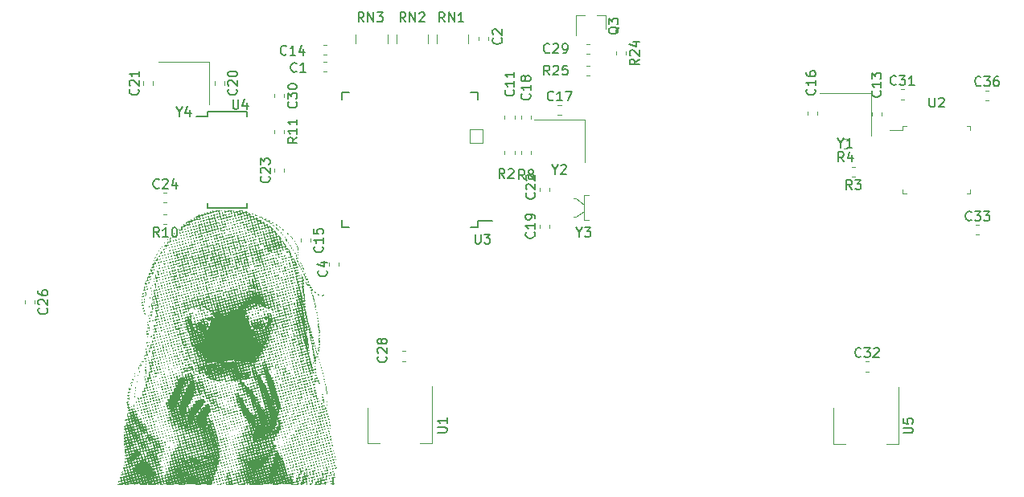
<source format=gbr>
From 8e1bf42f397407695667b24a44055b0c60a2ef04 Mon Sep 17 00:00:00 2001
From: jaseg <git@jaseg.net>
Date: Thu, 29 Nov 2018 10:18:56 +0900
Subject: Some small fixes, add silk artwork

---
 pcb/gerber.out/securehid-F.SilkS.gbr | 75354 +++++++++++++++++++++++++++++++++
 1 file changed, 75354 insertions(+)
 create mode 100644 pcb/gerber.out/securehid-F.SilkS.gbr

(limited to 'pcb/gerber.out/securehid-F.SilkS.gbr')

diff --git a/pcb/gerber.out/securehid-F.SilkS.gbr b/pcb/gerber.out/securehid-F.SilkS.gbr
new file mode 100644
index 0000000..7bad4fc
--- /dev/null
+++ b/pcb/gerber.out/securehid-F.SilkS.gbr
@@ -0,0 +1,75354 @@
+%FSLAX46Y46*%
+%MOMM*%
+%ADD10C,0.12*%
+%ADD11C,0.15*%
+D10*
+%LPD*%
+G01X74971267Y-70690000D02*
+X74628733D01*
+X74971267Y-71710000D02*
+X74628733D01*
+X90990000Y-68421267D02*
+Y-68078733D01*
+X92010000Y-68421267D02*
+Y-68078733D01*
+X75240000Y-91828733D02*
+Y-92171267D01*
+X76260000Y-91828733D02*
+Y-92171267D01*
+X94760000Y-76671267D02*
+Y-76328733D01*
+X93740000Y-76671267D02*
+Y-76328733D01*
+X133410000Y-76371267D02*
+Y-76028733D01*
+X132390000Y-76371267D02*
+Y-76028733D01*
+X74971267Y-69910000D02*
+X74628733D01*
+X74971267Y-68890000D02*
+X74628733D01*
+X72240000Y-89328733D02*
+Y-89671267D01*
+X73260000Y-89328733D02*
+Y-89671267D01*
+X126610000Y-75928733D02*
+Y-76271267D01*
+X125590000Y-75928733D02*
+Y-76271267D01*
+X99328733Y-75240000D02*
+X99671267D01*
+X99328733Y-76260000D02*
+X99671267D01*
+X95490000Y-76328733D02*
+Y-76671267D01*
+X96510000Y-76328733D02*
+Y-76671267D01*
+X98410000Y-88171267D02*
+Y-87828733D01*
+X97390000Y-88171267D02*
+Y-87828733D01*
+X63201221Y-72740795D02*
+Y-73083329D01*
+X64221221Y-72740795D02*
+Y-73083329D01*
+X55701221D02*
+Y-72740795D01*
+X56721221Y-73083329D02*
+Y-72740795D01*
+X98410000Y-83928733D02*
+Y-84271267D01*
+X97390000Y-83928733D02*
+Y-84271267D01*
+X69490000Y-82296267D02*
+Y-81953733D01*
+X70510000Y-82296267D02*
+Y-81953733D01*
+X57828733Y-85510000D02*
+X58171267D01*
+X57828733Y-84490000D02*
+X58171267D01*
+X44260000Y-95828733D02*
+Y-96171267D01*
+X43240000Y-95828733D02*
+Y-96171267D01*
+X83271267Y-102210000D02*
+X82928733D01*
+X83271267Y-101190000D02*
+X82928733D01*
+X102678307Y-69822058D02*
+X102335773D01*
+X102678307Y-68802058D02*
+X102335773D01*
+X104380000Y-65740000D02*
+X103450000D01*
+X101220000D02*
+X102150000D01*
+X101220000D02*
+Y-67900000D01*
+X104380000Y-65740000D02*
+Y-67200000D01*
+X94760000Y-80421267D02*
+Y-80078733D01*
+X93740000Y-80421267D02*
+Y-80078733D01*
+X130621267Y-81740000D02*
+X130278733D01*
+X130621267Y-82760000D02*
+X130278733D01*
+X129771267Y-79810000D02*
+X129428733D01*
+X129771267Y-78790000D02*
+X129428733D01*
+X95490000Y-80421267D02*
+Y-80078733D01*
+X96510000Y-80421267D02*
+Y-80078733D01*
+X58171267Y-87760000D02*
+X57828733D01*
+X58171267Y-86740000D02*
+X57828733D01*
+X69490000Y-77828733D02*
+Y-78171267D01*
+X70510000Y-77828733D02*
+Y-78171267D01*
+X106510000Y-69578733D02*
+Y-69921267D01*
+X105490000Y-69578733D02*
+Y-69921267D01*
+X102335773Y-71052058D02*
+X102678307D01*
+X102335773Y-72072058D02*
+X102678307D01*
+X86570000Y-68750000D02*
+Y-67750000D01*
+X89930000Y-68750000D02*
+Y-67750000D01*
+X85680000Y-68750000D02*
+Y-67750000D01*
+X82320000Y-68750000D02*
+Y-67750000D01*
+X78070000Y-68750000D02*
+Y-67750000D01*
+X81430000Y-68750000D02*
+Y-67750000D01*
+X79290000Y-110910000D02*
+X80550000D01*
+X86110000D02*
+X84850000D01*
+X79290000Y-107150000D02*
+Y-110910000D01*
+X86110000Y-104900000D02*
+Y-110910000D01*
+X142760000Y-77440000D02*
+Y-77860000D01*
+Y-84560000D02*
+Y-84140000D01*
+X135640000Y-84560000D02*
+Y-84140000D01*
+Y-77440000D02*
+X136060000D01*
+X142760000Y-84560000D02*
+X142340000D01*
+X142760000Y-77440000D02*
+X142340000D01*
+X135640000Y-77860000D02*
+X134260000D01*
+X135640000Y-77440000D02*
+Y-77860000D01*
+Y-84560000D02*
+X136060000D01*
+D11*
+X90875000Y-88125000D02*
+Y-87475000D01*
+X76625000Y-88125000D02*
+Y-87365000D01*
+Y-73875000D02*
+Y-74635000D01*
+X90875000Y-73875000D02*
+Y-74635000D01*
+Y-88125000D02*
+X90115000D01*
+X90875000Y-73875000D02*
+X90115000D01*
+X76625000D02*
+X77385000D01*
+X76625000Y-88125000D02*
+X77385000D01*
+X90875000Y-87475000D02*
+X92400000D01*
+X62425000Y-75920000D02*
+Y-76400000D01*
+X66575000Y-75920000D02*
+Y-76400000D01*
+Y-86080000D02*
+Y-85600000D01*
+X62425000Y-86080000D02*
+Y-85600000D01*
+Y-75920000D02*
+X66575000D01*
+X62425000Y-86080000D02*
+X66575000D01*
+X62425000Y-76400000D02*
+X61300000D01*
+D10*
+X90050000Y-79200000D02*
+Y-77800000D01*
+X91450000Y-79200000D02*
+X90050000D01*
+X91450000Y-77800000D02*
+Y-79200000D01*
+X90050000Y-77800000D02*
+X91450000D01*
+X70510000Y-74078733D02*
+Y-74421267D01*
+X69490000Y-74078733D02*
+Y-74421267D01*
+X131703733Y-102290000D02*
+X132046267D01*
+X131703733Y-103310000D02*
+X132046267D01*
+X143328733Y-87890000D02*
+X143671267D01*
+X143328733Y-88910000D02*
+X143671267D01*
+X128340000Y-110960000D02*
+X129600000D01*
+X135160000D02*
+X133900000D01*
+X128340000Y-107200000D02*
+Y-110960000D01*
+X135160000Y-104950000D02*
+Y-110960000D01*
+X135403733Y-73590000D02*
+X135746267D01*
+X135403733Y-74610000D02*
+X135746267D01*
+X144328733Y-73690000D02*
+X144671267D01*
+X144328733Y-74710000D02*
+X144671267D01*
+X132300000Y-78450000D02*
+Y-73950000D01*
+X126900000D01*
+X102200000Y-81250000D02*
+Y-76750000D01*
+X96800000D01*
+X102600000Y-87350000D02*
+X102100000D01*
+Y-84750000D01*
+X102600000D01*
+X102100000Y-86400000D02*
+X101200000Y-87000000D01*
+X101000000D01*
+X102100000Y-85700000D02*
+X101200000Y-85100000D01*
+X101000000D01*
+X62661221Y-70662062D02*
+X57261221D01*
+X62661221Y-75162062D02*
+Y-70662062D01*
+D11*
+X71833333Y-71657142D02*
+X71785714Y-71704761D01*
+X71642857Y-71752380D01*
+X71547619D01*
+X71404761Y-71704761D01*
+X71309523Y-71609523D01*
+X71261904Y-71514285D01*
+X71214285Y-71323809D01*
+Y-71180952D01*
+X71261904Y-70990476D01*
+X71309523Y-70895238D01*
+X71404761Y-70800000D01*
+X71547619Y-70752380D01*
+X71642857D01*
+X71785714Y-70800000D01*
+X71833333Y-70847619D01*
+X72785714Y-71752380D02*
+X72214285D01*
+X72500000D02*
+Y-70752380D01*
+X72404761Y-70895238D01*
+X72309523Y-70990476D01*
+X72214285Y-71038095D01*
+X93357142Y-68166666D02*
+X93404761Y-68214285D01*
+X93452380Y-68357142D01*
+Y-68452380D01*
+X93404761Y-68595238D01*
+X93309523Y-68690476D01*
+X93214285Y-68738095D01*
+X93023809Y-68785714D01*
+X92880952D01*
+X92690476Y-68738095D01*
+X92595238Y-68690476D01*
+X92500000Y-68595238D01*
+X92452380Y-68452380D01*
+Y-68357142D01*
+X92500000Y-68214285D01*
+X92547619Y-68166666D01*
+Y-67785714D02*
+X92500000Y-67738095D01*
+X92452380Y-67642857D01*
+Y-67404761D01*
+X92500000Y-67309523D01*
+X92547619Y-67261904D01*
+X92642857Y-67214285D01*
+X92738095D01*
+X92880952Y-67261904D01*
+X93452380Y-67833333D01*
+Y-67214285D01*
+X74957142Y-92666666D02*
+X75004761Y-92714285D01*
+X75052380Y-92857142D01*
+Y-92952380D01*
+X75004761Y-93095238D01*
+X74909523Y-93190476D01*
+X74814285Y-93238095D01*
+X74623809Y-93285714D01*
+X74480952D01*
+X74290476Y-93238095D01*
+X74195238Y-93190476D01*
+X74100000Y-93095238D01*
+X74052380Y-92952380D01*
+Y-92857142D01*
+X74100000Y-92714285D01*
+X74147619Y-92666666D01*
+X74385714Y-91809523D02*
+X75052380D01*
+X74004761Y-92047619D02*
+X74719047Y-92285714D01*
+Y-91666666D01*
+X94657142Y-73642857D02*
+X94704761Y-73690476D01*
+X94752380Y-73833333D01*
+Y-73928571D01*
+X94704761Y-74071428D01*
+X94609523Y-74166666D01*
+X94514285Y-74214285D01*
+X94323809Y-74261904D01*
+X94180952D01*
+X93990476Y-74214285D01*
+X93895238Y-74166666D01*
+X93800000Y-74071428D01*
+X93752380Y-73928571D01*
+Y-73833333D01*
+X93800000Y-73690476D01*
+X93847619Y-73642857D01*
+X94752380Y-72690476D02*
+Y-73261904D01*
+Y-72976190D02*
+X93752380D01*
+X93895238Y-73071428D01*
+X93990476Y-73166666D01*
+X94038095Y-73261904D01*
+X94752380Y-71738095D02*
+Y-72309523D01*
+Y-72023809D02*
+X93752380D01*
+X93895238Y-72119047D01*
+X93990476Y-72214285D01*
+X94038095Y-72309523D01*
+X133257142Y-73742857D02*
+X133304761Y-73790476D01*
+X133352380Y-73933333D01*
+Y-74028571D01*
+X133304761Y-74171428D01*
+X133209523Y-74266666D01*
+X133114285Y-74314285D01*
+X132923809Y-74361904D01*
+X132780952D01*
+X132590476Y-74314285D01*
+X132495238Y-74266666D01*
+X132400000Y-74171428D01*
+X132352380Y-74028571D01*
+Y-73933333D01*
+X132400000Y-73790476D01*
+X132447619Y-73742857D01*
+X133352380Y-72790476D02*
+Y-73361904D01*
+Y-73076190D02*
+X132352380D01*
+X132495238Y-73171428D01*
+X132590476Y-73266666D01*
+X132638095Y-73361904D01*
+X132352380Y-72457142D02*
+Y-71838095D01*
+X132733333Y-72171428D01*
+Y-72028571D01*
+X132780952Y-71933333D01*
+X132828571Y-71885714D01*
+X132923809Y-71838095D01*
+X133161904D01*
+X133257142Y-71885714D01*
+X133304761Y-71933333D01*
+X133352380Y-72028571D01*
+Y-72314285D01*
+X133304761Y-72409523D01*
+X133257142Y-72457142D01*
+X70757142Y-69857142D02*
+X70709523Y-69904761D01*
+X70566666Y-69952380D01*
+X70471428D01*
+X70328571Y-69904761D01*
+X70233333Y-69809523D01*
+X70185714Y-69714285D01*
+X70138095Y-69523809D01*
+Y-69380952D01*
+X70185714Y-69190476D01*
+X70233333Y-69095238D01*
+X70328571Y-69000000D01*
+X70471428Y-68952380D01*
+X70566666D01*
+X70709523Y-69000000D01*
+X70757142Y-69047619D01*
+X71709523Y-69952380D02*
+X71138095D01*
+X71423809D02*
+Y-68952380D01*
+X71328571Y-69095238D01*
+X71233333Y-69190476D01*
+X71138095Y-69238095D01*
+X72566666Y-69285714D02*
+Y-69952380D01*
+X72328571Y-68904761D02*
+X72090476Y-69619047D01*
+X72709523D01*
+X74537142Y-90142857D02*
+X74584761Y-90190476D01*
+X74632380Y-90333333D01*
+Y-90428571D01*
+X74584761Y-90571428D01*
+X74489523Y-90666666D01*
+X74394285Y-90714285D01*
+X74203809Y-90761904D01*
+X74060952D01*
+X73870476Y-90714285D01*
+X73775238Y-90666666D01*
+X73680000Y-90571428D01*
+X73632380Y-90428571D01*
+Y-90333333D01*
+X73680000Y-90190476D01*
+X73727619Y-90142857D01*
+X74632380Y-89190476D02*
+Y-89761904D01*
+Y-89476190D02*
+X73632380D01*
+X73775238Y-89571428D01*
+X73870476Y-89666666D01*
+X73918095Y-89761904D01*
+X73632380Y-88285714D02*
+Y-88761904D01*
+X74108571Y-88809523D01*
+X74060952Y-88761904D01*
+X74013333Y-88666666D01*
+Y-88428571D01*
+X74060952Y-88333333D01*
+X74108571Y-88285714D01*
+X74203809Y-88238095D01*
+X74441904D01*
+X74537142Y-88285714D01*
+X74584761Y-88333333D01*
+X74632380Y-88428571D01*
+Y-88666666D01*
+X74584761Y-88761904D01*
+X74537142Y-88809523D01*
+X126357142Y-73542857D02*
+X126404761Y-73590476D01*
+X126452380Y-73733333D01*
+Y-73828571D01*
+X126404761Y-73971428D01*
+X126309523Y-74066666D01*
+X126214285Y-74114285D01*
+X126023809Y-74161904D01*
+X125880952D01*
+X125690476Y-74114285D01*
+X125595238Y-74066666D01*
+X125500000Y-73971428D01*
+X125452380Y-73828571D01*
+Y-73733333D01*
+X125500000Y-73590476D01*
+X125547619Y-73542857D01*
+X126452380Y-72590476D02*
+Y-73161904D01*
+Y-72876190D02*
+X125452380D01*
+X125595238Y-72971428D01*
+X125690476Y-73066666D01*
+X125738095Y-73161904D01*
+X125452380Y-71733333D02*
+Y-71923809D01*
+X125500000Y-72019047D01*
+X125547619Y-72066666D01*
+X125690476Y-72161904D01*
+X125880952Y-72209523D01*
+X126261904D01*
+X126357142Y-72161904D01*
+X126404761Y-72114285D01*
+X126452380Y-72019047D01*
+Y-71828571D01*
+X126404761Y-71733333D01*
+X126357142Y-71685714D01*
+X126261904Y-71638095D01*
+X126023809D01*
+X125928571Y-71685714D01*
+X125880952Y-71733333D01*
+X125833333Y-71828571D01*
+Y-72019047D01*
+X125880952Y-72114285D01*
+X125928571Y-72161904D01*
+X126023809Y-72209523D01*
+X98857142Y-74677142D02*
+X98809523Y-74724761D01*
+X98666666Y-74772380D01*
+X98571428D01*
+X98428571Y-74724761D01*
+X98333333Y-74629523D01*
+X98285714Y-74534285D01*
+X98238095Y-74343809D01*
+Y-74200952D01*
+X98285714Y-74010476D01*
+X98333333Y-73915238D01*
+X98428571Y-73820000D01*
+X98571428Y-73772380D01*
+X98666666D01*
+X98809523Y-73820000D01*
+X98857142Y-73867619D01*
+X99809523Y-74772380D02*
+X99238095D01*
+X99523809D02*
+Y-73772380D01*
+X99428571Y-73915238D01*
+X99333333Y-74010476D01*
+X99238095Y-74058095D01*
+X100142857Y-73772380D02*
+X100809523D01*
+X100380952Y-74772380D01*
+X96357142Y-74042857D02*
+X96404761Y-74090476D01*
+X96452380Y-74233333D01*
+Y-74328571D01*
+X96404761Y-74471428D01*
+X96309523Y-74566666D01*
+X96214285Y-74614285D01*
+X96023809Y-74661904D01*
+X95880952D01*
+X95690476Y-74614285D01*
+X95595238Y-74566666D01*
+X95500000Y-74471428D01*
+X95452380Y-74328571D01*
+Y-74233333D01*
+X95500000Y-74090476D01*
+X95547619Y-74042857D01*
+X96452380Y-73090476D02*
+Y-73661904D01*
+Y-73376190D02*
+X95452380D01*
+X95595238Y-73471428D01*
+X95690476Y-73566666D01*
+X95738095Y-73661904D01*
+X95880952Y-72519047D02*
+X95833333Y-72614285D01*
+X95785714Y-72661904D01*
+X95690476Y-72709523D01*
+X95642857D01*
+X95547619Y-72661904D01*
+X95500000Y-72614285D01*
+X95452380Y-72519047D01*
+Y-72328571D01*
+X95500000Y-72233333D01*
+X95547619Y-72185714D01*
+X95642857Y-72138095D01*
+X95690476D01*
+X95785714Y-72185714D01*
+X95833333Y-72233333D01*
+X95880952Y-72328571D01*
+Y-72519047D01*
+X95928571Y-72614285D01*
+X95976190Y-72661904D01*
+X96071428Y-72709523D01*
+X96261904D01*
+X96357142Y-72661904D01*
+X96404761Y-72614285D01*
+X96452380Y-72519047D01*
+Y-72328571D01*
+X96404761Y-72233333D01*
+X96357142Y-72185714D01*
+X96261904Y-72138095D01*
+X96071428D01*
+X95976190Y-72185714D01*
+X95928571Y-72233333D01*
+X95880952Y-72328571D01*
+X96827142Y-88642857D02*
+X96874761Y-88690476D01*
+X96922380Y-88833333D01*
+Y-88928571D01*
+X96874761Y-89071428D01*
+X96779523Y-89166666D01*
+X96684285Y-89214285D01*
+X96493809Y-89261904D01*
+X96350952D01*
+X96160476Y-89214285D01*
+X96065238Y-89166666D01*
+X95970000Y-89071428D01*
+X95922380Y-88928571D01*
+Y-88833333D01*
+X95970000Y-88690476D01*
+X96017619Y-88642857D01*
+X96922380Y-87690476D02*
+Y-88261904D01*
+Y-87976190D02*
+X95922380D01*
+X96065238Y-88071428D01*
+X96160476Y-88166666D01*
+X96208095Y-88261904D01*
+X96922380Y-87214285D02*
+Y-87023809D01*
+X96874761Y-86928571D01*
+X96827142Y-86880952D01*
+X96684285Y-86785714D01*
+X96493809Y-86738095D01*
+X96112857D01*
+X96017619Y-86785714D01*
+X95970000Y-86833333D01*
+X95922380Y-86928571D01*
+Y-87119047D01*
+X95970000Y-87214285D01*
+X96017619Y-87261904D01*
+X96112857Y-87309523D01*
+X96350952D01*
+X96446190Y-87261904D01*
+X96493809Y-87214285D01*
+X96541428Y-87119047D01*
+Y-86928571D01*
+X96493809Y-86833333D01*
+X96446190Y-86785714D01*
+X96350952Y-86738095D01*
+X65498363Y-73554919D02*
+X65545982Y-73602538D01*
+X65593601Y-73745395D01*
+Y-73840633D01*
+X65545982Y-73983490D01*
+X65450744Y-74078728D01*
+X65355506Y-74126347D01*
+X65165030Y-74173966D01*
+X65022173D01*
+X64831697Y-74126347D01*
+X64736459Y-74078728D01*
+X64641221Y-73983490D01*
+X64593601Y-73840633D01*
+Y-73745395D01*
+X64641221Y-73602538D01*
+X64688840Y-73554919D01*
+Y-73173966D02*
+X64641221Y-73126347D01*
+X64593601Y-73031109D01*
+Y-72793014D01*
+X64641221Y-72697776D01*
+X64688840Y-72650157D01*
+X64784078Y-72602538D01*
+X64879316D01*
+X65022173Y-72650157D01*
+X65593601Y-73221585D01*
+Y-72602538D01*
+X64593601Y-71983490D02*
+Y-71888252D01*
+X64641221Y-71793014D01*
+X64688840Y-71745395D01*
+X64784078Y-71697776D01*
+X64974554Y-71650157D01*
+X65212649D01*
+X65403125Y-71697776D01*
+X65498363Y-71745395D01*
+X65545982Y-71793014D01*
+X65593601Y-71888252D01*
+Y-71983490D01*
+X65545982Y-72078728D01*
+X65498363Y-72126347D01*
+X65403125Y-72173966D01*
+X65212649Y-72221585D01*
+X64974554D01*
+X64784078Y-72173966D01*
+X64688840Y-72126347D01*
+X64641221Y-72078728D01*
+X64593601Y-71983490D01*
+X55138363Y-73554919D02*
+X55185982Y-73602538D01*
+X55233601Y-73745395D01*
+Y-73840633D01*
+X55185982Y-73983490D01*
+X55090744Y-74078728D01*
+X54995506Y-74126347D01*
+X54805030Y-74173966D01*
+X54662173D01*
+X54471697Y-74126347D01*
+X54376459Y-74078728D01*
+X54281221Y-73983490D01*
+X54233601Y-73840633D01*
+Y-73745395D01*
+X54281221Y-73602538D01*
+X54328840Y-73554919D01*
+Y-73173966D02*
+X54281221Y-73126347D01*
+X54233601Y-73031109D01*
+Y-72793014D01*
+X54281221Y-72697776D01*
+X54328840Y-72650157D01*
+X54424078Y-72602538D01*
+X54519316D01*
+X54662173Y-72650157D01*
+X55233601Y-73221585D01*
+Y-72602538D01*
+Y-71650157D02*
+Y-72221585D01*
+Y-71935871D02*
+X54233601D01*
+X54376459Y-72031109D01*
+X54471697Y-72126347D01*
+X54519316Y-72221585D01*
+X96857142Y-84492857D02*
+X96904761Y-84540476D01*
+X96952380Y-84683333D01*
+Y-84778571D01*
+X96904761Y-84921428D01*
+X96809523Y-85016666D01*
+X96714285Y-85064285D01*
+X96523809Y-85111904D01*
+X96380952D01*
+X96190476Y-85064285D01*
+X96095238Y-85016666D01*
+X96000000Y-84921428D01*
+X95952380Y-84778571D01*
+Y-84683333D01*
+X96000000Y-84540476D01*
+X96047619Y-84492857D01*
+Y-84111904D02*
+X96000000Y-84064285D01*
+X95952380Y-83969047D01*
+Y-83730952D01*
+X96000000Y-83635714D01*
+X96047619Y-83588095D01*
+X96142857Y-83540476D01*
+X96238095D01*
+X96380952Y-83588095D01*
+X96952380Y-84159523D01*
+Y-83540476D01*
+X96047619Y-83159523D02*
+X96000000Y-83111904D01*
+X95952380Y-83016666D01*
+Y-82778571D01*
+X96000000Y-82683333D01*
+X96047619Y-82635714D01*
+X96142857Y-82588095D01*
+X96238095D01*
+X96380952Y-82635714D01*
+X96952380Y-83207142D01*
+Y-82588095D01*
+X68927142Y-82767857D02*
+X68974761Y-82815476D01*
+X69022380Y-82958333D01*
+Y-83053571D01*
+X68974761Y-83196428D01*
+X68879523Y-83291666D01*
+X68784285Y-83339285D01*
+X68593809Y-83386904D01*
+X68450952D01*
+X68260476Y-83339285D01*
+X68165238Y-83291666D01*
+X68070000Y-83196428D01*
+X68022380Y-83053571D01*
+Y-82958333D01*
+X68070000Y-82815476D01*
+X68117619Y-82767857D01*
+Y-82386904D02*
+X68070000Y-82339285D01*
+X68022380Y-82244047D01*
+Y-82005952D01*
+X68070000Y-81910714D01*
+X68117619Y-81863095D01*
+X68212857Y-81815476D01*
+X68308095D01*
+X68450952Y-81863095D01*
+X69022380Y-82434523D01*
+Y-81815476D01*
+X68022380Y-81482142D02*
+Y-80863095D01*
+X68403333Y-81196428D01*
+Y-81053571D01*
+X68450952Y-80958333D01*
+X68498571Y-80910714D01*
+X68593809Y-80863095D01*
+X68831904D01*
+X68927142Y-80910714D01*
+X68974761Y-80958333D01*
+X69022380Y-81053571D01*
+Y-81339285D01*
+X68974761Y-81434523D01*
+X68927142Y-81482142D01*
+X57357142Y-83927142D02*
+X57309523Y-83974761D01*
+X57166666Y-84022380D01*
+X57071428D01*
+X56928571Y-83974761D01*
+X56833333Y-83879523D01*
+X56785714Y-83784285D01*
+X56738095Y-83593809D01*
+Y-83450952D01*
+X56785714Y-83260476D01*
+X56833333Y-83165238D01*
+X56928571Y-83070000D01*
+X57071428Y-83022380D01*
+X57166666D01*
+X57309523Y-83070000D01*
+X57357142Y-83117619D01*
+X57738095D02*
+X57785714Y-83070000D01*
+X57880952Y-83022380D01*
+X58119047D01*
+X58214285Y-83070000D01*
+X58261904Y-83117619D01*
+X58309523Y-83212857D01*
+Y-83308095D01*
+X58261904Y-83450952D01*
+X57690476Y-84022380D01*
+X58309523D01*
+X59166666Y-83355714D02*
+Y-84022380D01*
+X58928571Y-82974761D02*
+X58690476Y-83689047D01*
+X59309523D01*
+X45537142Y-96642857D02*
+X45584761Y-96690476D01*
+X45632380Y-96833333D01*
+Y-96928571D01*
+X45584761Y-97071428D01*
+X45489523Y-97166666D01*
+X45394285Y-97214285D01*
+X45203809Y-97261904D01*
+X45060952D01*
+X44870476Y-97214285D01*
+X44775238Y-97166666D01*
+X44680000Y-97071428D01*
+X44632380Y-96928571D01*
+Y-96833333D01*
+X44680000Y-96690476D01*
+X44727619Y-96642857D01*
+Y-96261904D02*
+X44680000Y-96214285D01*
+X44632380Y-96119047D01*
+Y-95880952D01*
+X44680000Y-95785714D01*
+X44727619Y-95738095D01*
+X44822857Y-95690476D01*
+X44918095D01*
+X45060952Y-95738095D01*
+X45632380Y-96309523D01*
+Y-95690476D01*
+X44632380Y-94833333D02*
+Y-95023809D01*
+X44680000Y-95119047D01*
+X44727619Y-95166666D01*
+X44870476Y-95261904D01*
+X45060952Y-95309523D01*
+X45441904D01*
+X45537142Y-95261904D01*
+X45584761Y-95214285D01*
+X45632380Y-95119047D01*
+Y-94928571D01*
+X45584761Y-94833333D01*
+X45537142Y-94785714D01*
+X45441904Y-94738095D01*
+X45203809D01*
+X45108571Y-94785714D01*
+X45060952Y-94833333D01*
+X45013333Y-94928571D01*
+Y-95119047D01*
+X45060952Y-95214285D01*
+X45108571Y-95261904D01*
+X45203809Y-95309523D01*
+X81227142Y-101742857D02*
+X81274761Y-101790476D01*
+X81322380Y-101933333D01*
+Y-102028571D01*
+X81274761Y-102171428D01*
+X81179523Y-102266666D01*
+X81084285Y-102314285D01*
+X80893809Y-102361904D01*
+X80750952D01*
+X80560476Y-102314285D01*
+X80465238Y-102266666D01*
+X80370000Y-102171428D01*
+X80322380Y-102028571D01*
+Y-101933333D01*
+X80370000Y-101790476D01*
+X80417619Y-101742857D01*
+Y-101361904D02*
+X80370000Y-101314285D01*
+X80322380Y-101219047D01*
+Y-100980952D01*
+X80370000Y-100885714D01*
+X80417619Y-100838095D01*
+X80512857Y-100790476D01*
+X80608095D01*
+X80750952Y-100838095D01*
+X81322380Y-101409523D01*
+Y-100790476D01*
+X80750952Y-100219047D02*
+X80703333Y-100314285D01*
+X80655714Y-100361904D01*
+X80560476Y-100409523D01*
+X80512857D01*
+X80417619Y-100361904D01*
+X80370000Y-100314285D01*
+X80322380Y-100219047D01*
+Y-100028571D01*
+X80370000Y-99933333D01*
+X80417619Y-99885714D01*
+X80512857Y-99838095D01*
+X80560476D01*
+X80655714Y-99885714D01*
+X80703333Y-99933333D01*
+X80750952Y-100028571D01*
+Y-100219047D01*
+X80798571Y-100314285D01*
+X80846190Y-100361904D01*
+X80941428Y-100409523D01*
+X81131904D01*
+X81227142Y-100361904D01*
+X81274761Y-100314285D01*
+X81322380Y-100219047D01*
+Y-100028571D01*
+X81274761Y-99933333D01*
+X81227142Y-99885714D01*
+X81131904Y-99838095D01*
+X80941428D01*
+X80846190Y-99885714D01*
+X80798571Y-99933333D01*
+X80750952Y-100028571D01*
+X98457142Y-69657142D02*
+X98409523Y-69704761D01*
+X98266666Y-69752380D01*
+X98171428D01*
+X98028571Y-69704761D01*
+X97933333Y-69609523D01*
+X97885714Y-69514285D01*
+X97838095Y-69323809D01*
+Y-69180952D01*
+X97885714Y-68990476D01*
+X97933333Y-68895238D01*
+X98028571Y-68800000D01*
+X98171428Y-68752380D01*
+X98266666D01*
+X98409523Y-68800000D01*
+X98457142Y-68847619D01*
+X98838095D02*
+X98885714Y-68800000D01*
+X98980952Y-68752380D01*
+X99219047D01*
+X99314285Y-68800000D01*
+X99361904Y-68847619D01*
+X99409523Y-68942857D01*
+Y-69038095D01*
+X99361904Y-69180952D01*
+X98790476Y-69752380D01*
+X99409523D01*
+X99885714D02*
+X100076190D01*
+X100171428Y-69704761D01*
+X100219047Y-69657142D01*
+X100314285Y-69514285D01*
+X100361904Y-69323809D01*
+Y-68942857D01*
+X100314285Y-68847619D01*
+X100266666Y-68800000D01*
+X100171428Y-68752380D01*
+X99980952D01*
+X99885714Y-68800000D01*
+X99838095Y-68847619D01*
+X99790476Y-68942857D01*
+Y-69180952D01*
+X99838095Y-69276190D01*
+X99885714Y-69323809D01*
+X99980952Y-69371428D01*
+X100171428D01*
+X100266666Y-69323809D01*
+X100314285Y-69276190D01*
+X100361904Y-69180952D01*
+X105759677Y-66988198D02*
+X105712058Y-67083436D01*
+X105616819Y-67178674D01*
+X105473962Y-67321531D01*
+X105426343Y-67416769D01*
+Y-67512007D01*
+X105664438Y-67464388D02*
+X105616819Y-67559626D01*
+X105521581Y-67654864D01*
+X105331105Y-67702483D01*
+X104997772D01*
+X104807296Y-67654864D01*
+X104712058Y-67559626D01*
+X104664438Y-67464388D01*
+Y-67273912D01*
+X104712058Y-67178674D01*
+X104807296Y-67083436D01*
+X104997772Y-67035817D01*
+X105331105D01*
+X105521581Y-67083436D01*
+X105616819Y-67178674D01*
+X105664438Y-67273912D01*
+Y-67464388D01*
+X104664438Y-66702483D02*
+Y-66083436D01*
+X105045391Y-66416769D01*
+Y-66273912D01*
+X105093010Y-66178674D01*
+X105140629Y-66131055D01*
+X105235867Y-66083436D01*
+X105473962D01*
+X105569200Y-66131055D01*
+X105616819Y-66178674D01*
+X105664438Y-66273912D01*
+Y-66559626D01*
+X105616819Y-66654864D01*
+X105569200Y-66702483D01*
+X93733333Y-82952380D02*
+X93400000Y-82476190D01*
+X93161904Y-82952380D02*
+Y-81952380D01*
+X93542857D01*
+X93638095Y-82000000D01*
+X93685714Y-82047619D01*
+X93733333Y-82142857D01*
+Y-82285714D01*
+X93685714Y-82380952D01*
+X93638095Y-82428571D01*
+X93542857Y-82476190D01*
+X93161904D01*
+X94114285Y-82047619D02*
+X94161904Y-82000000D01*
+X94257142Y-81952380D01*
+X94495238D01*
+X94590476Y-82000000D01*
+X94638095Y-82047619D01*
+X94685714Y-82142857D01*
+Y-82238095D01*
+X94638095Y-82380952D01*
+X94066666Y-82952380D01*
+X94685714D01*
+X130283333Y-84132380D02*
+X129950000Y-83656190D01*
+X129711904Y-84132380D02*
+Y-83132380D01*
+X130092857D01*
+X130188095Y-83180000D01*
+X130235714Y-83227619D01*
+X130283333Y-83322857D01*
+Y-83465714D01*
+X130235714Y-83560952D01*
+X130188095Y-83608571D01*
+X130092857Y-83656190D01*
+X129711904D01*
+X130616666Y-83132380D02*
+X131235714D01*
+X130902380Y-83513333D01*
+X131045238D01*
+X131140476Y-83560952D01*
+X131188095Y-83608571D01*
+X131235714Y-83703809D01*
+Y-83941904D01*
+X131188095Y-84037142D01*
+X131140476Y-84084761D01*
+X131045238Y-84132380D01*
+X130759523D01*
+X130664285Y-84084761D01*
+X130616666Y-84037142D01*
+X129433333Y-81182380D02*
+X129100000Y-80706190D01*
+X128861904Y-81182380D02*
+Y-80182380D01*
+X129242857D01*
+X129338095Y-80230000D01*
+X129385714Y-80277619D01*
+X129433333Y-80372857D01*
+Y-80515714D01*
+X129385714Y-80610952D01*
+X129338095Y-80658571D01*
+X129242857Y-80706190D01*
+X128861904D01*
+X130290476Y-80515714D02*
+Y-81182380D01*
+X130052380Y-80134761D02*
+X129814285Y-80849047D01*
+X130433333D01*
+X95833333Y-83052380D02*
+X95500000Y-82576190D01*
+X95261904Y-83052380D02*
+Y-82052380D01*
+X95642857D01*
+X95738095Y-82100000D01*
+X95785714Y-82147619D01*
+X95833333Y-82242857D01*
+Y-82385714D01*
+X95785714Y-82480952D01*
+X95738095Y-82528571D01*
+X95642857Y-82576190D01*
+X95261904D01*
+X96404761Y-82480952D02*
+X96309523Y-82433333D01*
+X96261904Y-82385714D01*
+X96214285Y-82290476D01*
+Y-82242857D01*
+X96261904Y-82147619D01*
+X96309523Y-82100000D01*
+X96404761Y-82052380D01*
+X96595238D01*
+X96690476Y-82100000D01*
+X96738095Y-82147619D01*
+X96785714Y-82242857D01*
+Y-82290476D01*
+X96738095Y-82385714D01*
+X96690476Y-82433333D01*
+X96595238Y-82480952D01*
+X96404761D01*
+X96309523Y-82528571D01*
+X96261904Y-82576190D01*
+X96214285Y-82671428D01*
+Y-82861904D01*
+X96261904Y-82957142D01*
+X96309523Y-83004761D01*
+X96404761Y-83052380D01*
+X96595238D01*
+X96690476Y-83004761D01*
+X96738095Y-82957142D01*
+X96785714Y-82861904D01*
+Y-82671428D01*
+X96738095Y-82576190D01*
+X96690476Y-82528571D01*
+X96595238Y-82480952D01*
+X57357142Y-89132380D02*
+X57023809Y-88656190D01*
+X56785714Y-89132380D02*
+Y-88132380D01*
+X57166666D01*
+X57261904Y-88180000D01*
+X57309523Y-88227619D01*
+X57357142Y-88322857D01*
+Y-88465714D01*
+X57309523Y-88560952D01*
+X57261904Y-88608571D01*
+X57166666Y-88656190D01*
+X56785714D01*
+X58309523Y-89132380D02*
+X57738095D01*
+X58023809D02*
+Y-88132380D01*
+X57928571Y-88275238D01*
+X57833333Y-88370476D01*
+X57738095Y-88418095D01*
+X58928571Y-88132380D02*
+X59023809D01*
+X59119047Y-88180000D01*
+X59166666Y-88227619D01*
+X59214285Y-88322857D01*
+X59261904Y-88513333D01*
+Y-88751428D01*
+X59214285Y-88941904D01*
+X59166666Y-89037142D01*
+X59119047Y-89084761D01*
+X59023809Y-89132380D01*
+X58928571D01*
+X58833333Y-89084761D01*
+X58785714Y-89037142D01*
+X58738095Y-88941904D01*
+X58690476Y-88751428D01*
+Y-88513333D01*
+X58738095Y-88322857D01*
+X58785714Y-88227619D01*
+X58833333Y-88180000D01*
+X58928571Y-88132380D01*
+X71882380Y-78642857D02*
+X71406190Y-78976190D01*
+X71882380Y-79214285D02*
+X70882380D01*
+Y-78833333D01*
+X70930000Y-78738095D01*
+X70977619Y-78690476D01*
+X71072857Y-78642857D01*
+X71215714D01*
+X71310952Y-78690476D01*
+X71358571Y-78738095D01*
+X71406190Y-78833333D01*
+Y-79214285D01*
+X71882380Y-77690476D02*
+Y-78261904D01*
+Y-77976190D02*
+X70882380D01*
+X71025238Y-78071428D01*
+X71120476Y-78166666D01*
+X71168095Y-78261904D01*
+X71882380Y-76738095D02*
+Y-77309523D01*
+Y-77023809D02*
+X70882380D01*
+X71025238Y-77119047D01*
+X71120476Y-77214285D01*
+X71168095Y-77309523D01*
+X107882380Y-70392857D02*
+X107406190Y-70726190D01*
+X107882380Y-70964285D02*
+X106882380D01*
+Y-70583333D01*
+X106930000Y-70488095D01*
+X106977619Y-70440476D01*
+X107072857Y-70392857D01*
+X107215714D01*
+X107310952Y-70440476D01*
+X107358571Y-70488095D01*
+X107406190Y-70583333D01*
+Y-70964285D01*
+X106977619Y-70011904D02*
+X106930000Y-69964285D01*
+X106882380Y-69869047D01*
+Y-69630952D01*
+X106930000Y-69535714D01*
+X106977619Y-69488095D01*
+X107072857Y-69440476D01*
+X107168095D01*
+X107310952Y-69488095D01*
+X107882380Y-70059523D01*
+Y-69440476D01*
+X107215714Y-68583333D02*
+X107882380D01*
+X106834761Y-68821428D02*
+X107549047Y-69059523D01*
+Y-68440476D01*
+X98457142Y-72052380D02*
+X98123809Y-71576190D01*
+X97885714Y-72052380D02*
+Y-71052380D01*
+X98266666D01*
+X98361904Y-71100000D01*
+X98409523Y-71147619D01*
+X98457142Y-71242857D01*
+Y-71385714D01*
+X98409523Y-71480952D01*
+X98361904Y-71528571D01*
+X98266666Y-71576190D01*
+X97885714D01*
+X98838095Y-71147619D02*
+X98885714Y-71100000D01*
+X98980952Y-71052380D01*
+X99219047D01*
+X99314285Y-71100000D01*
+X99361904Y-71147619D01*
+X99409523Y-71242857D01*
+Y-71338095D01*
+X99361904Y-71480952D01*
+X98790476Y-72052380D01*
+X99409523D01*
+X100314285Y-71052380D02*
+X99838095D01*
+X99790476Y-71528571D01*
+X99838095Y-71480952D01*
+X99933333Y-71433333D01*
+X100171428D01*
+X100266666Y-71480952D01*
+X100314285Y-71528571D01*
+X100361904Y-71623809D01*
+Y-71861904D01*
+X100314285Y-71957142D01*
+X100266666Y-72004761D01*
+X100171428Y-72052380D01*
+X99933333D01*
+X99838095Y-72004761D01*
+X99790476Y-71957142D01*
+X87409523Y-66452380D02*
+X87076190Y-65976190D01*
+X86838095Y-66452380D02*
+Y-65452380D01*
+X87219047D01*
+X87314285Y-65500000D01*
+X87361904Y-65547619D01*
+X87409523Y-65642857D01*
+Y-65785714D01*
+X87361904Y-65880952D01*
+X87314285Y-65928571D01*
+X87219047Y-65976190D01*
+X86838095D01*
+X87838095Y-66452380D02*
+Y-65452380D01*
+X88409523Y-66452380D01*
+Y-65452380D01*
+X89409523Y-66452380D02*
+X88838095D01*
+X89123809D02*
+Y-65452380D01*
+X89028571Y-65595238D01*
+X88933333Y-65690476D01*
+X88838095Y-65738095D01*
+X83309523Y-66452380D02*
+X82976190Y-65976190D01*
+X82738095Y-66452380D02*
+Y-65452380D01*
+X83119047D01*
+X83214285Y-65500000D01*
+X83261904Y-65547619D01*
+X83309523Y-65642857D01*
+Y-65785714D01*
+X83261904Y-65880952D01*
+X83214285Y-65928571D01*
+X83119047Y-65976190D01*
+X82738095D01*
+X83738095Y-66452380D02*
+Y-65452380D01*
+X84309523Y-66452380D01*
+Y-65452380D01*
+X84738095Y-65547619D02*
+X84785714Y-65500000D01*
+X84880952Y-65452380D01*
+X85119047D01*
+X85214285Y-65500000D01*
+X85261904Y-65547619D01*
+X85309523Y-65642857D01*
+Y-65738095D01*
+X85261904Y-65880952D01*
+X84690476Y-66452380D01*
+X85309523D01*
+X78909523D02*
+X78576190Y-65976190D01*
+X78338095Y-66452380D02*
+Y-65452380D01*
+X78719047D01*
+X78814285Y-65500000D01*
+X78861904Y-65547619D01*
+X78909523Y-65642857D01*
+Y-65785714D01*
+X78861904Y-65880952D01*
+X78814285Y-65928571D01*
+X78719047Y-65976190D01*
+X78338095D01*
+X79338095Y-66452380D02*
+Y-65452380D01*
+X79909523Y-66452380D01*
+Y-65452380D01*
+X80290476D02*
+X80909523D01*
+X80576190Y-65833333D01*
+X80719047D01*
+X80814285Y-65880952D01*
+X80861904Y-65928571D01*
+X80909523Y-66023809D01*
+Y-66261904D01*
+X80861904Y-66357142D01*
+X80814285Y-66404761D01*
+X80719047Y-66452380D01*
+X80433333D01*
+X80338095Y-66404761D01*
+X80290476Y-66357142D01*
+X86652380Y-109761904D02*
+X87461904D01*
+X87557142Y-109714285D01*
+X87604761Y-109666666D01*
+X87652380Y-109571428D01*
+Y-109380952D01*
+X87604761Y-109285714D01*
+X87557142Y-109238095D01*
+X87461904Y-109190476D01*
+X86652380D01*
+X87652380Y-108190476D02*
+Y-108761904D01*
+Y-108476190D02*
+X86652380D01*
+X86795238Y-108571428D01*
+X86890476Y-108666666D01*
+X86938095Y-108761904D01*
+X138438095Y-74452380D02*
+Y-75261904D01*
+X138485714Y-75357142D01*
+X138533333Y-75404761D01*
+X138628571Y-75452380D01*
+X138819047D01*
+X138914285Y-75404761D01*
+X138961904Y-75357142D01*
+X139009523Y-75261904D01*
+Y-74452380D01*
+X139438095Y-74547619D02*
+X139485714Y-74500000D01*
+X139580952Y-74452380D01*
+X139819047D01*
+X139914285Y-74500000D01*
+X139961904Y-74547619D01*
+X140009523Y-74642857D01*
+Y-74738095D01*
+X139961904Y-74880952D01*
+X139390476Y-75452380D01*
+X140009523D01*
+X90638095Y-88852380D02*
+Y-89661904D01*
+X90685714Y-89757142D01*
+X90733333Y-89804761D01*
+X90828571Y-89852380D01*
+X91019047D01*
+X91114285Y-89804761D01*
+X91161904Y-89757142D01*
+X91209523Y-89661904D01*
+Y-88852380D01*
+X91590476D02*
+X92209523D01*
+X91876190Y-89233333D01*
+X92019047D01*
+X92114285Y-89280952D01*
+X92161904Y-89328571D01*
+X92209523Y-89423809D01*
+Y-89661904D01*
+X92161904Y-89757142D01*
+X92114285Y-89804761D01*
+X92019047Y-89852380D01*
+X91733333D01*
+X91638095Y-89804761D01*
+X91590476Y-89757142D01*
+X65138095Y-74652380D02*
+Y-75461904D01*
+X65185714Y-75557142D01*
+X65233333Y-75604761D01*
+X65328571Y-75652380D01*
+X65519047D01*
+X65614285Y-75604761D01*
+X65661904Y-75557142D01*
+X65709523Y-75461904D01*
+Y-74652380D01*
+X66614285Y-74985714D02*
+Y-75652380D01*
+X66376190Y-74604761D02*
+X66138095Y-75319047D01*
+X66757142D01*
+X71787142Y-74892857D02*
+X71834761Y-74940476D01*
+X71882380Y-75083333D01*
+Y-75178571D01*
+X71834761Y-75321428D01*
+X71739523Y-75416666D01*
+X71644285Y-75464285D01*
+X71453809Y-75511904D01*
+X71310952D01*
+X71120476Y-75464285D01*
+X71025238Y-75416666D01*
+X70930000Y-75321428D01*
+X70882380Y-75178571D01*
+Y-75083333D01*
+X70930000Y-74940476D01*
+X70977619Y-74892857D01*
+X70882380Y-74559523D02*
+Y-73940476D01*
+X71263333Y-74273809D01*
+Y-74130952D01*
+X71310952Y-74035714D01*
+X71358571Y-73988095D01*
+X71453809Y-73940476D01*
+X71691904D01*
+X71787142Y-73988095D01*
+X71834761Y-74035714D01*
+X71882380Y-74130952D01*
+Y-74416666D01*
+X71834761Y-74511904D01*
+X71787142Y-74559523D01*
+X70882380Y-73321428D02*
+Y-73226190D01*
+X70930000Y-73130952D01*
+X70977619Y-73083333D01*
+X71072857Y-73035714D01*
+X71263333Y-72988095D01*
+X71501428D01*
+X71691904Y-73035714D01*
+X71787142Y-73083333D01*
+X71834761Y-73130952D01*
+X71882380Y-73226190D01*
+Y-73321428D01*
+X71834761Y-73416666D01*
+X71787142Y-73464285D01*
+X71691904Y-73511904D01*
+X71501428Y-73559523D01*
+X71263333D01*
+X71072857Y-73511904D01*
+X70977619Y-73464285D01*
+X70930000Y-73416666D01*
+X70882380Y-73321428D01*
+X131232142Y-101727142D02*
+X131184523Y-101774761D01*
+X131041666Y-101822380D01*
+X130946428D01*
+X130803571Y-101774761D01*
+X130708333Y-101679523D01*
+X130660714Y-101584285D01*
+X130613095Y-101393809D01*
+Y-101250952D01*
+X130660714Y-101060476D01*
+X130708333Y-100965238D01*
+X130803571Y-100870000D01*
+X130946428Y-100822380D01*
+X131041666D01*
+X131184523Y-100870000D01*
+X131232142Y-100917619D01*
+X131565476Y-100822380D02*
+X132184523D01*
+X131851190Y-101203333D01*
+X131994047D01*
+X132089285Y-101250952D01*
+X132136904Y-101298571D01*
+X132184523Y-101393809D01*
+Y-101631904D01*
+X132136904Y-101727142D01*
+X132089285Y-101774761D01*
+X131994047Y-101822380D01*
+X131708333D01*
+X131613095Y-101774761D01*
+X131565476Y-101727142D01*
+X132565476Y-100917619D02*
+X132613095Y-100870000D01*
+X132708333Y-100822380D01*
+X132946428D01*
+X133041666Y-100870000D01*
+X133089285Y-100917619D01*
+X133136904Y-101012857D01*
+Y-101108095D01*
+X133089285Y-101250952D01*
+X132517857Y-101822380D01*
+X133136904D01*
+X142857142Y-87327142D02*
+X142809523Y-87374761D01*
+X142666666Y-87422380D01*
+X142571428D01*
+X142428571Y-87374761D01*
+X142333333Y-87279523D01*
+X142285714Y-87184285D01*
+X142238095Y-86993809D01*
+Y-86850952D01*
+X142285714Y-86660476D01*
+X142333333Y-86565238D01*
+X142428571Y-86470000D01*
+X142571428Y-86422380D01*
+X142666666D01*
+X142809523Y-86470000D01*
+X142857142Y-86517619D01*
+X143190476Y-86422380D02*
+X143809523D01*
+X143476190Y-86803333D01*
+X143619047D01*
+X143714285Y-86850952D01*
+X143761904Y-86898571D01*
+X143809523Y-86993809D01*
+Y-87231904D01*
+X143761904Y-87327142D01*
+X143714285Y-87374761D01*
+X143619047Y-87422380D01*
+X143333333D01*
+X143238095Y-87374761D01*
+X143190476Y-87327142D01*
+X144142857Y-86422380D02*
+X144761904D01*
+X144428571Y-86803333D01*
+X144571428D01*
+X144666666Y-86850952D01*
+X144714285Y-86898571D01*
+X144761904Y-86993809D01*
+Y-87231904D01*
+X144714285Y-87327142D01*
+X144666666Y-87374761D01*
+X144571428Y-87422380D01*
+X144285714D01*
+X144190476Y-87374761D01*
+X144142857Y-87327142D01*
+X135702380Y-109811904D02*
+X136511904D01*
+X136607142Y-109764285D01*
+X136654761Y-109716666D01*
+X136702380Y-109621428D01*
+Y-109430952D01*
+X136654761Y-109335714D01*
+X136607142Y-109288095D01*
+X136511904Y-109240476D01*
+X135702380D01*
+Y-108288095D02*
+Y-108764285D01*
+X136178571Y-108811904D01*
+X136130952Y-108764285D01*
+X136083333Y-108669047D01*
+Y-108430952D01*
+X136130952Y-108335714D01*
+X136178571Y-108288095D01*
+X136273809Y-108240476D01*
+X136511904D01*
+X136607142Y-108288095D01*
+X136654761Y-108335714D01*
+X136702380Y-108430952D01*
+Y-108669047D01*
+X136654761Y-108764285D01*
+X136607142Y-108811904D01*
+X134932142Y-73027142D02*
+X134884523Y-73074761D01*
+X134741666Y-73122380D01*
+X134646428D01*
+X134503571Y-73074761D01*
+X134408333Y-72979523D01*
+X134360714Y-72884285D01*
+X134313095Y-72693809D01*
+Y-72550952D01*
+X134360714Y-72360476D01*
+X134408333Y-72265238D01*
+X134503571Y-72170000D01*
+X134646428Y-72122380D01*
+X134741666D01*
+X134884523Y-72170000D01*
+X134932142Y-72217619D01*
+X135265476Y-72122380D02*
+X135884523D01*
+X135551190Y-72503333D01*
+X135694047D01*
+X135789285Y-72550952D01*
+X135836904Y-72598571D01*
+X135884523Y-72693809D01*
+Y-72931904D01*
+X135836904Y-73027142D01*
+X135789285Y-73074761D01*
+X135694047Y-73122380D01*
+X135408333D01*
+X135313095Y-73074761D01*
+X135265476Y-73027142D01*
+X136836904Y-73122380D02*
+X136265476D01*
+X136551190D02*
+Y-72122380D01*
+X136455952Y-72265238D01*
+X136360714Y-72360476D01*
+X136265476Y-72408095D01*
+X143857142Y-73127142D02*
+X143809523Y-73174761D01*
+X143666666Y-73222380D01*
+X143571428D01*
+X143428571Y-73174761D01*
+X143333333Y-73079523D01*
+X143285714Y-72984285D01*
+X143238095Y-72793809D01*
+Y-72650952D01*
+X143285714Y-72460476D01*
+X143333333Y-72365238D01*
+X143428571Y-72270000D01*
+X143571428Y-72222380D01*
+X143666666D01*
+X143809523Y-72270000D01*
+X143857142Y-72317619D01*
+X144190476Y-72222380D02*
+X144809523D01*
+X144476190Y-72603333D01*
+X144619047D01*
+X144714285Y-72650952D01*
+X144761904Y-72698571D01*
+X144809523Y-72793809D01*
+Y-73031904D01*
+X144761904Y-73127142D01*
+X144714285Y-73174761D01*
+X144619047Y-73222380D01*
+X144333333D01*
+X144238095Y-73174761D01*
+X144190476Y-73127142D01*
+X145666666Y-72222380D02*
+X145476190D01*
+X145380952Y-72270000D01*
+X145333333Y-72317619D01*
+X145238095Y-72460476D01*
+X145190476Y-72650952D01*
+Y-73031904D01*
+X145238095Y-73127142D01*
+X145285714Y-73174761D01*
+X145380952Y-73222380D01*
+X145571428D01*
+X145666666Y-73174761D01*
+X145714285Y-73127142D01*
+X145761904Y-73031904D01*
+Y-72793809D01*
+X145714285Y-72698571D01*
+X145666666Y-72650952D01*
+X145571428Y-72603333D01*
+X145380952D01*
+X145285714Y-72650952D01*
+X145238095Y-72698571D01*
+X145190476Y-72793809D01*
+X129123809Y-79226190D02*
+Y-79702380D01*
+X128790476Y-78702380D02*
+X129123809Y-79226190D01*
+X129457142Y-78702380D01*
+X130314285Y-79702380D02*
+X129742857D01*
+X130028571D02*
+Y-78702380D01*
+X129933333Y-78845238D01*
+X129838095Y-78940476D01*
+X129742857Y-78988095D01*
+X99023809Y-82026190D02*
+Y-82502380D01*
+X98690476Y-81502380D02*
+X99023809Y-82026190D01*
+X99357142Y-81502380D01*
+X99642857Y-81597619D02*
+X99690476Y-81550000D01*
+X99785714Y-81502380D01*
+X100023809D01*
+X100119047Y-81550000D01*
+X100166666Y-81597619D01*
+X100214285Y-81692857D01*
+Y-81788095D01*
+X100166666Y-81930952D01*
+X99595238Y-82502380D01*
+X100214285D01*
+X101573809Y-88646190D02*
+Y-89122380D01*
+X101240476Y-88122380D02*
+X101573809Y-88646190D01*
+X101907142Y-88122380D01*
+X102145238D02*
+X102764285D01*
+X102430952Y-88503333D01*
+X102573809D01*
+X102669047Y-88550952D01*
+X102716666Y-88598571D01*
+X102764285Y-88693809D01*
+Y-88931904D01*
+X102716666Y-89027142D01*
+X102669047Y-89074761D01*
+X102573809Y-89122380D01*
+X102288095D01*
+X102192857Y-89074761D01*
+X102145238Y-89027142D01*
+X59485030Y-75938252D02*
+Y-76414442D01*
+X59151697Y-75414442D02*
+X59485030Y-75938252D01*
+X59818363Y-75414442D01*
+X60580268Y-75747776D02*
+Y-76414442D01*
+X60342173Y-75366823D02*
+X60104078Y-76081109D01*
+X60723125D01*
+G36*
+D10*
+X67198257Y-86749770D02*
+X67183105Y-86734618D01*
+X67137651D01*
+X67107348Y-86719467D01*
+X67077045Y-86704315D01*
+Y-86628558D01*
+X67122499Y-86643709D01*
+X67228560Y-86689164D01*
+X67258863D01*
+Y-86719467D01*
+X67228560Y-86749770D01*
+X67198257D01*
+G37*
+G36*
+X67592196Y-86916436D02*
+X67546742Y-86901285D01*
+X67516439Y-86886133D01*
+X67486136Y-86870982D01*
+Y-86764921D01*
+X67531590Y-86780073D01*
+X67607348Y-86825527D01*
+X67683105Y-86840679D01*
+X67728560Y-86855830D01*
+X67698257Y-86870982D01*
+X67652802Y-86916436D01*
+X67592196D01*
+G37*
+G36*
+X65137651Y-87310376D02*
+X65031590Y-87249770D01*
+X65046742Y-87204315D01*
+X65077045Y-87174012D01*
+X65092196Y-87128558D01*
+Y-87098255D01*
+X65198257Y-87174012D01*
+X65213408Y-87219467D01*
+X65183105Y-87249770D01*
+Y-87280073D01*
+X65167954Y-87310376D01*
+X65137651D01*
+G37*
+G36*
+X64849772Y-87386133D02*
+X64819469Y-87355830D01*
+X64728560Y-87325527D01*
+X64774014Y-87280073D01*
+X64789166Y-87234618D01*
+X64849772Y-87219467D01*
+X64880075Y-87234618D01*
+X64910378Y-87249770D01*
+X64925529Y-87295224D01*
+X64895226Y-87340679D01*
+X64849772Y-87386133D01*
+G37*
+G36*
+X65213408Y-87598255D02*
+X65107348Y-87537649D01*
+X65137651Y-87507346D01*
+X65167954Y-87461891D01*
+X65198257Y-87416436D01*
+X65243711Y-87461891D01*
+X65289166Y-87477042D01*
+X65304317Y-87507346D01*
+X65258863Y-87552800D01*
+X65243711Y-87598255D01*
+X65213408D01*
+G37*
+G36*
+X61713408Y-87552800D02*
+X61652802Y-87537649D01*
+Y-87507346D01*
+X61683105Y-87477042D01*
+X61698257Y-87446739D01*
+X61713408Y-87401285D01*
+Y-87370982D01*
+X61804317Y-87446739D01*
+X61864923Y-87461891D01*
+X61804317Y-87552800D01*
+X61789166Y-87613406D01*
+X61713408Y-87552800D01*
+G37*
+G36*
+X64925529Y-87689164D02*
+X64880075Y-87658861D01*
+X64849772Y-87628558D01*
+Y-87583103D01*
+X64895226Y-87507346D01*
+X64940681Y-87522497D01*
+X65016439Y-87567952D01*
+X65001287Y-87598255D01*
+X64970984Y-87628558D01*
+X64955832Y-87689164D01*
+X64925529D01*
+G37*
+G36*
+X61486136D02*
+X61395226Y-87613406D01*
+X61364923D01*
+Y-87583103D01*
+X61425529Y-87507346D01*
+Y-87461891D01*
+X61486136Y-87507346D01*
+X61561893Y-87537649D01*
+Y-87567952D01*
+X61516439Y-87613406D01*
+X61501287Y-87643709D01*
+X61486136Y-87689164D01*
+G37*
+G36*
+X69349772Y-87719467D02*
+X69289166Y-87689164D01*
+X69258863Y-87658861D01*
+Y-87613406D01*
+X69274014Y-87598255D01*
+Y-87552800D01*
+X69319469Y-87567952D01*
+X69440681Y-87628558D01*
+X69470984Y-87658861D01*
+X69440681D01*
+X69380075Y-87719467D01*
+X69349772D01*
+G37*
+G36*
+X64622499Y-87734618D02*
+X64592196Y-87719467D01*
+X64561893Y-87704315D01*
+X64546742Y-87674012D01*
+X64561893Y-87643709D01*
+X64592196Y-87598255D01*
+X64622499D01*
+X64667954Y-87613406D01*
+X64698257Y-87643709D01*
+Y-87674012D01*
+X64667954Y-87704315D01*
+Y-87719467D01*
+X64622499Y-87734618D01*
+G37*
+G36*
+X69092196Y-87749770D02*
+X69061893Y-87734618D01*
+X69031590Y-87719467D01*
+X68986136Y-87674012D01*
+X68970984Y-87643709D01*
+Y-87613406D01*
+X68955832Y-87583103D01*
+X68895226Y-87522497D01*
+X68864923D01*
+X68804317Y-87537649D01*
+X68683105Y-87477042D01*
+X68637651Y-87446739D01*
+X68577045Y-87386133D01*
+Y-87370982D01*
+X68516439Y-87310376D01*
+X68410378D01*
+X68364923Y-87295224D01*
+X68258863Y-87234618D01*
+X68213408Y-87189164D01*
+Y-87128558D01*
+X68167954Y-87083103D01*
+X68092196D01*
+X68061893Y-87113406D01*
+X67970984D01*
+X67910378Y-87083103D01*
+X67880075Y-87067952D01*
+X67864923Y-87052800D01*
+X67849772Y-87022497D01*
+Y-86992194D01*
+X67864923Y-86977042D01*
+Y-86946739D01*
+X67849772Y-86916436D01*
+X67819469Y-86886133D01*
+X67849772Y-86901285D01*
+X67864923Y-86916436D01*
+X67895226D01*
+X67910378Y-86977042D01*
+X67970984Y-87037649D01*
+X68001287Y-87052800D01*
+X68031590D01*
+X68061893Y-87037649D01*
+X68092196Y-87007346D01*
+X68122499D01*
+X68213408Y-87037649D01*
+X68274014Y-87067952D01*
+Y-87098255D01*
+X68258863Y-87158861D01*
+X68349772Y-87249770D01*
+X68395226Y-87264921D01*
+X68425529D01*
+X68470984Y-87249770D01*
+X68516439Y-87204315D01*
+Y-87174012D01*
+X68561893Y-87189164D01*
+X68622499Y-87219467D01*
+X68652802Y-87234618D01*
+X68667954Y-87264921D01*
+X68637651Y-87310376D01*
+X68652802Y-87370982D01*
+X68667954Y-87401285D01*
+X68728560Y-87461891D01*
+X68774014D01*
+X68819469Y-87431588D01*
+X68864923D01*
+X68895226Y-87401285D01*
+Y-87340679D01*
+X68925529Y-87355830D01*
+X69077045Y-87446739D01*
+X69031590Y-87477042D01*
+X69001287Y-87522497D01*
+Y-87552800D01*
+X69077045Y-87628558D01*
+X69137651Y-87674012D01*
+X69213408Y-87704315D01*
+Y-87734618D01*
+X69183105Y-87749770D01*
+X69092196D01*
+G37*
+G36*
+X61152802Y-87734618D02*
+X61122499Y-87704315D01*
+X61092196D01*
+X61061893Y-87689164D01*
+X61122499Y-87613406D01*
+X61137651Y-87552800D01*
+X61167954Y-87567952D01*
+X61198257Y-87598255D01*
+X61274014Y-87628558D01*
+X61258863Y-87658861D01*
+X61213408Y-87704315D01*
+X61198257Y-87749770D01*
+X61152802Y-87734618D01*
+G37*
+G36*
+X65561893Y-87795224D02*
+X65531590Y-87780073D01*
+X65501287Y-87734618D01*
+X65516439Y-87704315D01*
+X65546742Y-87658861D01*
+X65592196D01*
+X65622499Y-87674012D01*
+X65652802Y-87689164D01*
+X65667954Y-87719467D01*
+X65622499Y-87780073D01*
+X65561893Y-87795224D01*
+G37*
+G36*
+X60834620Y-87780073D02*
+X60774014Y-87764921D01*
+X60819469Y-87704315D01*
+X60834620Y-87658861D01*
+X60864923Y-87643709D01*
+X60910378Y-87674012D01*
+X60970984Y-87719467D01*
+X60925529Y-87764921D01*
+X60910378Y-87810376D01*
+Y-87840679D01*
+X60834620Y-87780073D01*
+G37*
+G36*
+X65274014Y-87870982D02*
+X65198257Y-87840679D01*
+Y-87810376D01*
+X65228560Y-87764921D01*
+X65258863Y-87734618D01*
+X65289166D01*
+X65349772Y-87764921D01*
+X65380075Y-87795224D01*
+X65319469Y-87901285D01*
+X65274014Y-87870982D01*
+G37*
+G36*
+X69698257Y-87916436D02*
+X69652802Y-87901285D01*
+X69622499Y-87870982D01*
+Y-87840679D01*
+X69652802Y-87795224D01*
+X69637651Y-87764921D01*
+X69667954Y-87780073D01*
+X69743711Y-87810376D01*
+X69789166Y-87855830D01*
+X69804317D01*
+X69819469Y-87886133D01*
+X69789166Y-87916436D01*
+X69758863Y-87946739D01*
+X69698257Y-87916436D01*
+G37*
+G36*
+X65016439Y-87977042D02*
+X64955832Y-87916436D01*
+Y-87870982D01*
+X64970984Y-87855830D01*
+Y-87825527D01*
+X65077045Y-87870982D01*
+X65061893Y-87901285D01*
+X65016439Y-87977042D01*
+G37*
+G36*
+X69440681Y-88022497D02*
+X69364923Y-87977042D01*
+X69349772Y-87961891D01*
+X69334620Y-87931588D01*
+Y-87825527D01*
+X69380075Y-87840679D01*
+X69425529Y-87886133D01*
+X69486136Y-87916436D01*
+X69516439Y-87946739D01*
+Y-87992194D01*
+X69486136Y-88022497D01*
+X69440681D01*
+G37*
+G36*
+X65925529Y-88007346D02*
+X65880075Y-87946739D01*
+X65895226Y-87916436D01*
+X65910378Y-87886133D01*
+X65955832Y-87870982D01*
+X66046742Y-87916436D01*
+X66031590Y-87946739D01*
+X66001287Y-87977042D01*
+X65986136Y-88037649D01*
+X65925529Y-88007346D01*
+G37*
+G36*
+X65683105Y-88113406D02*
+X65652802Y-88098255D01*
+X65622499Y-88067952D01*
+X65577045Y-88052800D01*
+Y-88022497D01*
+X65592196Y-87992194D01*
+X65622499Y-87946739D01*
+X65667954D01*
+X65698257Y-87977042D01*
+X65713408D01*
+X65728560Y-88037649D01*
+X65683105Y-88113406D01*
+G37*
+G36*
+X60910378Y-88083103D02*
+X60849772Y-88052800D01*
+X60895226Y-88007346D01*
+X60910378Y-87977042D01*
+X60925529Y-87916436D01*
+X60955832Y-87931588D01*
+X61001287Y-87977042D01*
+X61046742Y-87992194D01*
+X61077045D01*
+X61001287Y-88083103D01*
+X60986136Y-88143709D01*
+X60910378Y-88083103D01*
+G37*
+G36*
+X70077045Y-88143709D02*
+X70031590Y-88128558D01*
+X70001287Y-88098255D01*
+Y-87992194D01*
+X70031590Y-88007346D01*
+X70077045Y-88037649D01*
+X70122499Y-88083103D01*
+X70183105Y-88113406D01*
+X70122499Y-88174012D01*
+X70077045Y-88143709D01*
+G37*
+G36*
+X65364923Y-88189164D02*
+X65319469Y-88143709D01*
+X65274014Y-88113406D01*
+X65304317Y-88083103D01*
+X65319469Y-88037649D01*
+X65364923Y-88022497D01*
+X65455832Y-88067952D01*
+X65440681Y-88113406D01*
+X65410378Y-88143709D01*
+X65395226Y-88189164D01*
+X65364923D01*
+G37*
+G36*
+X60683105Y-88204315D02*
+X60652802Y-88174012D01*
+X60607348Y-88143709D01*
+X60592196D01*
+X60577045Y-88113406D01*
+X60592196Y-88083103D01*
+X60622499Y-88052800D01*
+X60637651Y-88007346D01*
+X60667954Y-88022497D01*
+X60698257Y-88052800D01*
+X60758863Y-88083103D01*
+X60743711Y-88113406D01*
+X60713408Y-88143709D01*
+X60683105Y-88204315D01*
+G37*
+G36*
+X65092196Y-88280073D02*
+X65031590Y-88234618D01*
+X65001287Y-88204315D01*
+Y-88174012D01*
+X65031590Y-88143709D01*
+Y-88113406D01*
+X65046742Y-88083103D01*
+X65107348Y-88128558D01*
+X65137651D01*
+X65167954Y-88143709D01*
+X65137651Y-88189164D01*
+X65092196Y-88280073D01*
+G37*
+G36*
+X60334620Y-88234618D02*
+X60304317D01*
+X60274014Y-88219467D01*
+X60289166Y-88174012D01*
+X60334620Y-88098255D01*
+X60364923D01*
+X60470984Y-88158861D01*
+X60425529Y-88204315D01*
+X60395226Y-88280073D01*
+X60334620Y-88234618D01*
+G37*
+G36*
+X64774014Y-88325527D02*
+X64683105Y-88280073D01*
+X64698257Y-88249770D01*
+X64728560Y-88204315D01*
+X64774014Y-88174012D01*
+X64804317Y-88189164D01*
+X64849772Y-88249770D01*
+X64834620Y-88280073D01*
+X64819469Y-88310376D01*
+X64774014Y-88325527D01*
+G37*
+G36*
+X65698257Y-88355830D02*
+X65683105Y-88340679D01*
+X65652802Y-88325527D01*
+X65698257Y-88249770D01*
+X65728560Y-88234618D01*
+X65804317Y-88280073D01*
+Y-88310376D01*
+X65774014Y-88340679D01*
+X65743711Y-88355830D01*
+X65698257D01*
+G37*
+G36*
+X60061893Y-88325527D02*
+X59986136Y-88295224D01*
+X60001287Y-88249770D01*
+X60046742Y-88174012D01*
+X60167954Y-88249770D01*
+X60137651Y-88280073D01*
+X60107348Y-88355830D01*
+X60061893Y-88325527D01*
+G37*
+G36*
+X70440681Y-88416436D02*
+X70349772Y-88340679D01*
+Y-88295224D01*
+Y-88280073D01*
+X70380075Y-88264921D01*
+X70410378Y-88280073D01*
+X70470984Y-88340679D01*
+X70531590Y-88386133D01*
+X70501287Y-88401285D01*
+Y-88416436D01*
+X70440681D01*
+G37*
+G36*
+X64516439Y-88431588D02*
+X64486136Y-88416436D01*
+X64455832Y-88386133D01*
+X64410378Y-88370982D01*
+X64395226Y-88340679D01*
+X64440681Y-88295224D01*
+X64455832Y-88234618D01*
+X64516439Y-88280073D01*
+X64546742Y-88295224D01*
+X64592196Y-88310376D01*
+X64561893Y-88340679D01*
+X64516439Y-88431588D01*
+G37*
+G36*
+X61061893Y-88446739D02*
+X60986136Y-88370982D01*
+X60940681Y-88355830D01*
+X60910378D01*
+X60955832Y-88310376D01*
+X60970984Y-88280073D01*
+X60986136Y-88249770D01*
+X61001287Y-88189164D01*
+X61077045Y-88264921D01*
+X61122499D01*
+X61167954Y-88280073D01*
+X61152802Y-88310376D01*
+X61077045Y-88386133D01*
+X61061893Y-88446739D01*
+G37*
+G36*
+X69925529Y-88477042D02*
+X69819469Y-88370982D01*
+X69667954Y-88204315D01*
+X69652802Y-88174012D01*
+X69667954Y-88143709D01*
+X69713408Y-88128558D01*
+X69743711Y-88143709D01*
+X69819469Y-88219467D01*
+X69849772Y-88264921D01*
+X69864923Y-88295224D01*
+Y-88340679D01*
+X69895226Y-88370982D01*
+X69940681D01*
+X69970984Y-88386133D01*
+X70016439Y-88431588D01*
+Y-88461891D01*
+X69986136Y-88477042D01*
+X69925529D01*
+G37*
+G36*
+X65455832D02*
+X65395226Y-88431588D01*
+X65334620Y-88416436D01*
+X65380075Y-88370982D01*
+X65410378Y-88295224D01*
+X65455832Y-88325527D01*
+X65546742Y-88370982D01*
+X65486136Y-88446739D01*
+X65455832Y-88477042D01*
+G37*
+G36*
+X60743711Y-88492194D02*
+X60637651Y-88431588D01*
+X60667954Y-88386133D01*
+X60713408Y-88295224D01*
+X60743711Y-88310376D01*
+X60774014Y-88340679D01*
+X60849772Y-88370982D01*
+X60834620Y-88401285D01*
+X60789166Y-88446739D01*
+X60774014Y-88492194D01*
+X60743711D01*
+G37*
+G36*
+X66410378Y-88522497D02*
+X66380075Y-88507346D01*
+X66349772Y-88492194D01*
+X66334620Y-88446739D01*
+X66364923Y-88431588D01*
+X66395226D01*
+X66425529Y-88446739D01*
+X66440681Y-88492194D01*
+X66410378Y-88522497D01*
+G37*
+G36*
+X65077045Y-88507346D02*
+Y-88477042D01*
+X65092196Y-88446739D01*
+X65137651Y-88386133D01*
+X65167954Y-88401285D01*
+X65243711Y-88431588D01*
+Y-88461891D01*
+X65183105Y-88567952D01*
+X65077045Y-88507346D01*
+G37*
+G36*
+X70758863Y-88583103D02*
+X70622499Y-88567952D01*
+X70637651Y-88537649D01*
+X70683105Y-88507346D01*
+X70758863Y-88583103D01*
+G37*
+G36*
+X60440681Y-88567952D02*
+X60380075Y-88522497D01*
+X60364923Y-88477042D01*
+X60380075Y-88446739D01*
+X60425529Y-88386133D01*
+X60455832Y-88401285D01*
+X60546742Y-88446739D01*
+X60516439Y-88492194D01*
+X60501287Y-88522497D01*
+X60486136Y-88583103D01*
+X60440681Y-88567952D01*
+G37*
+G36*
+X64834620Y-88598255D02*
+X64804317D01*
+X64789166Y-88583103D01*
+X64758863Y-88567952D01*
+X64789166Y-88537649D01*
+Y-88522497D01*
+X64834620Y-88477042D01*
+X64864923D01*
+X64925529Y-88522497D01*
+Y-88552800D01*
+X64864923Y-88613406D01*
+X64834620Y-88598255D01*
+G37*
+G36*
+X66077045Y-88583103D02*
+X66031590Y-88567952D01*
+Y-88537649D01*
+X66046742Y-88507346D01*
+X66077045Y-88461891D01*
+X66107348D01*
+X66137651Y-88477042D01*
+X66167954Y-88492194D01*
+X66183105Y-88522497D01*
+X66152802Y-88598255D01*
+X66137651Y-88628558D01*
+X66077045Y-88583103D01*
+G37*
+G36*
+X60107348Y-88598255D02*
+X60046742Y-88583103D01*
+X60061893Y-88552800D01*
+X60092196Y-88537649D01*
+X60137651Y-88461891D01*
+X60167954Y-88477042D01*
+X60198257Y-88507346D01*
+X60213408D01*
+X60228560Y-88552800D01*
+X60198257Y-88598255D01*
+X60183105Y-88643709D01*
+X60107348Y-88598255D01*
+G37*
+G36*
+X64486136Y-88658861D02*
+Y-88613406D01*
+X64531590Y-88522497D01*
+X64607348Y-88583103D01*
+X64652802Y-88613406D01*
+X64622499Y-88643709D01*
+X64592196Y-88658861D01*
+X64486136D01*
+G37*
+G36*
+X65834620Y-88704315D02*
+X65774014Y-88658861D01*
+X65743711D01*
+X65713408Y-88643709D01*
+Y-88613406D01*
+X65789166Y-88537649D01*
+X65819469D01*
+X65864923Y-88567952D01*
+X65910378D01*
+Y-88598255D01*
+X65834620Y-88704315D01*
+G37*
+G36*
+X59864923Y-88719467D02*
+X59834620Y-88689164D01*
+X59789166Y-88674012D01*
+X59774014Y-88643709D01*
+X59804317Y-88598255D01*
+X59849772Y-88537649D01*
+X59880075Y-88567952D01*
+X59955832Y-88598255D01*
+X59925529Y-88643709D01*
+X59895226Y-88719467D01*
+X59864923D01*
+G37*
+G36*
+X66774014Y-88734618D02*
+X66743711Y-88719467D01*
+X66713408Y-88704315D01*
+X66698257Y-88674012D01*
+X66713408Y-88643709D01*
+X66774014Y-88628558D01*
+X66819469Y-88643709D01*
+Y-88704315D01*
+X66804317Y-88734618D01*
+X66774014D01*
+G37*
+G36*
+X63319469D02*
+X63258863Y-88704315D01*
+X63228560Y-88674012D01*
+X63243711Y-88643709D01*
+X63274014Y-88613406D01*
+X63289166Y-88567952D01*
+X63319469D01*
+X63364923Y-88598255D01*
+X63395226Y-88643709D01*
+X63364923Y-88689164D01*
+X63349772Y-88734618D01*
+X63319469D01*
+G37*
+G36*
+X65486136Y-88749770D02*
+X65455832Y-88734618D01*
+X65395226Y-88719467D01*
+X65470984Y-88643709D01*
+X65486136Y-88598255D01*
+X65516439D01*
+X65577045Y-88628558D01*
+X65607348Y-88643709D01*
+X65622499Y-88674012D01*
+X65592196Y-88704315D01*
+X65561893Y-88764921D01*
+Y-88810376D01*
+X65486136Y-88749770D01*
+G37*
+G36*
+X60819469Y-88795224D02*
+X60789166Y-88749770D01*
+X60713408Y-88719467D01*
+X60743711Y-88674012D01*
+X60758863Y-88628558D01*
+X60774014Y-88598255D01*
+X60804317Y-88583103D01*
+X60864923Y-88643709D01*
+X60895226D01*
+X60925529Y-88658861D01*
+X60895226Y-88704315D01*
+X60880075Y-88734618D01*
+X60864923Y-88764921D01*
+X60849772Y-88810376D01*
+X60819469Y-88795224D01*
+G37*
+G36*
+X59592196Y-88810376D02*
+X59561893Y-88780073D01*
+X59516439Y-88749770D01*
+X59501287D01*
+X59486136Y-88719467D01*
+X59501287Y-88689164D01*
+X59531590Y-88628558D01*
+X59561893D01*
+X59667954Y-88689164D01*
+X59637651Y-88719467D01*
+X59592196Y-88810376D01*
+G37*
+G36*
+X63001287D02*
+X62970984Y-88780073D01*
+X62925529Y-88749770D01*
+X62970984Y-88704315D01*
+X63001287Y-88643709D01*
+X63031590Y-88658861D01*
+X63061893Y-88674012D01*
+X63092196Y-88689164D01*
+X63107348Y-88749770D01*
+X63061893Y-88810376D01*
+X63001287D01*
+G37*
+G36*
+X66486136Y-88840679D02*
+X66425529Y-88795224D01*
+X66364923Y-88780073D01*
+X66410378Y-88719467D01*
+X66440681Y-88658861D01*
+X66486136D01*
+X66561893Y-88704315D01*
+X66577045Y-88734618D01*
+X66516439Y-88810376D01*
+Y-88840679D01*
+X66486136D01*
+G37*
+G36*
+X65228560D02*
+X65167954Y-88810376D01*
+X65137651Y-88764921D01*
+X65167954Y-88719467D01*
+X65183105Y-88674012D01*
+X65213408Y-88658861D01*
+X65274014Y-88704315D01*
+X65319469D01*
+X65334620Y-88719467D01*
+X65364923D01*
+X65274014Y-88840679D01*
+X65228560D01*
+G37*
+G36*
+X70925529Y-88855830D02*
+X70895226Y-88840679D01*
+X70864923Y-88810376D01*
+X70834620Y-88764921D01*
+X70819469Y-88643709D01*
+X70849772Y-88674012D01*
+X70864923D01*
+X70910378Y-88704315D01*
+X71031590Y-88825527D01*
+X70986136D01*
+X70955832Y-88855830D01*
+X70925529D01*
+G37*
+G36*
+X58940681Y-88840679D02*
+X58925529Y-88795224D01*
+X58910378Y-88719467D01*
+Y-88689164D01*
+X58970984Y-88628558D01*
+Y-88704315D01*
+X59001287Y-88780073D01*
+Y-88825527D01*
+X58986136Y-88855830D01*
+X58940681Y-88840679D01*
+G37*
+G36*
+X60546742Y-88870982D02*
+X60470984Y-88825527D01*
+X60440681Y-88810376D01*
+X60425529Y-88780073D01*
+X60486136Y-88719467D01*
+X60516439Y-88674012D01*
+X60561893Y-88719467D01*
+X60622499Y-88734618D01*
+X60592196Y-88780073D01*
+X60546742Y-88870982D01*
+G37*
+G36*
+X64001287Y-88886133D02*
+X63955832Y-88840679D01*
+X63925529Y-88825527D01*
+X63880075Y-88810376D01*
+X63849772D01*
+X63910378Y-88749770D01*
+X63925529Y-88704315D01*
+X63955832Y-88674012D01*
+X63986136Y-88704315D01*
+X64077045Y-88749770D01*
+X64046742Y-88795224D01*
+X64001287Y-88886133D01*
+G37*
+G36*
+X66167954Y-88901285D02*
+X66137651Y-88870982D01*
+X66092196Y-88855830D01*
+Y-88825527D01*
+X66152802Y-88719467D01*
+X66198257Y-88749770D01*
+X66289166Y-88795224D01*
+X66274014Y-88825527D01*
+X66228560Y-88901285D01*
+X66167954D01*
+G37*
+G36*
+X62758863Y-88946739D02*
+X62728560Y-88916436D01*
+Y-88901285D01*
+X62698257Y-88870982D01*
+X62637651Y-88855830D01*
+Y-88825527D01*
+X62683105Y-88780073D01*
+X62698257Y-88734618D01*
+X62728560D01*
+X62774014Y-88764921D01*
+X62819469Y-88780073D01*
+X62849772D01*
+X62789166Y-88855830D01*
+X62758863Y-88946739D01*
+G37*
+G36*
+X60183105Y-88886133D02*
+X60137651Y-88855830D01*
+X60183105Y-88810376D01*
+X60198257Y-88749770D01*
+X60243711Y-88780073D01*
+X60334620Y-88825527D01*
+X60289166Y-88870982D01*
+X60258863Y-88946739D01*
+X60183105Y-88886133D01*
+G37*
+G36*
+X70334620Y-88977042D02*
+X70289166Y-88901285D01*
+X70274014Y-88840679D01*
+X70213408Y-88780073D01*
+X70198257D01*
+X70152802Y-88734618D01*
+X70137651Y-88704315D01*
+Y-88674012D01*
+X70152802Y-88643709D01*
+X70183105Y-88628558D01*
+X70213408Y-88643709D01*
+X70258863Y-88689164D01*
+X70289166Y-88749770D01*
+Y-88780073D01*
+X70274014Y-88795224D01*
+Y-88825527D01*
+X70304317Y-88870982D01*
+X70334620Y-88901285D01*
+X70364923Y-88916436D01*
+X70395226Y-88901285D01*
+X70425529Y-88916436D01*
+X70440681Y-88946739D01*
+X70410378Y-88977042D01*
+X70334620D01*
+G37*
+G36*
+X65880075D02*
+X65834620Y-88946739D01*
+X65774014Y-88931588D01*
+X65834620Y-88870982D01*
+Y-88840679D01*
+X65849772Y-88810376D01*
+X65880075Y-88795224D01*
+X65925529Y-88840679D01*
+X65955832Y-88855830D01*
+X66001287Y-88870982D01*
+X65986136Y-88901285D01*
+X65940681Y-88946739D01*
+X65925529Y-88992194D01*
+X65880075Y-88977042D01*
+G37*
+G36*
+X61213408Y-89007346D02*
+X61183105Y-88992194D01*
+X61107348Y-88946739D01*
+X61092196Y-88916436D01*
+X61107348Y-88886133D01*
+X61137651Y-88855830D01*
+Y-88825527D01*
+X61152802Y-88795224D01*
+X61213408Y-88825527D01*
+X61289166Y-88870982D01*
+Y-88901285D01*
+X61243711Y-88946739D01*
+X61213408Y-89007346D01*
+G37*
+G36*
+X59910378Y-88977042D02*
+X59849772Y-88946739D01*
+X59864923Y-88916436D01*
+X59895226Y-88870982D01*
+X59925529Y-88840679D01*
+X59955832Y-88855830D01*
+X60031590Y-88886133D01*
+Y-88916436D01*
+X59986136Y-88961891D01*
+X59970984Y-89022497D01*
+X59910378Y-88977042D01*
+G37*
+G36*
+X64349772Y-89083103D02*
+X64274014Y-89037649D01*
+X64258863Y-89007346D01*
+X64304317Y-88946739D01*
+X64380075Y-88931588D01*
+X64455832Y-88977042D01*
+X64410378Y-89022497D01*
+X64395226Y-89067952D01*
+X64349772Y-89083103D01*
+G37*
+G36*
+X59652802D02*
+X59622499Y-89052800D01*
+X59577045Y-89037649D01*
+X59561893Y-89007346D01*
+X59577045Y-88977042D01*
+X59607348Y-88946739D01*
+Y-88931588D01*
+X59637651Y-88916436D01*
+X59667954Y-88946739D01*
+X59713408Y-88961891D01*
+X59728560Y-88992194D01*
+X59713408Y-89022497D01*
+X59683105Y-89083103D01*
+X59652802D01*
+G37*
+G36*
+X66592196Y-89158861D02*
+X66546742Y-89113406D01*
+X66501287Y-89098255D01*
+X66470984Y-89083103D01*
+X66455832Y-89052800D01*
+X66486136Y-89022497D01*
+X66531590Y-88931588D01*
+X66561893Y-88946739D01*
+X66592196Y-88977042D01*
+X66667954Y-89022497D01*
+X66622499Y-89067952D01*
+X66607348Y-89098255D01*
+X66592196Y-89158861D01*
+G37*
+G36*
+X59364923D02*
+X59395226Y-89113406D01*
+X59410378Y-89067952D01*
+Y-89037649D01*
+X59440681Y-89052800D01*
+Y-89083103D01*
+X59410378Y-89128558D01*
+X59364923Y-89158861D01*
+G37*
+G36*
+X60637651Y-89204315D02*
+X60592196Y-89143709D01*
+X60577045Y-89128558D01*
+X60501287Y-89083103D01*
+X60546742Y-89037649D01*
+X60592196Y-88961891D01*
+X60637651Y-89007346D01*
+X60667954Y-89022497D01*
+X60743711D01*
+X60789166Y-88992194D01*
+X60834620Y-88946739D01*
+X60864923Y-88870982D01*
+X60910378Y-88886133D01*
+X60955832Y-88931588D01*
+X61001287Y-88946739D01*
+X60925529Y-89083103D01*
+X60849772Y-89037649D01*
+X60728560D01*
+X60667954Y-89098255D01*
+X60652802Y-89128558D01*
+X60637651Y-89204315D01*
+G37*
+G36*
+X62758863Y-89143709D02*
+X62713408Y-89113406D01*
+X62728560Y-89083103D01*
+X62774014Y-88992194D01*
+X62834620Y-89037649D01*
+X62864923Y-89052800D01*
+X62895226Y-89067952D01*
+X62940681D01*
+X62864923Y-89143709D01*
+X62849772Y-89174012D01*
+Y-89219467D01*
+X62758863Y-89143709D01*
+G37*
+G36*
+X66228560Y-89174012D02*
+X66198257Y-89158861D01*
+X66152802Y-89143709D01*
+X66183105Y-89113406D01*
+X66213408Y-89067952D01*
+Y-89037649D01*
+X66228560Y-89007346D01*
+X66319469Y-89067952D01*
+X66364923Y-89098255D01*
+X66349772Y-89128558D01*
+X66319469Y-89158861D01*
+X66304317Y-89204315D01*
+Y-89234618D01*
+X66228560Y-89174012D01*
+G37*
+G36*
+X61516439D02*
+X61455832Y-89158861D01*
+Y-89128558D01*
+X61501287Y-89083103D01*
+X61516439Y-89037649D01*
+X61546742Y-89022497D01*
+X61607348Y-89067952D01*
+X61652802Y-89083103D01*
+X61683105D01*
+X61713408Y-89067952D01*
+X61758863Y-89037649D01*
+X61789166Y-89007346D01*
+X61804317Y-88977042D01*
+X61819469Y-88946739D01*
+Y-88901285D01*
+X61910378Y-88977042D01*
+X61925529Y-89052800D01*
+X61880075Y-89143709D01*
+X61819469Y-89083103D01*
+X61758863D01*
+X61713408Y-89098255D01*
+X61683105Y-89113406D01*
+X61622499Y-89174012D01*
+X61607348Y-89219467D01*
+X61516439Y-89174012D01*
+G37*
+G36*
+X60334620Y-89234618D02*
+X60304317Y-89219467D01*
+X60274014Y-89189164D01*
+X60213408Y-89174012D01*
+X60243711Y-89128558D01*
+X60289166Y-89037649D01*
+X60334620Y-89083103D01*
+X60380075Y-89098255D01*
+X60395226Y-89128558D01*
+X60380075Y-89158861D01*
+X60349772Y-89189164D01*
+X60334620Y-89234618D01*
+G37*
+G36*
+X62516439Y-89264921D02*
+X62425529Y-89219467D01*
+X62395226D01*
+X62455832Y-89143709D01*
+X62470984Y-89113406D01*
+Y-89022497D01*
+X62364923Y-88931588D01*
+Y-88886133D01*
+X62395226Y-88855830D01*
+X62410378Y-88810376D01*
+X62440681D01*
+X62486136Y-88840679D01*
+X62531590Y-88855830D01*
+Y-88886133D01*
+X62486136Y-88961891D01*
+Y-89052800D01*
+X62531590Y-89098255D01*
+X62561893Y-89113406D01*
+X62652802Y-89143709D01*
+X62622499Y-89174012D01*
+X62607348D01*
+X62577045Y-89204315D01*
+X62561893Y-89249770D01*
+X62516439Y-89264921D01*
+G37*
+G36*
+X61274014Y-89295224D02*
+X61228560Y-89249770D01*
+X61167954Y-89219467D01*
+X61198257Y-89189164D01*
+X61228560Y-89143709D01*
+Y-89098255D01*
+X61258863D01*
+X61304317Y-89143709D01*
+X61364923Y-89158861D01*
+Y-89189164D01*
+X61304317Y-89264921D01*
+Y-89295224D01*
+X61274014D01*
+G37*
+G36*
+X59970984Y-89264921D02*
+X59910378Y-89249770D01*
+X59925529Y-89219467D01*
+X59970984Y-89174012D01*
+Y-89143709D01*
+X59986136Y-89113406D01*
+X60061893Y-89174012D01*
+X60092196D01*
+X60122499Y-89189164D01*
+X60077045Y-89249770D01*
+X60046742Y-89325527D01*
+X59970984Y-89264921D01*
+G37*
+G36*
+X71395226Y-89355830D02*
+X71349772Y-89325527D01*
+X71319469Y-89280073D01*
+X71274014Y-89158861D01*
+X71243711Y-89128558D01*
+X71198257Y-89113406D01*
+X71167954Y-89083103D01*
+X71152802D01*
+X71137651Y-89022497D01*
+X71167954Y-88977042D01*
+X71213408Y-89007346D01*
+X71228560Y-89052800D01*
+X71410378Y-89234618D01*
+X71425529Y-89280073D01*
+X71470984Y-89325527D01*
+X71425529Y-89355830D01*
+X71395226D01*
+G37*
+G36*
+X62258863Y-89370982D02*
+X62122499Y-89295224D01*
+Y-89264921D01*
+X62167954Y-89219467D01*
+X62183105Y-89189164D01*
+X62198257Y-89143709D01*
+X62228560Y-89158861D01*
+X62274014Y-89204315D01*
+X62304317D01*
+X62334620Y-89219467D01*
+X62289166Y-89280073D01*
+X62274014Y-89310376D01*
+X62258863Y-89370982D01*
+G37*
+G36*
+X60940681Y-89325527D02*
+X60910378D01*
+X60880075Y-89310376D01*
+X60910378Y-89264921D01*
+X60925529Y-89234618D01*
+X60940681Y-89174012D01*
+X61001287Y-89219467D01*
+X61046742Y-89234618D01*
+X61061893Y-89264921D01*
+X61031590Y-89310376D01*
+X61001287Y-89370982D01*
+X60940681Y-89325527D01*
+G37*
+G36*
+X59743711Y-89401285D02*
+X59683105Y-89340679D01*
+X59637651Y-89325527D01*
+Y-89295224D01*
+X59683105Y-89219467D01*
+X59713408Y-89204315D01*
+X59758863Y-89234618D01*
+X59819469Y-89280073D01*
+X59789166Y-89310376D01*
+X59743711Y-89401285D01*
+G37*
+G36*
+X63213408Y-89446739D02*
+X63137651Y-89370982D01*
+X63107348Y-89355830D01*
+X63061893D01*
+X63107348Y-89295224D01*
+X63122499Y-89264921D01*
+X63137651Y-89219467D01*
+Y-89189164D01*
+X63198257Y-89234618D01*
+X63228560Y-89249770D01*
+X63258863Y-89264921D01*
+X63334620D01*
+X63410378Y-89189164D01*
+X63425529Y-89143709D01*
+Y-89083103D01*
+X63349772Y-89007346D01*
+X63319469Y-88992194D01*
+X63243711Y-88977042D01*
+X63167954Y-89052800D01*
+X63152802Y-89083103D01*
+X63137651Y-89158861D01*
+X63046742Y-89067952D01*
+X62986136Y-89037649D01*
+X63061893Y-88961891D01*
+X63077045Y-88916436D01*
+X63107348Y-88931588D01*
+X63183105Y-88977042D01*
+X63258863D01*
+X63334620Y-88901285D01*
+Y-88870982D01*
+X63349772Y-88840679D01*
+X63380075Y-88825527D01*
+X63425529Y-88870982D01*
+X63455832Y-88886133D01*
+X63531590Y-88901285D01*
+X63561893Y-88886133D01*
+X63607348Y-88840679D01*
+X63637651Y-88795224D01*
+X63652802Y-88719467D01*
+X63743711Y-88810376D01*
+X63819469Y-88825527D01*
+X63728560Y-88916436D01*
+X63698257Y-88961891D01*
+X63637651Y-88916436D01*
+X63531590D01*
+X63455832Y-88992194D01*
+X63440681Y-89022497D01*
+Y-89083103D01*
+X63455832Y-89113406D01*
+X63470984Y-89143709D01*
+X63516439Y-89189164D01*
+X63546742D01*
+X63577045Y-89204315D01*
+X63531590Y-89264921D01*
+X63516439Y-89295224D01*
+X63501287Y-89355830D01*
+X63425529Y-89280073D01*
+X63319469D01*
+X63243711Y-89355830D01*
+X63228560Y-89386133D01*
+X63213408Y-89446739D01*
+G37*
+G36*
+X60683105D02*
+X60637651Y-89401285D01*
+X60592196Y-89386133D01*
+Y-89355830D01*
+X60637651Y-89310376D01*
+Y-89280073D01*
+X60652802Y-89249770D01*
+X60713408Y-89295224D01*
+X60789166Y-89325527D01*
+X60743711Y-89370982D01*
+X60713408Y-89446739D01*
+X60683105D01*
+G37*
+G36*
+X59440681Y-89461891D02*
+X59380075Y-89416436D01*
+X59364923Y-89386133D01*
+X59395226Y-89325527D01*
+X59425529Y-89295224D01*
+X59470984Y-89325527D01*
+X59516439Y-89340679D01*
+Y-89370982D01*
+X59470984Y-89461891D01*
+X59440681D01*
+G37*
+G36*
+X62895226Y-89477042D02*
+X62864923Y-89461891D01*
+X62834620Y-89431588D01*
+X62789166Y-89401285D01*
+X62849772Y-89340679D01*
+Y-89295224D01*
+X62880075D01*
+X62925529Y-89340679D01*
+X62986136Y-89355830D01*
+X62955832Y-89401285D01*
+X62925529Y-89477042D01*
+X62895226D01*
+G37*
+G36*
+X58183105Y-89492194D02*
+X58122499Y-89461891D01*
+X58198257Y-89386133D01*
+X58258863Y-89355830D01*
+X58289166D01*
+Y-89386133D01*
+X58258863Y-89431588D01*
+X58213408Y-89477042D01*
+X58183105Y-89492194D01*
+G37*
+G36*
+X61607348Y-89477042D02*
+X61577045Y-89461891D01*
+X61516439Y-89446739D01*
+X61577045Y-89386133D01*
+X61592196Y-89340679D01*
+X61637651Y-89325527D01*
+X61683105Y-89355830D01*
+X61804317D01*
+X61864923Y-89295224D01*
+X61880075Y-89264921D01*
+Y-89234618D01*
+X61895226Y-89204315D01*
+X61925529Y-89219467D01*
+Y-89234618D01*
+X61955832Y-89264921D01*
+X62046742Y-89310376D01*
+X61986136Y-89370982D01*
+X61970984Y-89416436D01*
+X61940681Y-89431588D01*
+X61864923Y-89370982D01*
+X61789166D01*
+X61743711Y-89401285D01*
+X61698257Y-89446739D01*
+X61667954Y-89522497D01*
+X61607348Y-89477042D01*
+G37*
+G36*
+X60349772Y-89492194D02*
+X60319469D01*
+X60289166Y-89461891D01*
+X60304317Y-89431588D01*
+X60334620Y-89401285D01*
+X60349772Y-89340679D01*
+X60395226D01*
+X60425529Y-89355830D01*
+X60455832Y-89386133D01*
+X60470984D01*
+X60486136Y-89416436D01*
+X60440681Y-89461891D01*
+X60425529Y-89507346D01*
+X60349772Y-89492194D01*
+G37*
+G36*
+X59107348D02*
+X59061893Y-89461891D01*
+X59077045Y-89431588D01*
+X59107348Y-89370982D01*
+X59137651D01*
+X59198257Y-89431588D01*
+Y-89461891D01*
+X59167954Y-89522497D01*
+X59107348Y-89492194D01*
+G37*
+G36*
+X62592196Y-89552800D02*
+X62561893Y-89522497D01*
+X62455832Y-89507346D01*
+X62546742Y-89401285D01*
+X62592196Y-89370982D01*
+X62637651Y-89416436D01*
+X62698257Y-89446739D01*
+X62652802Y-89492194D01*
+X62637651Y-89537649D01*
+X62592196Y-89552800D01*
+G37*
+G36*
+X63880075Y-89567952D02*
+X63804317Y-89492194D01*
+X63774014Y-89477042D01*
+X63728560D01*
+X63774014Y-89416436D01*
+X63789166Y-89386133D01*
+Y-89340679D01*
+X63804317Y-89325527D01*
+Y-89295224D01*
+X63728560Y-89219467D01*
+X63698257Y-89204315D01*
+X63637651Y-89189164D01*
+X63683105Y-89158861D01*
+X63743711Y-89052800D01*
+X63774014Y-89067952D01*
+X63819469Y-89098255D01*
+X63864923Y-89113406D01*
+X63910378D01*
+X64001287Y-89022497D01*
+X64016439Y-88977042D01*
+Y-88946739D01*
+X64137651Y-89067952D01*
+X64122499Y-89098255D01*
+X64077045Y-89174012D01*
+X64016439Y-89128558D01*
+X63895226D01*
+X63834620Y-89189164D01*
+X63819469Y-89219467D01*
+X63804317Y-89295224D01*
+X63849772Y-89370982D01*
+X63880075Y-89401285D01*
+X63940681Y-89416436D01*
+X63925529Y-89461891D01*
+X63895226Y-89492194D01*
+X63880075Y-89537649D01*
+Y-89567952D01*
+G37*
+G36*
+X71592196Y-89598255D02*
+X71577045Y-89537649D01*
+X71592196D01*
+X71607348Y-89507346D01*
+X71652802Y-89567952D01*
+X71667954Y-89598255D01*
+X71592196D01*
+G37*
+G36*
+X70743711Y-89537649D02*
+X70698257Y-89461891D01*
+X70683105Y-89386133D01*
+X70698257Y-89310376D01*
+X70637651Y-89249770D01*
+X70607348D01*
+X70577045Y-89234618D01*
+X70546742Y-89204315D01*
+X70561893Y-89174012D01*
+X70592196Y-89158861D01*
+X70637651D01*
+X70698257Y-89219467D01*
+X70713408Y-89264921D01*
+Y-89295224D01*
+X70728560Y-89340679D01*
+X70804317Y-89401285D01*
+X70834620Y-89431588D01*
+X70849772Y-89461891D01*
+Y-89507346D01*
+X70819469Y-89537649D01*
+Y-89598255D01*
+X70743711Y-89537649D01*
+G37*
+G36*
+X60061893Y-89567952D02*
+X60001287Y-89522497D01*
+X60046742Y-89477042D01*
+Y-89446739D01*
+X60061893Y-89416436D01*
+X60107348Y-89446739D01*
+X60152802Y-89461891D01*
+X60183105Y-89507346D01*
+X60152802Y-89537649D01*
+X60137651Y-89583103D01*
+X60061893Y-89567952D01*
+G37*
+G36*
+X58819469Y-89598255D02*
+X58774014Y-89537649D01*
+X58789166Y-89507346D01*
+X58819469Y-89461891D01*
+X58849772D01*
+X58925529Y-89492194D01*
+Y-89537649D01*
+X58895226Y-89567952D01*
+Y-89583103D01*
+X58819469Y-89598255D01*
+G37*
+G36*
+X59819469Y-89689164D02*
+X59774014Y-89643709D01*
+X59743711Y-89628558D01*
+X59698257Y-89613406D01*
+X59743711Y-89567952D01*
+X59758863Y-89537649D01*
+X59774014Y-89477042D01*
+X59819469Y-89522497D01*
+X59895226Y-89552800D01*
+Y-89583103D01*
+X59849772Y-89628558D01*
+X59819469Y-89689164D01*
+G37*
+G36*
+X59516439Y-89749770D02*
+X59455832Y-89719467D01*
+X59425529Y-89674012D01*
+X59455832Y-89643709D01*
+X59470984Y-89598255D01*
+X59501287Y-89583103D01*
+X59531590Y-89598255D01*
+X59561893Y-89628558D01*
+X59607348Y-89658861D01*
+X59561893Y-89704315D01*
+X59546742Y-89749770D01*
+X59516439D01*
+G37*
+G36*
+X62046742Y-89764921D02*
+X61940681Y-89658861D01*
+X61910378D01*
+X61940681Y-89613406D01*
+X61955832Y-89583103D01*
+X61970984Y-89522497D01*
+X62016439Y-89537649D01*
+X62046742Y-89567952D01*
+X62077045Y-89583103D01*
+X62167954D01*
+X62243711Y-89507346D01*
+X62258863Y-89477042D01*
+Y-89416436D01*
+X62349772Y-89492194D01*
+X62380075Y-89507346D01*
+X62425529D01*
+X62380075Y-89567952D01*
+X62364923Y-89598255D01*
+X62349772Y-89628558D01*
+X62334620Y-89689164D01*
+X62304317Y-89658861D01*
+Y-89643709D01*
+X62289166Y-89628558D01*
+X62274014D01*
+X62243711Y-89598255D01*
+X62213408Y-89583103D01*
+X62152802D01*
+X62077045Y-89658861D01*
+X62061893Y-89689164D01*
+X62046742Y-89734618D01*
+Y-89764921D01*
+G37*
+G36*
+X70910378D02*
+Y-89749770D01*
+X70880075Y-89704315D01*
+X70910378D01*
+X70970984Y-89734618D01*
+X71046742D01*
+X71016439Y-89749770D01*
+X71001287Y-89734618D01*
+X70955832Y-89780073D01*
+X70910378Y-89764921D01*
+G37*
+G36*
+X63001287Y-89795224D02*
+X62955832Y-89749770D01*
+X62910378Y-89734618D01*
+X62880075Y-89704315D01*
+X62895226Y-89674012D01*
+X62910378Y-89643709D01*
+X62925529Y-89613406D01*
+X62955832Y-89598255D01*
+X62986136Y-89613406D01*
+X63031590Y-89643709D01*
+X63077045D01*
+Y-89674012D01*
+X63031590Y-89719467D01*
+X63001287Y-89795224D01*
+G37*
+G36*
+X61683105Y-89764921D02*
+X61622499Y-89719467D01*
+X61667954Y-89658861D01*
+Y-89628558D01*
+X61683105Y-89598255D01*
+X61758863Y-89658861D01*
+X61819469Y-89674012D01*
+X61804317Y-89704315D01*
+X61774014Y-89734618D01*
+X61758863Y-89780073D01*
+X61683105Y-89764921D01*
+G37*
+G36*
+X59213408Y-89825527D02*
+X59183105Y-89795224D01*
+X59167954D01*
+X59152802Y-89734618D01*
+X59183105Y-89704315D01*
+Y-89689164D01*
+X59228560Y-89674012D01*
+X59258863Y-89689164D01*
+X59289166Y-89704315D01*
+X59304317Y-89734618D01*
+X59289166Y-89764921D01*
+X59258863Y-89795224D01*
+Y-89810376D01*
+X59213408Y-89825527D01*
+G37*
+G36*
+X57849772D02*
+X57910378Y-89764921D01*
+X57955832Y-89674012D01*
+X57986136Y-89689164D01*
+Y-89764921D01*
+X57940681Y-89810376D01*
+X57910378Y-89825527D01*
+X57849772D01*
+G37*
+G36*
+X60501287Y-89840679D02*
+X60470984Y-89825527D01*
+X60395226Y-89749770D01*
+Y-89719467D01*
+X60410378Y-89689164D01*
+X60425529Y-89658861D01*
+X60455832Y-89643709D01*
+X60486136Y-89658861D01*
+X60561893Y-89704315D01*
+X60546742Y-89734618D01*
+X60516439Y-89780073D01*
+X60501287Y-89840679D01*
+G37*
+G36*
+X62698257Y-89870982D02*
+X62667954Y-89855830D01*
+X62592196Y-89795224D01*
+Y-89764921D01*
+X62607348Y-89734618D01*
+X62637651Y-89704315D01*
+Y-89689164D01*
+X62667954Y-89674012D01*
+X62698257Y-89704315D01*
+X62743711Y-89719467D01*
+X62758863Y-89764921D01*
+X62728560Y-89795224D01*
+X62713408Y-89825527D01*
+X62698257Y-89870982D01*
+G37*
+G36*
+X60152802Y-89886133D02*
+X60122499Y-89855830D01*
+X60061893Y-89825527D01*
+X60092196Y-89795224D01*
+X60107348Y-89764921D01*
+X60122499Y-89734618D01*
+X60137651Y-89674012D01*
+X60167954Y-89689164D01*
+X60243711Y-89764921D01*
+Y-89810376D01*
+X60228560Y-89840679D01*
+X60213408Y-89870982D01*
+X60152802Y-89886133D01*
+G37*
+G36*
+X58925529D02*
+X58864923Y-89855830D01*
+Y-89810376D01*
+X58895226Y-89764921D01*
+X58940681D01*
+X58986136Y-89795224D01*
+Y-89840679D01*
+X58970984Y-89870982D01*
+X58925529Y-89886133D01*
+G37*
+G36*
+X59880075Y-89961891D02*
+X59834620Y-89931588D01*
+X59774014Y-89901285D01*
+X59849772Y-89810376D01*
+X59895226D01*
+X59925529Y-89825527D01*
+X59955832Y-89855830D01*
+Y-89886133D01*
+X59940681Y-89916436D01*
+X59925529Y-89946739D01*
+X59880075Y-89961891D01*
+G37*
+G36*
+X58607348Y-89946739D02*
+X58592196D01*
+X58561893Y-89916436D01*
+X58577045Y-89886133D01*
+X58592196Y-89855830D01*
+X58622499Y-89825527D01*
+X58652802Y-89855830D01*
+X58667954D01*
+X58698257Y-89886133D01*
+Y-89916436D01*
+X58683105Y-89946739D01*
+X58652802Y-89977042D01*
+X58607348Y-89946739D01*
+G37*
+G36*
+X59622499Y-90067952D02*
+X59577045Y-90022497D01*
+X59501287Y-89992194D01*
+X59516439Y-89946739D01*
+X59531590Y-89931588D01*
+Y-89916436D01*
+X59546742Y-89886133D01*
+X59577045Y-89870982D01*
+X59607348Y-89901285D01*
+X59683105Y-89931588D01*
+X59652802Y-89977042D01*
+X59622499Y-90037649D01*
+Y-90067952D01*
+G37*
+G36*
+X61774014D02*
+X61698257Y-90037649D01*
+Y-90007346D01*
+X61743711Y-89961891D01*
+X61758863Y-89901285D01*
+X61789166D01*
+X61910378Y-89961891D01*
+X61864923Y-90022497D01*
+X61849772Y-90067952D01*
+X61819469Y-90098255D01*
+X61774014Y-90067952D01*
+G37*
+G36*
+X59274014Y-90098255D02*
+X59243711Y-90083103D01*
+X59228560Y-90037649D01*
+X59243711Y-90007346D01*
+X59258863Y-89977042D01*
+X59289166Y-89961891D01*
+X59319469Y-89977042D01*
+X59364923Y-90007346D01*
+Y-90052800D01*
+X59349772Y-90083103D01*
+X59319469Y-90113406D01*
+X59274014Y-90098255D01*
+G37*
+G36*
+X61501287Y-90158861D02*
+X61470984Y-90128558D01*
+X61410378Y-90098255D01*
+X61425529Y-90067952D01*
+X61455832Y-90037649D01*
+X61486136Y-89977042D01*
+X61531590Y-90022497D01*
+X61592196Y-90037649D01*
+Y-90067952D01*
+X61561893Y-90098255D01*
+X61546742Y-90143709D01*
+X61501287Y-90158861D01*
+G37*
+G36*
+X59001287Y-90189164D02*
+X58970984Y-90158861D01*
+X58955832D01*
+X58940681Y-90113406D01*
+X58955832Y-90083103D01*
+X58986136Y-90052800D01*
+X59016439D01*
+X59046742Y-90067952D01*
+X59077045Y-90098255D01*
+Y-90128558D01*
+X59061893Y-90158861D01*
+X59031590Y-90189164D01*
+X59001287D01*
+G37*
+G36*
+X57561893Y-90204315D02*
+X57607348Y-90158861D01*
+Y-90143709D01*
+X57637651Y-90113406D01*
+X57683105Y-90098255D01*
+X57667954Y-90067952D01*
+X57683105Y-90037649D01*
+X57728560Y-89977042D01*
+X57743711Y-90052800D01*
+X57728560Y-90083103D01*
+X57683105Y-90113406D01*
+Y-90158861D01*
+X57637651Y-90189164D01*
+X57607348D01*
+X57592196Y-90204315D01*
+X57561893D01*
+G37*
+G36*
+X58077045Y-90219467D02*
+X58046742Y-90204315D01*
+X58031590Y-90189164D01*
+X58016439Y-90143709D01*
+X57986136Y-90113406D01*
+X57910378D01*
+X57925529Y-90067952D01*
+X58031590Y-89931588D01*
+Y-89961891D01*
+X58061893Y-89992194D01*
+X58167954D01*
+X58213408Y-89977042D01*
+X58258863Y-89931588D01*
+X58274014Y-89901285D01*
+Y-89855830D01*
+X58243711Y-89764921D01*
+X58213408Y-89734618D01*
+X58152802D01*
+X58167954Y-89689164D01*
+X58198257Y-89658861D01*
+X58228560Y-89583103D01*
+X58258863Y-89567952D01*
+X58274014Y-89598255D01*
+X58304317Y-89628558D01*
+X58364923D01*
+X58395226Y-89613406D01*
+X58425529Y-89598255D01*
+X58486136Y-89537649D01*
+Y-89431588D01*
+X58440681Y-89386133D01*
+X58364923Y-89370982D01*
+X58380075Y-89340679D01*
+X58440681Y-89325527D01*
+X58486136Y-89280073D01*
+X58501287Y-89249770D01*
+Y-89174012D01*
+X58531590D01*
+Y-89234618D01*
+X58592196Y-89280073D01*
+X58622499Y-89249770D01*
+X58652802D01*
+X58698257Y-89295224D01*
+X58789166Y-89340679D01*
+X58819469D01*
+X58758863Y-89355830D01*
+X58728560Y-89325527D01*
+X58698257Y-89310376D01*
+X58622499D01*
+X58592196Y-89325527D01*
+X58561893Y-89355830D01*
+X58546742Y-89386133D01*
+Y-89461891D01*
+X58577045Y-89507346D01*
+X58637651Y-89567952D01*
+Y-89598255D01*
+X58592196Y-89674012D01*
+X58546742Y-89689164D01*
+X58440681Y-89674012D01*
+X58395226Y-89689164D01*
+X58334620Y-89749770D01*
+Y-89840679D01*
+X58349772Y-89901285D01*
+X58410378Y-89977042D01*
+X58395226Y-90007346D01*
+X58380075Y-90037649D01*
+X58349772Y-90052800D01*
+X58304317Y-90022497D01*
+X58243711D01*
+X58213408Y-90037649D01*
+X58183105Y-90052800D01*
+X58122499Y-90113406D01*
+X58107348Y-90143709D01*
+Y-90174012D01*
+X58092196Y-90189164D01*
+X58077045Y-90219467D01*
+G37*
+G36*
+X61228560Y-90249770D02*
+X61198257Y-90234618D01*
+X61152802Y-90204315D01*
+X61122499Y-90174012D01*
+X61137651Y-90143709D01*
+X61152802Y-90113406D01*
+X61183105Y-90083103D01*
+X61228560D01*
+X61304317Y-90113406D01*
+Y-90143709D01*
+X61289166Y-90174012D01*
+X61228560Y-90249770D01*
+G37*
+G36*
+X58683105D02*
+X58652802Y-90234618D01*
+X58637651Y-90204315D01*
+X58667954Y-90158861D01*
+X58713408Y-90128558D01*
+X58743711Y-90143709D01*
+X58774014Y-90174012D01*
+Y-90204315D01*
+X58758863Y-90234618D01*
+X58728560Y-90264921D01*
+X58683105Y-90249770D01*
+G37*
+G36*
+X59986136Y-90295224D02*
+X59940681Y-90249770D01*
+X59910378Y-90234618D01*
+X59834620Y-90204315D01*
+X59895226Y-90143709D01*
+X59925529Y-90067952D01*
+X59955832D01*
+X60031590Y-90113406D01*
+X60061893Y-90158861D01*
+X60031590Y-90189164D01*
+X60016439Y-90219467D01*
+X59986136Y-90295224D01*
+G37*
+G36*
+X60940681Y-90340679D02*
+X60910378Y-90325527D01*
+X60849772Y-90280073D01*
+X60804317Y-90264921D01*
+X60834620Y-90234618D01*
+X60864923Y-90189164D01*
+X60880075Y-90158861D01*
+X60895226Y-90113406D01*
+X60940681Y-90158861D01*
+X61016439Y-90189164D01*
+Y-90219467D01*
+X60940681Y-90340679D01*
+G37*
+G36*
+X58410378D02*
+X58349772Y-90295224D01*
+X58364923Y-90264921D01*
+X58380075Y-90234618D01*
+X58425529Y-90219467D01*
+X58486136Y-90249770D01*
+Y-90280073D01*
+X58455832Y-90340679D01*
+X58410378D01*
+G37*
+G36*
+X71334620Y-90370982D02*
+X71304317Y-90355830D01*
+X71289166Y-90340679D01*
+X71274014Y-90310376D01*
+X71228560Y-90219467D01*
+Y-90113406D01*
+X71183105Y-90067952D01*
+X71122499D01*
+X71092196Y-90037649D01*
+X71077045Y-89992194D01*
+X71137651Y-89916436D01*
+X71167954D01*
+X71213408Y-89961891D01*
+X71258863Y-90052800D01*
+X71274014Y-90143709D01*
+X71304317Y-90174012D01*
+X71380075Y-90234618D01*
+Y-90295224D01*
+X71334620Y-90370982D01*
+G37*
+G36*
+X59698257Y-90386133D02*
+X59622499Y-90310376D01*
+X59577045D01*
+X59561893Y-90295224D01*
+X59531590D01*
+X59546742Y-90264921D01*
+X59607348Y-90219467D01*
+X59622499Y-90189164D01*
+X59637651Y-90113406D01*
+X59683105Y-90174012D01*
+X59789166Y-90219467D01*
+X59774014Y-90249770D01*
+X59728560Y-90295224D01*
+X59713408Y-90325527D01*
+X59698257Y-90386133D01*
+G37*
+G36*
+X57470984Y-90370982D02*
+Y-90340679D01*
+X57501287Y-90310376D01*
+X57516439Y-90280073D01*
+X57501287Y-90386133D01*
+X57470984Y-90370982D01*
+G37*
+G36*
+X58122499Y-90416436D02*
+X58092196Y-90401285D01*
+X58061893Y-90370982D01*
+Y-90340679D01*
+X58107348Y-90295224D01*
+X58137651D01*
+X58167954Y-90310376D01*
+X58183105Y-90370982D01*
+X58167954Y-90401285D01*
+X58122499Y-90416436D01*
+G37*
+G36*
+X61577045Y-90461891D02*
+X61531590Y-90431588D01*
+X61486136Y-90416436D01*
+Y-90386133D01*
+X61501287Y-90355830D01*
+X61561893Y-90264921D01*
+X61592196Y-90280073D01*
+X61622499Y-90295224D01*
+X61652802Y-90325527D01*
+X61667954D01*
+X61683105Y-90355830D01*
+X61622499Y-90416436D01*
+X61607348Y-90461891D01*
+X61577045D01*
+G37*
+G36*
+X59092196Y-90492194D02*
+X59001287Y-90446739D01*
+Y-90416436D01*
+X59016439Y-90386133D01*
+X59061893Y-90325527D01*
+X59107348Y-90340679D01*
+X59152802Y-90386133D01*
+Y-90416436D01*
+X59122499Y-90492194D01*
+X59092196D01*
+G37*
+G36*
+X57834620Y-90552800D02*
+X57804317Y-90537649D01*
+X57758863Y-90492194D01*
+X57698257D01*
+Y-90461891D01*
+X57758863Y-90386133D01*
+X57774014Y-90340679D01*
+X57819469Y-90310376D01*
+X57864923Y-90355830D01*
+X57925529D01*
+X57955832Y-90370982D01*
+Y-90401285D01*
+X57940681Y-90431588D01*
+X57895226Y-90477042D01*
+X57880075Y-90522497D01*
+X57864923Y-90537649D01*
+X57834620Y-90552800D01*
+G37*
+G36*
+X71455832D02*
+X71440681D01*
+X71425529Y-90507346D01*
+X71516439Y-90492194D01*
+X71546742Y-90507346D01*
+X71561893Y-90537649D01*
+X71486136Y-90567952D01*
+X71455832Y-90552800D01*
+G37*
+G36*
+X61319469Y-90567952D02*
+X61258863Y-90507346D01*
+X61213408Y-90492194D01*
+X61198257Y-90461891D01*
+X61228560Y-90431588D01*
+X61258863Y-90355830D01*
+X61304317Y-90386133D01*
+X61349772Y-90401285D01*
+X61380075Y-90431588D01*
+X61364923Y-90461891D01*
+X61334620Y-90507346D01*
+X61319469Y-90567952D01*
+G37*
+G36*
+X58728560Y-90522497D02*
+Y-90477042D01*
+X58743711Y-90446739D01*
+X58789166Y-90416436D01*
+X58819469Y-90431588D01*
+X58880075Y-90461891D01*
+X58819469Y-90583103D01*
+X58728560Y-90522497D01*
+G37*
+G36*
+X58486136Y-90628558D02*
+X58425529Y-90583103D01*
+X58440681Y-90552800D01*
+X58455832Y-90522497D01*
+X58516439Y-90507346D01*
+X58546742Y-90522497D01*
+X58561893Y-90567952D01*
+X58531590Y-90628558D01*
+X58486136D01*
+G37*
+G36*
+X58183105Y-90689164D02*
+X58137651Y-90674012D01*
+Y-90643709D01*
+X58152802Y-90613406D01*
+X58183105Y-90583103D01*
+X58213408D01*
+X58243711Y-90613406D01*
+X58258863D01*
+Y-90658861D01*
+Y-90689164D01*
+X58228560Y-90719467D01*
+X58183105Y-90689164D01*
+G37*
+G36*
+X57274014Y-90749770D02*
+X57243711Y-90704315D01*
+X57258863Y-90674012D01*
+X57304317Y-90628558D01*
+X57364923Y-90507346D01*
+X57395226Y-90522497D01*
+Y-90567952D01*
+X57364923Y-90598255D01*
+X57349772D01*
+X57304317Y-90643709D01*
+Y-90719467D01*
+X57274014Y-90749770D01*
+G37*
+G36*
+X57895226Y-90780073D02*
+X57864923Y-90764921D01*
+X57849772Y-90719467D01*
+X57864923Y-90689164D01*
+X57910378Y-90658861D01*
+X57970984Y-90689164D01*
+Y-90734618D01*
+X57955832Y-90764921D01*
+X57895226Y-90780073D01*
+G37*
+G36*
+X72046742Y-90870982D02*
+Y-90840679D01*
+X72016439Y-90810376D01*
+X72001287D01*
+X71986136Y-90795224D01*
+X71970984Y-90764921D01*
+X71986136Y-90643709D01*
+Y-90567952D01*
+X71955832Y-90537649D01*
+X71940681Y-90507346D01*
+Y-90431588D01*
+X71925529Y-90340679D01*
+Y-90310376D01*
+X71834620Y-90113406D01*
+X71819469Y-90007346D01*
+X71774014Y-89916436D01*
+X71728560Y-89870982D01*
+X71713408Y-89840679D01*
+Y-89795224D01*
+X71743711Y-89734618D01*
+X71758863Y-89764921D01*
+X71789166Y-89795224D01*
+X71849772Y-89916436D01*
+X71864923Y-89992194D01*
+X71910378Y-90067952D01*
+Y-90113406D01*
+X71940681Y-90158861D01*
+X71986136Y-90310376D01*
+X72016439Y-90416436D01*
+Y-90537649D01*
+X72046742Y-90598255D01*
+Y-90870982D01*
+G37*
+G36*
+X58895226Y-90886133D02*
+X58849772Y-90840679D01*
+X58819469Y-90825527D01*
+X58774014Y-90780073D01*
+X58789166D01*
+X58804317Y-90764921D01*
+X58834620Y-90689164D01*
+X58864923D01*
+X58910378Y-90734618D01*
+X58955832Y-90749770D01*
+Y-90780073D01*
+X58895226Y-90886133D01*
+G37*
+G36*
+X57410378Y-90901285D02*
+Y-90870982D01*
+X57546742Y-90719467D01*
+X57561893Y-90674012D01*
+X57592196Y-90658861D01*
+X57637651Y-90704315D01*
+X57667954D01*
+X57713408Y-90749770D01*
+Y-90780073D01*
+X57698257Y-90810376D01*
+X57667954Y-90840679D01*
+X57652802Y-90886133D01*
+X57577045Y-90901285D01*
+X57516439Y-90870982D01*
+X57455832D01*
+X57410378Y-90901285D01*
+G37*
+G36*
+X58561893Y-90916436D02*
+X58531590Y-90901285D01*
+X58516439Y-90840679D01*
+X58531590Y-90810376D01*
+X58577045Y-90795224D01*
+X58607348Y-90810376D01*
+X58637651Y-90825527D01*
+X58652802Y-90855830D01*
+X58592196Y-90916436D01*
+X58561893D01*
+G37*
+G36*
+X61107348Y-90946739D02*
+X61046742Y-90886133D01*
+X61016439Y-90870982D01*
+X60970984Y-90855830D01*
+X60940681D01*
+X61001287Y-90795224D01*
+X61016439Y-90764921D01*
+X61031590Y-90734618D01*
+Y-90658861D01*
+X60925529Y-90567952D01*
+X60910378Y-90537649D01*
+X60940681Y-90492194D01*
+X60955832Y-90446739D01*
+X60986136Y-90431588D01*
+X61031590Y-90477042D01*
+X61077045Y-90492194D01*
+Y-90522497D01*
+X61031590Y-90613406D01*
+Y-90674012D01*
+X61107348Y-90749770D01*
+X61137651Y-90764921D01*
+X61183105D01*
+X61198257Y-90780073D01*
+X61228560D01*
+X61304317Y-90704315D01*
+X61319469Y-90674012D01*
+X61334620Y-90613406D01*
+X61364923Y-90628558D01*
+X61440681Y-90689164D01*
+X61455832Y-90734618D01*
+X61440681Y-90764921D01*
+X61410378Y-90795224D01*
+Y-90810376D01*
+X61364923Y-90825527D01*
+X61274014Y-90780073D01*
+X61213408D01*
+X61137651Y-90855830D01*
+X61122499Y-90886133D01*
+X61107348Y-90946739D01*
+G37*
+G36*
+X58258863Y-91007346D02*
+X58228560Y-90977042D01*
+X58213408D01*
+X58198257Y-90946739D01*
+X58228560Y-90916436D01*
+X58243711Y-90870982D01*
+X58289166Y-90855830D01*
+X58334620Y-90886133D01*
+X58364923Y-90931588D01*
+X58349772Y-90961891D01*
+X58319469Y-90992194D01*
+Y-91007346D01*
+X58258863D01*
+G37*
+G36*
+X71955832Y-91052800D02*
+X71970984Y-91022497D01*
+X72046742Y-90946739D01*
+Y-90901285D01*
+Y-91067952D01*
+X72001287Y-91052800D01*
+X71955832D01*
+G37*
+G36*
+X57986136Y-91083103D02*
+X57955832Y-91052800D01*
+X57925529D01*
+Y-91007346D01*
+X57955832Y-90961891D01*
+X58001287D01*
+X58031590Y-90977042D01*
+X58061893Y-91007346D01*
+X58046742Y-91037649D01*
+X58031590Y-91067952D01*
+X57986136Y-91083103D01*
+G37*
+G36*
+X57031590Y-91098255D02*
+X57046742Y-91067952D01*
+X57137651Y-90886133D01*
+X57183105Y-90901285D01*
+Y-90931588D01*
+X57152802Y-90961891D01*
+X57092196Y-91007346D01*
+X57077045Y-91143709D01*
+X57031590Y-91098255D01*
+G37*
+G36*
+X57713408Y-91158861D02*
+X57667954Y-91143709D01*
+X57637651Y-91113406D01*
+Y-91083103D01*
+X57667954Y-91037649D01*
+X57713408D01*
+X57743711Y-91052800D01*
+X57758863Y-91113406D01*
+X57713408Y-91158861D01*
+G37*
+G36*
+X58683105Y-91249770D02*
+X58652802Y-91234618D01*
+X58622499Y-91204315D01*
+X58577045Y-91189164D01*
+Y-91143709D01*
+X58607348Y-91113406D01*
+X58622499Y-91067952D01*
+X58652802D01*
+X58683105Y-91098255D01*
+X58713408Y-91113406D01*
+X58758863Y-91128558D01*
+X58743711Y-91158861D01*
+X58698257Y-91204315D01*
+X58683105Y-91249770D01*
+G37*
+G36*
+X58349772Y-91295224D02*
+X58274014Y-91249770D01*
+X58289166Y-91219467D01*
+X58319469Y-91189164D01*
+Y-91174012D01*
+X58364923Y-91158861D01*
+X58395226Y-91189164D01*
+X58410378D01*
+X58425529Y-91234618D01*
+X58395226Y-91295224D01*
+X58349772D01*
+G37*
+G36*
+X58077045Y-91401285D02*
+X58016439Y-91355830D01*
+X58001287Y-91295224D01*
+X58016439Y-91264921D01*
+X58031590Y-91234618D01*
+X58061893Y-91219467D01*
+X58092196Y-91249770D01*
+X58137651Y-91264921D01*
+X58152802Y-91310376D01*
+X58122499Y-91355830D01*
+X58107348Y-91401285D01*
+X58077045D01*
+G37*
+G36*
+X57758863Y-91446739D02*
+X57698257Y-91416436D01*
+Y-91386133D01*
+X57728560Y-91355830D01*
+Y-91340679D01*
+X57789166Y-91325527D01*
+X57819469Y-91355830D01*
+X57834620D01*
+X57849772Y-91386133D01*
+X57819469Y-91416436D01*
+Y-91431588D01*
+X57758863Y-91446739D01*
+G37*
+G36*
+X58698257Y-91507346D02*
+X58637651Y-91461891D01*
+X58667954Y-91431588D01*
+X58683105Y-91401285D01*
+X58698257Y-91340679D01*
+X58774014Y-91401285D01*
+X58834620Y-91416436D01*
+X58774014Y-91492194D01*
+X58758863Y-91537649D01*
+X58698257Y-91507346D01*
+G37*
+G36*
+X57425529Y-91552800D02*
+X57410378Y-91522497D01*
+Y-91492194D01*
+X57455832Y-91401285D01*
+X57486136Y-91386133D01*
+X57516439Y-91401285D01*
+X57561893Y-91461891D01*
+X57486136Y-91537649D01*
+X57455832Y-91552800D01*
+X57425529D01*
+G37*
+G36*
+X58395226Y-91567952D02*
+X58380075Y-91522497D01*
+X58410378Y-91461891D01*
+X58455832D01*
+X58546742Y-91492194D01*
+X58531590Y-91522497D01*
+X58501287Y-91552800D01*
+X58486136Y-91598255D01*
+X58395226Y-91567952D01*
+G37*
+G36*
+X72122499Y-91658861D02*
+X72077045Y-91598255D01*
+X72107348Y-91583103D01*
+X72137651Y-91567952D01*
+X72183105Y-91658861D01*
+X72122499D01*
+G37*
+G36*
+X58107348D02*
+X58046742Y-91613406D01*
+X58107348Y-91552800D01*
+X58137651Y-91507346D01*
+X58198257Y-91552800D01*
+X58213408Y-91628558D01*
+X58183105Y-91658861D01*
+Y-91674012D01*
+X58107348Y-91658861D01*
+G37*
+G36*
+X56758863Y-91689164D02*
+X56789166Y-91613406D01*
+X56849772Y-91507346D01*
+X56864923Y-91431588D01*
+X56970984Y-91234618D01*
+X57031590D01*
+X57016439Y-91264921D01*
+Y-91280073D01*
+X56986136Y-91310376D01*
+X56955832D01*
+X56895226Y-91370982D01*
+X56880075Y-91401285D01*
+X56864923Y-91461891D01*
+X56895226Y-91507346D01*
+Y-91598255D01*
+X56880075Y-91643709D01*
+X56834620Y-91689164D01*
+X56758863D01*
+G37*
+G36*
+X57880075Y-91780073D02*
+X57804317Y-91719467D01*
+X57789166Y-91689164D01*
+X57804317Y-91658861D01*
+X57819469Y-91628558D01*
+X57864923Y-91613406D01*
+X57910378Y-91628558D01*
+X57940681Y-91643709D01*
+Y-91674012D01*
+X57880075Y-91780073D01*
+G37*
+G36*
+X57546742Y-91840679D02*
+X57501287Y-91810376D01*
+X57470984Y-91764921D01*
+X57501287Y-91734618D01*
+X57516439Y-91689164D01*
+X57561893Y-91674012D01*
+X57607348Y-91704315D01*
+X57637651Y-91749770D01*
+X57622499Y-91780073D01*
+X57592196Y-91855830D01*
+X57546742Y-91840679D01*
+G37*
+G36*
+X58849772Y-91870982D02*
+X58819469Y-91855830D01*
+X58728560Y-91780073D01*
+X58713408Y-91749770D01*
+X58743711Y-91704315D01*
+X58758863Y-91658861D01*
+X58789166Y-91628558D01*
+X58849772Y-91674012D01*
+X58880075Y-91689164D01*
+X58940681Y-91704315D01*
+X58864923Y-91795224D01*
+X58849772Y-91870982D01*
+G37*
+G36*
+X58501287Y-91886133D02*
+X58425529Y-91855830D01*
+Y-91825527D01*
+X58486136Y-91719467D01*
+X58531590Y-91749770D01*
+X58607348Y-91780073D01*
+Y-91810376D01*
+X58546742Y-91916436D01*
+X58501287Y-91886133D01*
+G37*
+G36*
+X57228560Y-91931588D02*
+X57198257Y-91901285D01*
+Y-91840679D01*
+X57228560Y-91795224D01*
+X57274014Y-91749770D01*
+X57349772D01*
+Y-91825527D01*
+X57334620Y-91870982D01*
+X57319469Y-91901285D01*
+X57289166Y-91931588D01*
+X57228560D01*
+G37*
+G36*
+X58213408Y-91961891D02*
+X58137651Y-91916436D01*
+X58152802Y-91886133D01*
+X58183105Y-91855830D01*
+Y-91840679D01*
+X58228560Y-91825527D01*
+X58258863Y-91855830D01*
+X58274014D01*
+X58289166Y-91901285D01*
+X58258863Y-91961891D01*
+X58213408D01*
+G37*
+G36*
+X57955832Y-92067952D02*
+X57925529Y-92052800D01*
+X57895226Y-92022497D01*
+X57834620Y-91992194D01*
+X57910378Y-91870982D01*
+X57940681Y-91901285D01*
+X57986136Y-91931588D01*
+X58001287D01*
+X58016439Y-91961891D01*
+X58001287Y-91992194D01*
+X57970984Y-92022497D01*
+X57955832Y-92067952D01*
+G37*
+G36*
+X57516439Y-92083103D02*
+X57607348Y-91977042D01*
+X57652802Y-91992194D01*
+X57683105Y-92067952D01*
+Y-92083103D01*
+X57516439D01*
+G37*
+G36*
+X58561893Y-92158861D02*
+X58501287Y-92143709D01*
+X58531590Y-92098255D01*
+X58546742Y-92067952D01*
+X58561893Y-92007346D01*
+X58637651Y-92052800D01*
+X58683105Y-92067952D01*
+X58728560D01*
+X58652802Y-92158861D01*
+X58637651Y-92219467D01*
+X58561893Y-92158861D01*
+G37*
+G36*
+X57380075Y-92249770D02*
+X57334620Y-92204315D01*
+X57304317Y-92128558D01*
+X57319469Y-92098255D01*
+X57364923Y-92067952D01*
+X57470984Y-92098255D01*
+X57455832Y-92128558D01*
+X57410378Y-92174012D01*
+X57395226Y-92204315D01*
+X57380075Y-92249770D01*
+G37*
+G36*
+X57016439Y-92264921D02*
+X56986136Y-92219467D01*
+X57001287Y-92189164D01*
+X57016439Y-92158861D01*
+X57061893Y-92143709D01*
+X57107348D01*
+Y-92189164D01*
+X57092196Y-92219467D01*
+X57046742Y-92264921D01*
+X57016439D01*
+G37*
+G36*
+X58334620Y-92295224D02*
+X58304317Y-92280073D01*
+X58243711Y-92219467D01*
+Y-92174012D01*
+X58274014Y-92128558D01*
+X58349772D01*
+X58410378Y-92174012D01*
+X58349772Y-92234618D01*
+X58334620Y-92295224D01*
+G37*
+G36*
+X72213408Y-92325527D02*
+X72152802Y-92264921D01*
+X72137651Y-92234618D01*
+X72092196Y-92128558D01*
+X72061893Y-92022497D01*
+X72001287Y-91916436D01*
+X71986136Y-91840679D01*
+X71895226Y-91674012D01*
+X71880075Y-91613406D01*
+Y-91492194D01*
+X71834620Y-91477042D01*
+X71774014Y-91416436D01*
+X71804317Y-91325527D01*
+X71849772Y-91340679D01*
+X71880075Y-91310376D01*
+Y-91280073D01*
+X71864923Y-91234618D01*
+X71789166Y-91143709D01*
+X71758863Y-91083103D01*
+X71728560Y-91037649D01*
+Y-90977042D01*
+X71758863Y-90931588D01*
+X71713408Y-90886133D01*
+X71667954D01*
+X71622499Y-90840679D01*
+X71607348Y-90810376D01*
+Y-90780073D01*
+X71698257Y-90734618D01*
+X71713408Y-90780073D01*
+X71743711Y-90810376D01*
+X71758863Y-90840679D01*
+X71789166Y-90946739D01*
+X71819469Y-90992194D01*
+X71880075Y-91052800D01*
+X71895226Y-91083103D01*
+Y-91128558D01*
+X71864923Y-91158861D01*
+Y-91204315D01*
+X71880075Y-91234618D01*
+X71955832Y-91310376D01*
+X72046742Y-91295224D01*
+Y-91386133D01*
+X71970984Y-91416436D01*
+X71925529Y-91401285D01*
+X71895226Y-91431588D01*
+Y-91461891D01*
+X71880075Y-91492194D01*
+X71940681Y-91552800D01*
+X72001287Y-91689164D01*
+X72016439Y-91764921D01*
+X72046742Y-91825527D01*
+X72107348Y-91916436D01*
+X72122499Y-91961891D01*
+X72137651Y-92067952D01*
+X72152802Y-92098255D01*
+X72167954Y-92128558D01*
+X72228560Y-92189164D01*
+X72243711Y-92219467D01*
+Y-92295224D01*
+X72213408Y-92325527D01*
+G37*
+G36*
+X58016439Y-92355830D02*
+X57986136Y-92325527D01*
+X57940681Y-92310376D01*
+X57925529Y-92264921D01*
+X57955832Y-92219467D01*
+X57970984Y-92174012D01*
+X58001287D01*
+X58046742Y-92219467D01*
+X58061893D01*
+X58092196Y-92264921D01*
+X58061893Y-92295224D01*
+Y-92325527D01*
+X58046742Y-92355830D01*
+X58016439D01*
+G37*
+G36*
+X57683105Y-92401285D02*
+X57652802Y-92370982D01*
+Y-92340679D01*
+X57667954Y-92310376D01*
+X57683105Y-92280073D01*
+X57713408Y-92264921D01*
+X57743711Y-92280073D01*
+X57804317Y-92310376D01*
+Y-92340679D01*
+X57774014Y-92370982D01*
+X57758863Y-92416436D01*
+X57683105Y-92401285D01*
+G37*
+G36*
+X57395226Y-92492194D02*
+X57319469Y-92446739D01*
+X57334620Y-92416436D01*
+X57364923Y-92386133D01*
+X57380075Y-92355830D01*
+X57395226Y-92295224D01*
+X57470984Y-92355830D01*
+X57501287Y-92386133D01*
+Y-92431588D01*
+X57470984Y-92477042D01*
+Y-92507346D01*
+X57455832Y-92537649D01*
+X57395226Y-92492194D01*
+G37*
+G36*
+X57092196Y-92552800D02*
+Y-92477042D01*
+X57107348Y-92446739D01*
+X57152802Y-92431588D01*
+X57183105Y-92477042D01*
+X57213408D01*
+Y-92507346D01*
+X57167954Y-92552800D01*
+X57137651Y-92537649D01*
+X57092196Y-92552800D01*
+G37*
+G36*
+X72334620Y-92567952D02*
+X72289166Y-92522497D01*
+X72274014Y-92477042D01*
+X72304317Y-92446739D01*
+X72364923D01*
+X72395226Y-92477042D01*
+X72410378Y-92522497D01*
+X72395226Y-92552800D01*
+X72364923Y-92567952D01*
+X72334620D01*
+G37*
+G36*
+X72561893Y-92583103D02*
+X72531590Y-92552800D01*
+X72486136Y-92477042D01*
+X72470984Y-92446739D01*
+X72455832Y-92401285D01*
+Y-92340679D01*
+X72410378Y-92249770D01*
+X72364923Y-92189164D01*
+X72349772Y-92158861D01*
+X72334620Y-92098255D01*
+Y-92022497D01*
+X72319469Y-91992194D01*
+X72304317Y-91977042D01*
+X72243711Y-91931588D01*
+X72228560Y-91901285D01*
+Y-91855830D01*
+X72243711Y-91825527D01*
+X72258863Y-91795224D01*
+X72274014Y-91825527D01*
+X72334620Y-91946739D01*
+X72455832Y-92204315D01*
+X72470984Y-92280073D01*
+X72592196Y-92507346D01*
+Y-92552800D01*
+X72561893Y-92583103D01*
+G37*
+G36*
+X58410378D02*
+X58364923Y-92537649D01*
+X58289166Y-92492194D01*
+X58334620Y-92431588D01*
+X58349772Y-92370982D01*
+X58380075Y-92386133D01*
+X58425529Y-92431588D01*
+X58470984Y-92446739D01*
+Y-92477042D01*
+X58425529Y-92522497D01*
+X58410378Y-92583103D01*
+G37*
+G36*
+X58077045Y-92628558D02*
+X57986136Y-92583103D01*
+X58031590Y-92537649D01*
+X58046742Y-92507346D01*
+X58061893Y-92461891D01*
+X58092196Y-92477042D01*
+X58152802Y-92537649D01*
+Y-92567952D01*
+X58122499Y-92598255D01*
+Y-92613406D01*
+X58077045Y-92628558D01*
+G37*
+G36*
+X56834620Y-92689164D02*
+X56774014Y-92613406D01*
+Y-92583103D01*
+X56789166Y-92552800D01*
+X56819469Y-92522497D01*
+X56895226Y-92537649D01*
+Y-92583103D01*
+X56864923Y-92658861D01*
+X56834620Y-92689164D01*
+G37*
+G36*
+X57819469Y-92734618D02*
+X57789166Y-92719467D01*
+X57758863Y-92689164D01*
+X57698257Y-92658861D01*
+X57713408Y-92628558D01*
+X57743711Y-92598255D01*
+X57774014Y-92537649D01*
+X57804317Y-92552800D01*
+X57880075Y-92598255D01*
+X57895226Y-92628558D01*
+X57849772Y-92674012D01*
+X57819469Y-92734618D01*
+G37*
+G36*
+X72652802Y-92795224D02*
+X72607348Y-92749770D01*
+Y-92658861D01*
+X72637651Y-92643709D01*
+X72698257Y-92749770D01*
+X72683105Y-92795224D01*
+X72652802D01*
+G37*
+G36*
+X57001287Y-92855830D02*
+G37*
+G36*
+X72213408Y-92901285D02*
+X72167954Y-92855830D01*
+Y-92810376D01*
+X72213408Y-92825527D01*
+X72228560Y-92855830D01*
+X72213408Y-92901285D01*
+G37*
+G36*
+X58501287D02*
+X58410378Y-92810376D01*
+X58364923Y-92795224D01*
+X58380075Y-92764921D01*
+X58410378Y-92734618D01*
+X58440681Y-92674012D01*
+X58501287Y-92719467D01*
+X58592196Y-92734618D01*
+X58577045Y-92764921D01*
+X58516439Y-92825527D01*
+X58501287Y-92870982D01*
+Y-92901285D01*
+G37*
+G36*
+X58167954Y-92931588D02*
+X58137651Y-92901285D01*
+X58122499D01*
+X58107348Y-92840679D01*
+X58137651Y-92780073D01*
+X58183105D01*
+X58213408Y-92795224D01*
+X58243711Y-92810376D01*
+X58258863Y-92840679D01*
+X58228560Y-92870982D01*
+X58213408Y-92916436D01*
+X58167954Y-92931588D01*
+G37*
+G36*
+X57880075Y-93022497D02*
+X57834620Y-92977042D01*
+X57789166Y-92961891D01*
+Y-92931588D01*
+X57819469Y-92901285D01*
+X57834620Y-92855830D01*
+X57864923Y-92840679D01*
+X57910378Y-92870982D01*
+X57970984Y-92916436D01*
+X57925529Y-92961891D01*
+Y-92992194D01*
+X57910378Y-93022497D01*
+X57880075D01*
+G37*
+G36*
+X72728560Y-93037649D02*
+X72713408Y-93007346D01*
+X72728560Y-92977042D01*
+X72789166D01*
+Y-93007346D01*
+X72804317Y-93022497D01*
+Y-93052800D01*
+X72728560Y-93037649D01*
+G37*
+G36*
+X65743711Y-93098255D02*
+X65683105Y-93067952D01*
+X65652802Y-93037649D01*
+X65667954Y-93007346D01*
+X65713408Y-92931588D01*
+X65743711D01*
+X65774014Y-92961891D01*
+X65819469Y-92977042D01*
+X65834620Y-93007346D01*
+X65789166Y-93052800D01*
+X65774014Y-93098255D01*
+X65743711D01*
+G37*
+G36*
+X57531590Y-93052800D02*
+X57516439Y-93007346D01*
+X57531590Y-92977042D01*
+X57546742Y-92946739D01*
+X57592196Y-92931588D01*
+X57683105Y-92977042D01*
+X57637651Y-93037649D01*
+X57622499Y-93083103D01*
+X57531590Y-93052800D01*
+G37*
+G36*
+X57304317Y-93189164D02*
+X57274014Y-93174012D01*
+X57198257Y-93143709D01*
+X57167954Y-93113406D01*
+X57213408Y-93067952D01*
+X57228560Y-93037649D01*
+X57243711Y-93007346D01*
+Y-92931588D01*
+X57213408Y-92886133D01*
+X57167954Y-92840679D01*
+X57107348Y-92810376D01*
+X57152802Y-92734618D01*
+Y-92689164D01*
+X57183105Y-92658861D01*
+X57243711Y-92734618D01*
+X57319469Y-92749770D01*
+X57349772D01*
+X57380075Y-92734618D01*
+X57486136Y-92643709D01*
+X57516439Y-92658861D01*
+X57577045Y-92689164D01*
+Y-92719467D01*
+X57546742Y-92749770D01*
+Y-92764921D01*
+X57501287Y-92780073D01*
+X57349772Y-92764921D01*
+X57274014Y-92840679D01*
+X57258863Y-92870982D01*
+Y-92946739D01*
+X57364923Y-93052800D01*
+Y-93083103D01*
+X57334620Y-93158861D01*
+X57304317Y-93189164D01*
+G37*
+G36*
+X66728560Y-93204315D02*
+X66667954Y-93128558D01*
+X66607348Y-93113406D01*
+X66561893D01*
+X66652802Y-93022497D01*
+X66667954Y-92992194D01*
+Y-92961891D01*
+X66713408Y-93007346D01*
+X66743711Y-93022497D01*
+X66789166D01*
+X66819469Y-93037649D01*
+X66774014Y-93098255D01*
+X66758863Y-93128558D01*
+X66743711Y-93158861D01*
+X66728560Y-93204315D01*
+G37*
+G36*
+X58228560D02*
+X58183105Y-93189164D01*
+X58152802Y-93158861D01*
+X58213408Y-93052800D01*
+X58243711D01*
+X58289166Y-93098255D01*
+X58334620Y-93113406D01*
+Y-93143709D01*
+X58289166Y-93219467D01*
+X58228560Y-93204315D01*
+G37*
+G36*
+X57910378Y-93280073D02*
+X57849772Y-93249770D01*
+X57864923Y-93219467D01*
+X57895226Y-93204315D01*
+X57940681Y-93128558D01*
+X58016439Y-93204315D01*
+Y-93234618D01*
+X57986136Y-93280073D01*
+X57910378D01*
+G37*
+G36*
+X56546742Y-93310376D02*
+Y-93280073D01*
+X56622499Y-93189164D01*
+Y-93234618D01*
+X56607348Y-93264921D01*
+X56546742Y-93310376D01*
+G37*
+G36*
+X63577045Y-93340679D02*
+X63531590Y-93325527D01*
+X63486136Y-93310376D01*
+X63501287Y-93280073D01*
+X63561893Y-93219467D01*
+X63577045Y-93174012D01*
+Y-93143709D01*
+X63607348Y-93158861D01*
+X63637651Y-93204315D01*
+X63652802Y-93249770D01*
+Y-93280073D01*
+X63622499Y-93340679D01*
+X63577045D01*
+G37*
+G36*
+X66137651Y-93370982D02*
+X66107348Y-93340679D01*
+X66092196Y-93295224D01*
+X66061893Y-93264921D01*
+X66001287D01*
+X66077045Y-93174012D01*
+X66107348Y-93143709D01*
+X66137651D01*
+X66243711Y-93204315D01*
+X66167954Y-93280073D01*
+X66152802Y-93310376D01*
+X66137651Y-93370982D01*
+G37*
+G36*
+X65819469Y-93386133D02*
+X65774014Y-93355830D01*
+X65728560Y-93340679D01*
+Y-93310376D01*
+X65774014Y-93264921D01*
+X65804317Y-93219467D01*
+X65834620Y-93234618D01*
+X65880075Y-93264921D01*
+X65955832Y-93280073D01*
+X65925529Y-93310376D01*
+X65910378D01*
+X65864923Y-93370982D01*
+X65819469Y-93386133D01*
+G37*
+G36*
+X64789166Y-93280073D02*
+Y-93249770D01*
+X64834620Y-93158861D01*
+X64880075D01*
+X64910378Y-93189164D01*
+X65001287Y-93219467D01*
+X64925529Y-93295224D01*
+X64910378Y-93340679D01*
+Y-93386133D01*
+X64789166Y-93280073D01*
+G37*
+G36*
+X57667954Y-93386133D02*
+X57637651Y-93370982D01*
+X57577045Y-93325527D01*
+X57592196Y-93295224D01*
+X57637651Y-93204315D01*
+X57667954Y-93219467D01*
+X57698257Y-93249770D01*
+X57758863Y-93280073D01*
+X57698257Y-93386133D01*
+X57667954D01*
+G37*
+G36*
+X61122499Y-93416436D02*
+X61092196Y-93401285D01*
+X61061893Y-93370982D01*
+X61016439Y-93355830D01*
+X60986136D01*
+X61061893Y-93264921D01*
+X61077045Y-93219467D01*
+Y-93189164D01*
+X61167954Y-93264921D01*
+X61213408Y-93280073D01*
+X61243711D01*
+X61228560Y-93310376D01*
+X61167954Y-93370982D01*
+X61152802Y-93416436D01*
+X61122499D01*
+G37*
+G36*
+X65516439Y-93461891D02*
+X65425529Y-93416436D01*
+X65440681Y-93386133D01*
+X65470984Y-93370982D01*
+X65486136Y-93340679D01*
+X65501287Y-93280073D01*
+X65546742Y-93325527D01*
+X65592196Y-93340679D01*
+X65607348Y-93386133D01*
+X65592196Y-93416436D01*
+X65561893Y-93461891D01*
+X65516439D01*
+G37*
+G36*
+X64607348D02*
+X64561893Y-93416436D01*
+X64516439Y-93386133D01*
+X64470984Y-93370982D01*
+X64440681D01*
+X64516439Y-93280073D01*
+X64531590Y-93234618D01*
+Y-93204315D01*
+X64622499Y-93280073D01*
+X64683105Y-93295224D01*
+X64622499Y-93386133D01*
+X64607348Y-93431588D01*
+Y-93461891D01*
+G37*
+G36*
+X60789166D02*
+X60743711Y-93446739D01*
+X60728560Y-93416436D01*
+X60743711Y-93370982D01*
+X60774014Y-93325527D01*
+X60789166Y-93264921D01*
+X60880075Y-93340679D01*
+X60955832Y-93355830D01*
+X60940681Y-93386133D01*
+X60880075Y-93446739D01*
+X60864923Y-93492194D01*
+Y-93522497D01*
+X60789166Y-93461891D01*
+G37*
+G36*
+X58334620Y-93522497D02*
+X58304317Y-93492194D01*
+X58274014Y-93477042D01*
+X58228560Y-93461891D01*
+X58243711Y-93431588D01*
+X58289166Y-93355830D01*
+X58319469D01*
+X58364923Y-93386133D01*
+X58410378Y-93401285D01*
+X58440681D01*
+X58395226Y-93461891D01*
+X58364923Y-93522497D01*
+X58334620D01*
+G37*
+G36*
+X66516439Y-93583103D02*
+X66440681Y-93507346D01*
+X66380075Y-93477042D01*
+X66395226Y-93446739D01*
+X66425529Y-93401285D01*
+X66440681Y-93355830D01*
+Y-93280073D01*
+X66380075Y-93219467D01*
+X66349772Y-93204315D01*
+X66319469D01*
+X66289166Y-93189164D01*
+X66334620Y-93128558D01*
+X66349772Y-93098255D01*
+X66364923Y-93067952D01*
+Y-93022497D01*
+X66455832Y-93098255D01*
+X66501287Y-93113406D01*
+X66531590D01*
+X66470984Y-93189164D01*
+X66455832Y-93219467D01*
+X66440681Y-93295224D01*
+X66561893Y-93401285D01*
+X66577045Y-93431588D01*
+X66531590Y-93507346D01*
+X66516439Y-93583103D01*
+G37*
+G36*
+X60516439Y-93567952D02*
+X60486136Y-93537649D01*
+X60455832Y-93522497D01*
+X60395226Y-93507346D01*
+X60470984Y-93431588D01*
+X60501287Y-93340679D01*
+X60592196Y-93416436D01*
+X60622499Y-93461891D01*
+X60607348Y-93492194D01*
+X60577045Y-93522497D01*
+Y-93552800D01*
+X60561893Y-93583103D01*
+X60516439Y-93567952D01*
+G37*
+G36*
+X58016439Y-93583103D02*
+X57986136Y-93567952D01*
+X57970984Y-93507346D01*
+X58001287Y-93446739D01*
+X58046742D01*
+X58077045Y-93461891D01*
+X58107348Y-93477042D01*
+X58122499Y-93507346D01*
+X58092196Y-93537649D01*
+X58077045Y-93583103D01*
+X58016439D01*
+G37*
+G36*
+X66213408Y-93613406D02*
+X66183105Y-93598255D01*
+X66152802Y-93567952D01*
+X66061893Y-93552800D01*
+X66077045Y-93522497D01*
+X66167954Y-93431588D01*
+X66198257Y-93446739D01*
+X66228560Y-93477042D01*
+X66289166Y-93507346D01*
+X66243711Y-93552800D01*
+X66213408Y-93613406D01*
+G37*
+G36*
+X64910378D02*
+X64804317Y-93583103D01*
+X64880075Y-93507346D01*
+X64895226Y-93477042D01*
+X64910378Y-93416436D01*
+X64955832Y-93477042D01*
+X64970984Y-93492194D01*
+X64986136D01*
+X65016439Y-93522497D01*
+Y-93552800D01*
+X64986136Y-93583103D01*
+Y-93598255D01*
+X64910378Y-93613406D01*
+G37*
+G36*
+X62774014Y-93628558D02*
+X62698257Y-93552800D01*
+X62652802Y-93537649D01*
+Y-93507346D01*
+X62683105Y-93461891D01*
+X62713408Y-93431588D01*
+X62743711D01*
+X62789166Y-93446739D01*
+X62864923Y-93477042D01*
+X62804317Y-93537649D01*
+X62789166Y-93567952D01*
+X62774014Y-93628558D01*
+G37*
+G36*
+X56804317D02*
+X56789166Y-93583103D01*
+X56804317Y-93567952D01*
+Y-93522497D01*
+X56834620Y-93492194D01*
+Y-93567952D01*
+X56804317Y-93628558D01*
+G37*
+G36*
+X63683105Y-93643709D02*
+X63667954Y-93613406D01*
+X63683105Y-93507346D01*
+X63743711D01*
+X63819469Y-93537649D01*
+X63758863Y-93598255D01*
+X63743711Y-93643709D01*
+X63683105D01*
+G37*
+G36*
+X56395226Y-93658861D02*
+Y-93628558D01*
+X56440681Y-93583103D01*
+X56455832Y-93552800D01*
+X56470984Y-93507346D01*
+X56501287Y-93552800D01*
+X56486136Y-93613406D01*
+X56470984Y-93643709D01*
+X56440681Y-93674012D01*
+X56395226Y-93658861D01*
+G37*
+G36*
+X72864923Y-93689164D02*
+X72819469Y-93643709D01*
+X72804317Y-93567952D01*
+X72774014Y-93507346D01*
+X72713408Y-93416436D01*
+Y-93386133D01*
+X72683105Y-93355830D01*
+X72667954Y-93310376D01*
+Y-93264921D01*
+X72652802Y-93234618D01*
+X72637651Y-93204315D01*
+X72607348Y-93174012D01*
+X72592196Y-93143709D01*
+X72577045Y-93113406D01*
+X72546742Y-93037649D01*
+Y-92992194D01*
+X72577045Y-92961891D01*
+Y-92901285D01*
+X72531590Y-92855830D01*
+X72470984D01*
+X72425529Y-92810376D01*
+X72410378Y-92764921D01*
+X72455832Y-92719467D01*
+X72501287D01*
+X72531590Y-92749770D01*
+X72546742Y-92780073D01*
+X72561893Y-92825527D01*
+Y-92870982D01*
+X72577045Y-92901285D01*
+X72652802Y-93007346D01*
+X72683105Y-93052800D01*
+X72698257Y-93143709D01*
+X72743711Y-93234618D01*
+X72774014Y-93280073D01*
+X72804317Y-93310376D01*
+X72849772Y-93295224D01*
+Y-93280073D01*
+X72895226Y-93249770D01*
+X72925529Y-93340679D01*
+X72849772Y-93325527D01*
+X72819469Y-93355830D01*
+Y-93492194D01*
+X72849772Y-93522497D01*
+X72910378Y-93507346D01*
+X72940681Y-93537649D01*
+X73001287Y-93522497D01*
+X73016439Y-93552800D01*
+Y-93598255D01*
+X73046742Y-93643709D01*
+X73001287Y-93658861D01*
+X72955832D01*
+X72910378Y-93689164D01*
+X72864923D01*
+G37*
+G36*
+X57758863D02*
+X57637651Y-93613406D01*
+X57683105Y-93567952D01*
+X57698257Y-93522497D01*
+X57728560Y-93507346D01*
+X57758863Y-93522497D01*
+X57834620Y-93552800D01*
+Y-93583103D01*
+X57789166Y-93628558D01*
+X57758863Y-93689164D01*
+G37*
+G36*
+X64652802Y-93704315D02*
+X64546742Y-93658861D01*
+Y-93628558D01*
+X64622499Y-93507346D01*
+X64698257Y-93583103D01*
+X64728560D01*
+X64758863Y-93613406D01*
+X64698257Y-93658861D01*
+X64683105Y-93704315D01*
+X64652802D01*
+G37*
+G36*
+X61198257D02*
+X61092196Y-93643709D01*
+X61137651Y-93583103D01*
+X61152802Y-93537649D01*
+Y-93492194D01*
+X61183105D01*
+X61243711Y-93552800D01*
+X61289166Y-93567952D01*
+X61349772D01*
+X61425529Y-93492194D01*
+X61440681Y-93461891D01*
+X61455832Y-93401285D01*
+X61516439Y-93461891D01*
+X61546742Y-93477042D01*
+X61622499Y-93492194D01*
+X61607348Y-93522497D01*
+X61546742Y-93583103D01*
+X61531590Y-93613406D01*
+Y-93658861D01*
+X61440681Y-93583103D01*
+X61380075Y-93567952D01*
+X61334620D01*
+X61243711Y-93658861D01*
+X61228560Y-93704315D01*
+X61198257D01*
+G37*
+G36*
+X65910378Y-93719467D02*
+X65849772Y-93658861D01*
+X65789166Y-93628558D01*
+X65849772Y-93567952D01*
+X65864923Y-93507346D01*
+X65895226D01*
+X65940681Y-93537649D01*
+X65970984Y-93567952D01*
+Y-93628558D01*
+X65940681Y-93674012D01*
+Y-93719467D01*
+X65910378D01*
+G37*
+G36*
+X59955832Y-93734618D02*
+Y-93719467D01*
+X59925529Y-93689164D01*
+X59910378D01*
+X59864923Y-93643709D01*
+X59880075Y-93613406D01*
+X59895226Y-93583103D01*
+X59910378Y-93552800D01*
+X59955832Y-93537649D01*
+X60016439Y-93583103D01*
+X60077045D01*
+X60001287Y-93674012D01*
+X59986136Y-93719467D01*
+Y-93749770D01*
+X59955832Y-93734618D01*
+G37*
+G36*
+X57425529D02*
+X57380075Y-93674012D01*
+X57395226Y-93643709D01*
+X57425529Y-93598255D01*
+X57455832D01*
+X57501287Y-93628558D01*
+X57531590Y-93658861D01*
+X57516439Y-93689164D01*
+X57501287Y-93719467D01*
+X57470984Y-93749770D01*
+X57425529Y-93734618D01*
+G37*
+G36*
+X65622499Y-93780073D02*
+X65577045Y-93734618D01*
+X65531590Y-93719467D01*
+Y-93674012D01*
+X65561893Y-93643709D01*
+X65577045Y-93598255D01*
+X65622499Y-93613406D01*
+X65698257Y-93643709D01*
+Y-93674012D01*
+X65652802Y-93719467D01*
+X65622499Y-93780073D01*
+G37*
+G36*
+X64380075Y-93795224D02*
+X64334620Y-93780073D01*
+X64289166Y-93749770D01*
+X64228560Y-93734618D01*
+X64289166Y-93674012D01*
+X64304317Y-93643709D01*
+X64319469Y-93598255D01*
+Y-93567952D01*
+X64395226Y-93643709D01*
+X64425529Y-93658861D01*
+X64486136Y-93674012D01*
+X64410378Y-93764921D01*
+X64380075Y-93795224D01*
+G37*
+G36*
+X66546742Y-93810376D02*
+X66501287Y-93780073D01*
+X66440681D01*
+X66516439Y-93689164D01*
+X66531590Y-93643709D01*
+X66592196Y-93689164D01*
+X66622499Y-93704315D01*
+X66667954D01*
+X66607348Y-93795224D01*
+X66546742Y-93810376D01*
+G37*
+G36*
+X58410378Y-93825527D02*
+X58304317Y-93749770D01*
+X58380075Y-93628558D01*
+X58410378Y-93643709D01*
+X58486136Y-93689164D01*
+X58501287Y-93719467D01*
+X58440681Y-93795224D01*
+Y-93825527D01*
+X58410378D01*
+G37*
+G36*
+X57107348Y-93840679D02*
+X57077045Y-93825527D01*
+X57046742Y-93810376D01*
+X57031590Y-93764921D01*
+X57077045Y-93719467D01*
+X57092196Y-93689164D01*
+Y-93583103D01*
+X57077045Y-93552800D01*
+X57046742Y-93522497D01*
+Y-93507346D01*
+X57001287Y-93492194D01*
+X56940681Y-93567952D01*
+X56925529Y-93492194D01*
+X56986136Y-93386133D01*
+Y-93219467D01*
+X56955832Y-93189164D01*
+X56925529D01*
+Y-93143709D01*
+X56955832Y-93098255D01*
+Y-93052800D01*
+X56986136Y-93128558D01*
+X57016439Y-93098255D01*
+X57061893D01*
+Y-93158861D01*
+X57031590Y-93249770D01*
+Y-93310376D01*
+X57001287Y-93355830D01*
+X57016439Y-93416436D01*
+X57046742D01*
+X57077045Y-93386133D01*
+X57107348D01*
+X57258863Y-93401285D01*
+X57319469Y-93325527D01*
+X57349772Y-93295224D01*
+X57380075Y-93310376D01*
+X57440681Y-93370982D01*
+X57425529Y-93401285D01*
+X57380075Y-93446739D01*
+X57274014Y-93401285D01*
+X57228560Y-93431588D01*
+X57183105Y-93461891D01*
+X57152802Y-93492194D01*
+X57137651Y-93522497D01*
+Y-93598255D01*
+X57152802Y-93628558D01*
+X57167954Y-93658861D01*
+X57243711Y-93719467D01*
+X57198257Y-93780073D01*
+X57183105Y-93825527D01*
+X57107348Y-93840679D01*
+G37*
+G36*
+X65334620Y-93855830D02*
+X65304317Y-93840679D01*
+X65243711Y-93780073D01*
+Y-93749770D01*
+X65274014Y-93719467D01*
+X65289166Y-93674012D01*
+X65364923Y-93719467D01*
+X65410378Y-93734618D01*
+X65395226Y-93764921D01*
+X65364923Y-93795224D01*
+X65334620Y-93855830D01*
+G37*
+G36*
+X62743711Y-93840679D02*
+Y-93795224D01*
+X62774014Y-93749770D01*
+X62789166Y-93689164D01*
+X62819469Y-93704315D01*
+X62864923Y-93749770D01*
+X62955832Y-93764921D01*
+X63001287Y-93734618D01*
+X63046742Y-93689164D01*
+X63061893Y-93658861D01*
+Y-93567952D01*
+X62986136Y-93492194D01*
+X62940681Y-93477042D01*
+X62895226D01*
+X62970984Y-93386133D01*
+Y-93340679D01*
+X62986136Y-93325527D01*
+Y-93295224D01*
+X63077045Y-93370982D01*
+X63122499Y-93386133D01*
+X63183105D01*
+X63274014Y-93295224D01*
+X63289166Y-93219467D01*
+X63349772Y-93280073D01*
+X63380075Y-93295224D01*
+X63425529Y-93310376D01*
+X63455832D01*
+X63380075Y-93401285D01*
+X63364923Y-93446739D01*
+Y-93507346D01*
+X63440681Y-93583103D01*
+X63501287Y-93613406D01*
+X63455832Y-93674012D01*
+X63440681Y-93719467D01*
+X63395226Y-93734618D01*
+X63334620Y-93689164D01*
+X63274014Y-93674012D01*
+X63334620Y-93613406D01*
+X63349772Y-93583103D01*
+Y-93537649D01*
+X63364923Y-93522497D01*
+Y-93492194D01*
+X63289166Y-93416436D01*
+X63258863Y-93401285D01*
+X63183105Y-93386133D01*
+X63092196Y-93477042D01*
+X63077045Y-93522497D01*
+Y-93598255D01*
+X63122499Y-93643709D01*
+X63167954Y-93674012D01*
+X63243711Y-93689164D01*
+X63167954Y-93764921D01*
+X63152802Y-93795224D01*
+X63137651Y-93840679D01*
+X63092196Y-93795224D01*
+X63061893Y-93780073D01*
+X63016439Y-93764921D01*
+X62955832D01*
+X62864923Y-93855830D01*
+X62849772Y-93901285D01*
+X62743711Y-93840679D01*
+G37*
+G36*
+X58077045Y-93855830D02*
+X58031590Y-93840679D01*
+Y-93810376D01*
+X58061893Y-93749770D01*
+X58107348Y-93719467D01*
+X58137651Y-93749770D01*
+X58183105Y-93764921D01*
+X58198257Y-93795224D01*
+X58167954Y-93840679D01*
+X58137651Y-93901285D01*
+X58077045Y-93855830D01*
+G37*
+G36*
+X56819469Y-93870982D02*
+Y-93810376D01*
+X56834620Y-93780073D01*
+X56880075Y-93764921D01*
+X56910378Y-93780073D01*
+X56925529Y-93840679D01*
+Y-93870982D01*
+X56910378Y-93901285D01*
+X56819469Y-93870982D01*
+G37*
+G36*
+X66289166Y-93916436D02*
+X66167954Y-93840679D01*
+X66198257Y-93810376D01*
+X66228560Y-93764921D01*
+X66258863Y-93719467D01*
+X66304317Y-93764921D01*
+X66364923Y-93795224D01*
+X66349772Y-93825527D01*
+X66319469Y-93855830D01*
+X66289166Y-93916436D01*
+G37*
+G36*
+X61561893D02*
+X61501287Y-93870982D01*
+X61440681D01*
+X61501287Y-93795224D01*
+X61516439Y-93764921D01*
+X61531590Y-93689164D01*
+X61592196Y-93749770D01*
+X61622499Y-93764921D01*
+X61652802Y-93780073D01*
+X61698257D01*
+X61667954Y-93825527D01*
+X61637651Y-93840679D01*
+X61607348Y-93886133D01*
+Y-93901285D01*
+X61561893Y-93916436D01*
+G37*
+G36*
+X65001287D02*
+X64940681Y-93855830D01*
+X64955832Y-93825527D01*
+X64970984Y-93795224D01*
+X65001287Y-93764921D01*
+X65031590D01*
+X65061893Y-93780073D01*
+X65092196Y-93795224D01*
+X65107348Y-93825527D01*
+X65077045Y-93870982D01*
+X65046742Y-93931588D01*
+X65001287Y-93916436D01*
+G37*
+G36*
+X63758863Y-93931588D02*
+X63728560Y-93916436D01*
+X63698257Y-93886133D01*
+Y-93855830D01*
+X63713408Y-93825527D01*
+X63728560Y-93795224D01*
+X63774014Y-93780073D01*
+X63819469Y-93810376D01*
+X63910378Y-93825527D01*
+X63880075Y-93855830D01*
+X63804317Y-93931588D01*
+X63758863D01*
+G37*
+G36*
+X73031590Y-93946739D02*
+X73001287Y-93931588D01*
+X72970984Y-93901285D01*
+X72986136Y-93840679D01*
+X73046742Y-93825527D01*
+X73107348Y-93810376D01*
+X73122499Y-93855830D01*
+X73137651Y-93901285D01*
+X73152802Y-93946739D01*
+X73107348Y-93931588D01*
+X73077045Y-93916436D01*
+X73031590Y-93946739D01*
+G37*
+G36*
+X65940681Y-93961891D02*
+X65880075Y-93946739D01*
+X65849772Y-93931588D01*
+X65925529Y-93840679D01*
+X65940681Y-93795224D01*
+X65986136Y-93810376D01*
+X66061893Y-93870982D01*
+X66016439Y-93946739D01*
+X65986136Y-93961891D01*
+X65940681D01*
+G37*
+G36*
+X60289166Y-93916436D02*
+X60258863Y-93901285D01*
+X60198257Y-93886133D01*
+X60243711Y-93825527D01*
+X60258863Y-93795224D01*
+X60274014Y-93764921D01*
+Y-93689164D01*
+X60198257Y-93613406D01*
+X60167954Y-93598255D01*
+X60107348Y-93583103D01*
+X60167954Y-93522497D01*
+X60183105Y-93492194D01*
+X60198257Y-93446739D01*
+Y-93416436D01*
+X60274014Y-93492194D01*
+X60304317Y-93507346D01*
+X60364923Y-93522497D01*
+X60304317Y-93583103D01*
+X60289166Y-93613406D01*
+Y-93658861D01*
+X60274014Y-93674012D01*
+Y-93704315D01*
+X60349772Y-93780073D01*
+X60380075Y-93795224D01*
+X60486136D01*
+X60546742Y-93734618D01*
+X60577045Y-93658861D01*
+X60652802Y-93719467D01*
+X60683105Y-93734618D01*
+X60728560D01*
+X60652802Y-93825527D01*
+X60592196Y-93840679D01*
+X60546742Y-93810376D01*
+X60455832D01*
+X60364923Y-93901285D01*
+X60349772Y-93961891D01*
+X60289166Y-93916436D01*
+G37*
+G36*
+X57774014Y-93931588D02*
+X57728560Y-93916436D01*
+Y-93886133D01*
+X57774014Y-93810376D01*
+X57804317Y-93795224D01*
+X57849772Y-93840679D01*
+X57864923D01*
+X57895226Y-93886133D01*
+X57864923Y-93931588D01*
+X57834620Y-93961891D01*
+X57774014Y-93931588D01*
+G37*
+G36*
+X61274014Y-93977042D02*
+X61183105Y-93931588D01*
+X61213408Y-93886133D01*
+X61243711Y-93810376D01*
+X61289166Y-93825527D01*
+X61319469Y-93855830D01*
+X61380075Y-93886133D01*
+X61319469Y-93961891D01*
+X61274014Y-93977042D01*
+G37*
+G36*
+X63470984Y-94007346D02*
+X63440681Y-93992194D01*
+X63410378Y-93961891D01*
+Y-93916436D01*
+X63440681Y-93870982D01*
+X63516439Y-93886133D01*
+X63531590Y-93916436D01*
+Y-93961891D01*
+X63516439Y-93992194D01*
+X63470984Y-94007346D01*
+G37*
+G36*
+X59955832Y-93961891D02*
+X59940681Y-93931588D01*
+X59955832Y-93901285D01*
+X59986136Y-93855830D01*
+Y-93810376D01*
+X60031590Y-93825527D01*
+X60077045Y-93870982D01*
+X60137651Y-93886133D01*
+X60092196Y-93946739D01*
+X60077045Y-93977042D01*
+Y-94007346D01*
+X60061893Y-94037649D01*
+X59955832Y-93961891D01*
+G37*
+G36*
+X64758863Y-94052800D02*
+X64667954Y-93977042D01*
+X64637651Y-93946739D01*
+Y-93916436D01*
+X64698257Y-93810376D01*
+X64743711Y-93840679D01*
+X64789166Y-93855830D01*
+X64819469Y-93870982D01*
+X64834620Y-93901285D01*
+X64819469Y-93931588D01*
+X64789166Y-93961891D01*
+X64758863Y-94052800D01*
+G37*
+G36*
+X60940681D02*
+X60895226Y-94022497D01*
+X60849772D01*
+X60925529Y-93931588D01*
+X60940681Y-93870982D01*
+Y-93825527D01*
+X60864923Y-93749770D01*
+X60834620Y-93734618D01*
+X60774014Y-93719467D01*
+X60834620Y-93658861D01*
+X60849772Y-93628558D01*
+X60864923Y-93583103D01*
+Y-93552800D01*
+X60940681Y-93628558D01*
+X60986136Y-93643709D01*
+X61031590D01*
+X60970984Y-93719467D01*
+X60955832Y-93749770D01*
+Y-93795224D01*
+X60940681Y-93810376D01*
+Y-93840679D01*
+X61046742Y-93946739D01*
+X61107348D01*
+X61001287Y-94052800D01*
+X60940681D01*
+G37*
+G36*
+X57546742D02*
+X57516439Y-94037649D01*
+X57440681Y-93992194D01*
+Y-93961891D01*
+X57470984Y-93916436D01*
+X57516439Y-93886133D01*
+X57546742Y-93901285D01*
+X57622499Y-93946739D01*
+X57577045Y-94022497D01*
+X57546742Y-94052800D01*
+G37*
+G36*
+X64425529Y-94067952D02*
+X64395226Y-94037649D01*
+X64380075D01*
+X64364923Y-93992194D01*
+X64395226Y-93961891D01*
+X64425529Y-93916436D01*
+X64501287Y-93961891D01*
+Y-94007346D01*
+X64486136Y-94037649D01*
+X64455832Y-94067952D01*
+X64425529D01*
+G37*
+G36*
+X65637651Y-94022497D02*
+X65607348D01*
+X65577045Y-94007346D01*
+X65637651Y-93931588D01*
+Y-93901285D01*
+X65652802Y-93870982D01*
+X65713408Y-93916436D01*
+X65743711D01*
+X65758863Y-93931588D01*
+X65789166Y-93946739D01*
+X65743711Y-93992194D01*
+X65728560Y-94022497D01*
+X65713408Y-94083103D01*
+X65637651Y-94022497D01*
+G37*
+G36*
+X63183105Y-94098255D02*
+X63137651Y-94067952D01*
+X63107348Y-94037649D01*
+Y-94007346D01*
+X63152802Y-93916436D01*
+X63213408Y-93946739D01*
+X63258863Y-93992194D01*
+Y-94022497D01*
+X63228560Y-94052800D01*
+X63213408Y-94098255D01*
+X63183105D01*
+G37*
+G36*
+X56289166D02*
+X56274014Y-94067952D01*
+X56243711Y-94037649D01*
+X56183105Y-94007346D01*
+X56198257Y-93977042D01*
+X56243711Y-93901285D01*
+X56274014D01*
+X56425529Y-93931588D01*
+X56410378Y-93977042D01*
+X56364923Y-93961891D01*
+X56334620Y-93992194D01*
+X56319469Y-94022497D01*
+Y-94052800D01*
+X56304317Y-94067952D01*
+X56289166Y-94098255D01*
+G37*
+G36*
+X57228560Y-94113406D02*
+X57198257Y-94098255D01*
+X57183105Y-94022497D01*
+X57198257Y-93992194D01*
+X57243711Y-93977042D01*
+X57289166Y-94022497D01*
+Y-94067952D01*
+X57274014Y-94098255D01*
+X57228560Y-94113406D01*
+G37*
+G36*
+X61925529D02*
+X61895226Y-94083103D01*
+X61849772Y-94067952D01*
+Y-94037649D01*
+X61910378Y-93931588D01*
+X61955832Y-93977042D01*
+X61986136Y-93992194D01*
+X62061893D01*
+X62001287Y-94067952D01*
+X61986136Y-94113406D01*
+X61925529D01*
+G37*
+G36*
+X58425529Y-94067952D02*
+X58380075Y-94037649D01*
+X58425529Y-93992194D01*
+X58440681Y-93961891D01*
+X58455832Y-93916436D01*
+X58486136Y-93931588D01*
+X58531590Y-93977042D01*
+X58592196Y-93992194D01*
+X58561893Y-94022497D01*
+X58531590Y-94067952D01*
+Y-94098255D01*
+X58516439Y-94128558D01*
+X58425529Y-94067952D01*
+G37*
+G36*
+X65364923Y-94113406D02*
+X65289166Y-94083103D01*
+X65304317Y-94052800D01*
+X65334620Y-94022497D01*
+X65349772Y-93977042D01*
+X65380075Y-93961891D01*
+X65440681Y-94007346D01*
+X65516439Y-94022497D01*
+X65440681Y-94098255D01*
+Y-94128558D01*
+X65425529Y-94158861D01*
+X65364923Y-94113406D01*
+G37*
+G36*
+X60713408Y-94174012D02*
+X60683105Y-94143709D01*
+X60637651Y-94067952D01*
+X60652802Y-94007346D01*
+X60698257Y-93977042D01*
+X60728560Y-93992194D01*
+X60774014Y-94022497D01*
+X60819469D01*
+X60758863Y-94083103D01*
+X60713408Y-94174012D01*
+G37*
+G36*
+X62880075D02*
+X62849772Y-94143709D01*
+X62789166Y-94128558D01*
+X62834620Y-94067952D01*
+X62864923Y-93992194D01*
+X62910378Y-94022497D01*
+X62955832Y-94037649D01*
+X62986136Y-94083103D01*
+X62955832Y-94128558D01*
+X62925529Y-94189164D01*
+X62880075Y-94174012D01*
+G37*
+G36*
+X58167954Y-94158861D02*
+X58122499Y-94143709D01*
+X58107348Y-94098255D01*
+X58137651Y-94067952D01*
+X58167954Y-94007346D01*
+X58198257Y-94022497D01*
+X58274014Y-94067952D01*
+Y-94098255D01*
+X58243711Y-94128558D01*
+X58228560Y-94174012D01*
+X58167954Y-94158861D01*
+G37*
+G36*
+X55925529Y-94128558D02*
+X55849772Y-94143709D01*
+X55864923Y-94113406D01*
+X55880075Y-94067952D01*
+X55925529Y-93901285D01*
+X55970984Y-93825527D01*
+Y-93780073D01*
+X56001287Y-93704315D01*
+X56061893D01*
+X56092196Y-93689164D01*
+X56107348Y-93674012D01*
+Y-93658861D01*
+X56137651Y-93628558D01*
+Y-93567952D01*
+X56077045Y-93522497D01*
+Y-93492194D01*
+X56137651Y-93386133D01*
+Y-93340679D01*
+X56152802Y-93310376D01*
+X56167954Y-93280073D01*
+X56213408Y-93340679D01*
+X56258863D01*
+X56289166Y-93310376D01*
+X56304317D01*
+X56319469Y-93295224D01*
+X56334620Y-93264921D01*
+X56349772Y-93219467D01*
+Y-93189164D01*
+X56334620Y-93158861D01*
+X56304317Y-93128558D01*
+X56243711Y-93113406D01*
+X56289166Y-92977042D01*
+X56349772Y-92886133D01*
+X56425529Y-92977042D01*
+X56470984D01*
+X56546742Y-92931588D01*
+X56561893Y-92916436D01*
+X56577045Y-92886133D01*
+Y-92855830D01*
+X56546742Y-92780073D01*
+X56531590Y-92749770D01*
+X56501287Y-92719467D01*
+X56440681D01*
+X56410378Y-92734618D01*
+X56425529Y-92704315D01*
+X56455832Y-92658861D01*
+X56486136Y-92583103D01*
+X56531590Y-92446739D01*
+Y-92386133D01*
+X56577045Y-92280073D01*
+X56607348Y-92310376D01*
+X56652802Y-92264921D01*
+X56667954Y-92234618D01*
+X56683105Y-92189164D01*
+X56667954Y-92098255D01*
+X56622499Y-92083103D01*
+X56652802Y-92022497D01*
+Y-91977042D01*
+X56683105Y-91931588D01*
+Y-91901285D01*
+X56713408Y-91916436D01*
+X56774014Y-91961891D01*
+X56804317Y-91946739D01*
+X56895226Y-91855830D01*
+Y-91764921D01*
+X56910378Y-91719467D01*
+X56925529Y-91674012D01*
+X56940681Y-91643709D01*
+X56986136Y-91583103D01*
+X57031590Y-91537649D01*
+X57046742D01*
+X57092196Y-91492194D01*
+X57107348Y-91431588D01*
+Y-91370982D01*
+X57122499Y-91325527D01*
+X57137651Y-91295224D01*
+X57183105Y-91234618D01*
+X57258863Y-91158861D01*
+X57289166D01*
+X57334620Y-91113406D01*
+Y-91007346D01*
+X57380075Y-90977042D01*
+X57395226Y-91022497D01*
+X57470984Y-91098255D01*
+X57486136Y-91128558D01*
+Y-91158861D01*
+X57455832Y-91219467D01*
+X57440681Y-91249770D01*
+X57349772Y-91264921D01*
+X57334620Y-91249770D01*
+X57243711D01*
+X57183105Y-91310376D01*
+Y-91370982D01*
+X57198257Y-91401285D01*
+X57213408Y-91431588D01*
+X57274014Y-91492194D01*
+Y-91537649D01*
+X57258863Y-91567952D01*
+X57243711Y-91598255D01*
+X57183105Y-91643709D01*
+X57031590Y-91628558D01*
+X57001287Y-91643709D01*
+X56986136Y-91658861D01*
+X56955832Y-91719467D01*
+Y-91749770D01*
+X57001287Y-91795224D01*
+Y-91810376D01*
+X57046742Y-91840679D01*
+X57061893Y-91870982D01*
+Y-91916436D01*
+X57016439Y-91992194D01*
+X56970984Y-92022497D01*
+X56880075Y-91977042D01*
+X56834620D01*
+X56758863Y-92052800D01*
+Y-92143709D01*
+X56849772Y-92219467D01*
+X56864923Y-92280073D01*
+X56819469Y-92340679D01*
+Y-92355830D01*
+X56804317Y-92386133D01*
+X56758863Y-92401285D01*
+X56728560Y-92386133D01*
+X56698257Y-92355830D01*
+X56592196D01*
+X56531590Y-92416436D01*
+Y-92537649D01*
+X56561893Y-92567952D01*
+X56637651Y-92598255D01*
+X56683105Y-92628558D01*
+X56622499Y-92689164D01*
+X56607348Y-92719467D01*
+Y-92855830D01*
+X56652802Y-92901285D01*
+X56743711Y-92886133D01*
+Y-92931588D01*
+X56698257Y-93007346D01*
+X56683105Y-93083103D01*
+X56667954Y-93113406D01*
+X56637651Y-93143709D01*
+Y-93052800D01*
+X56622499Y-93022497D01*
+X56592196Y-92992194D01*
+X56516439D01*
+X56470984Y-93007346D01*
+X56440681Y-93022497D01*
+X56425529Y-93037649D01*
+X56410378Y-93067952D01*
+X56395226Y-93098255D01*
+Y-93189164D01*
+X56410378Y-93234618D01*
+X56440681Y-93264921D01*
+X56486136Y-93280073D01*
+X56501287Y-93310376D01*
+X56470984Y-93355830D01*
+X56425529Y-93416436D01*
+X56364923Y-93370982D01*
+X56334620D01*
+X56289166Y-93386133D01*
+X56228560Y-93416436D01*
+X56198257Y-93446739D01*
+X56183105Y-93477042D01*
+Y-93507346D01*
+X56198257Y-93522497D01*
+Y-93567952D01*
+X56213408Y-93598255D01*
+X56289166Y-93658861D01*
+Y-93689164D01*
+X56243711Y-93734618D01*
+Y-93764921D01*
+X56213408Y-93795224D01*
+X56183105Y-93764921D01*
+X56122499Y-93749770D01*
+X56061893D01*
+X56031590Y-93764921D01*
+X55986136Y-93810376D01*
+X55970984Y-93840679D01*
+Y-93931588D01*
+X56016439Y-93977042D01*
+X56092196Y-94022497D01*
+X56031590Y-94113406D01*
+Y-94143709D01*
+X56016439Y-94174012D01*
+X55925529Y-94128558D01*
+G37*
+G36*
+X66304317Y-94158861D02*
+X66243711Y-94128558D01*
+X66304317Y-94052800D01*
+Y-94037649D01*
+X66334620Y-94022497D01*
+X66395226Y-94067952D01*
+X66455832Y-94083103D01*
+X66440681Y-94113406D01*
+X66395226Y-94158861D01*
+X66380075Y-94204315D01*
+X66304317Y-94158861D01*
+G37*
+G36*
+X61652802Y-94204315D02*
+X61622499Y-94174012D01*
+X61577045Y-94158861D01*
+X61561893Y-94113406D01*
+X61592196Y-94067952D01*
+X61622499Y-94037649D01*
+X61652802D01*
+X61698257Y-94067952D01*
+X61728560Y-94098255D01*
+X61713408Y-94128558D01*
+X61683105Y-94204315D01*
+X61652802D01*
+G37*
+G36*
+X59455832D02*
+X59395226Y-94143709D01*
+X59364923Y-94128558D01*
+X59304317Y-94113406D01*
+X59380075Y-94022497D01*
+X59395226Y-93977042D01*
+Y-93946739D01*
+X59486136Y-94022497D01*
+X59531590D01*
+X59546742Y-94037649D01*
+X59577045D01*
+X59637651Y-93977042D01*
+X59652802Y-93946739D01*
+X59667954Y-93916436D01*
+Y-93840679D01*
+X59637651Y-93795224D01*
+X59607348Y-93764921D01*
+X59531590Y-93749770D01*
+X59501287D01*
+X59425529Y-93825527D01*
+X59410378Y-93855830D01*
+X59395226Y-93916436D01*
+X59334620Y-93855830D01*
+X59258863Y-93825527D01*
+Y-93795224D01*
+X59289166Y-93764921D01*
+X59304317Y-93734618D01*
+X59319469Y-93689164D01*
+Y-93628558D01*
+X59258863Y-93567952D01*
+X59228560Y-93552800D01*
+X59152802Y-93522497D01*
+X59213408Y-93461891D01*
+X59228560Y-93431588D01*
+X59243711Y-93370982D01*
+X59289166Y-93416436D01*
+X59319469Y-93431588D01*
+X59349772Y-93446739D01*
+X59440681D01*
+X59516439Y-93370982D01*
+Y-93325527D01*
+X59531590Y-93310376D01*
+Y-93280073D01*
+X59622499Y-93355830D01*
+X59713408D01*
+X59789166Y-93340679D01*
+X59819469Y-93310376D01*
+Y-93295224D01*
+X59849772Y-93264921D01*
+X59880075D01*
+X59925529Y-93295224D01*
+X60001287D01*
+X59970984Y-93340679D01*
+X59955832D01*
+X59925529Y-93370982D01*
+X59910378Y-93416436D01*
+X59864923D01*
+X59834620Y-93386133D01*
+X59804317Y-93370982D01*
+X59774014D01*
+X59743711Y-93386133D01*
+X59667954Y-93431588D01*
+X59637651Y-93461891D01*
+X59622499Y-93492194D01*
+X59607348Y-93552800D01*
+X59652802Y-93598255D01*
+X59667954D01*
+X59713408Y-93643709D01*
+X59728560Y-93674012D01*
+Y-93704315D01*
+X59698257Y-93749770D01*
+Y-93886133D01*
+X59713408Y-93916436D01*
+X59743711Y-93946739D01*
+X59774014D01*
+X59804317Y-93977042D01*
+Y-94007346D01*
+X59774014Y-94037649D01*
+Y-94052800D01*
+X59728560Y-94067952D01*
+X59561893Y-94052800D01*
+X59516439Y-94098255D01*
+X59501287Y-94128558D01*
+X59486136Y-94158861D01*
+Y-94204315D01*
+X59455832D01*
+G37*
+G36*
+X65092196Y-94219467D02*
+X65061893Y-94189164D01*
+X65016439Y-94174012D01*
+X65001287Y-94143709D01*
+X65046742Y-94098255D01*
+Y-94067952D01*
+X65061893Y-94037649D01*
+X65107348Y-94052800D01*
+X65198257Y-94113406D01*
+X65152802Y-94174012D01*
+X65137651Y-94234618D01*
+X65092196Y-94219467D01*
+G37*
+G36*
+X63819469Y-94204315D02*
+X63758863Y-94189164D01*
+Y-94158861D01*
+X63804317Y-94098255D01*
+X63834620Y-94067952D01*
+X63864923Y-94083103D01*
+X63940681Y-94128558D01*
+X63925529Y-94158861D01*
+X63895226Y-94189164D01*
+X63880075Y-94249770D01*
+X63819469Y-94204315D01*
+G37*
+G36*
+X62592196Y-94249770D02*
+X62561893Y-94219467D01*
+X62546742D01*
+X62531590Y-94158861D01*
+X62546742Y-94128558D01*
+X62561893Y-94098255D01*
+X62592196Y-94083103D01*
+X62683105Y-94158861D01*
+X62637651Y-94234618D01*
+X62592196Y-94249770D01*
+G37*
+G36*
+X57880075D02*
+X57849772Y-94234618D01*
+X57819469Y-94189164D01*
+X57849772Y-94128558D01*
+X57880075Y-94098255D01*
+X57925529Y-94113406D01*
+X57955832Y-94128558D01*
+X57986136Y-94174012D01*
+X57940681Y-94234618D01*
+X57880075Y-94249770D01*
+G37*
+G36*
+X60425529Y-94264921D02*
+X60410378Y-94234618D01*
+X60395226Y-94219467D01*
+X60380075D01*
+X60349772Y-94189164D01*
+X60304317D01*
+X60274014Y-94174012D01*
+X60334620Y-94098255D01*
+X60349772Y-94067952D01*
+X60364923Y-94007346D01*
+X60440681Y-94083103D01*
+X60501287Y-94113406D01*
+X60455832Y-94174012D01*
+X60440681Y-94204315D01*
+X60425529Y-94264921D01*
+G37*
+G36*
+X56637651Y-94234618D02*
+Y-94189164D01*
+X56698257Y-94174012D01*
+Y-94204315D01*
+X56667954Y-94264921D01*
+X56637651Y-94234618D01*
+G37*
+G36*
+X61349772Y-94280073D02*
+X61274014Y-94234618D01*
+X61258863Y-94204315D01*
+X61289166Y-94174012D01*
+X61304317Y-94128558D01*
+X61349772Y-94113406D01*
+X61410378Y-94143709D01*
+X61440681Y-94189164D01*
+X61410378Y-94219467D01*
+X61395226Y-94264921D01*
+X61349772Y-94280073D01*
+G37*
+G36*
+X66092196Y-94310376D02*
+X66001287Y-94219467D01*
+Y-94158861D01*
+X66046742Y-94098255D01*
+X66077045Y-94113406D01*
+X66107348Y-94143709D01*
+X66167954Y-94158861D01*
+X66152802Y-94189164D01*
+X66122499Y-94219467D01*
+X66107348Y-94249770D01*
+X66092196Y-94310376D01*
+G37*
+G36*
+X56410378Y-94280073D02*
+Y-94204315D01*
+X56455832Y-94219467D01*
+X56470984Y-94249770D01*
+X56455832Y-94280073D01*
+X56440681Y-94310376D01*
+X56410378Y-94280073D01*
+G37*
+G36*
+X60137651Y-94325527D02*
+X60092196Y-94280073D01*
+X60077045D01*
+X60031590Y-94234618D01*
+Y-94204315D01*
+X60077045Y-94113406D01*
+X60122499Y-94143709D01*
+X60152802Y-94158861D01*
+X60228560Y-94189164D01*
+X60152802Y-94264921D01*
+X60137651Y-94325527D01*
+G37*
+G36*
+X57622499Y-94355830D02*
+X57546742Y-94310376D01*
+X57516439Y-94264921D01*
+X57546742Y-94219467D01*
+X57592196Y-94158861D01*
+X57637651Y-94204315D01*
+X57698257Y-94219467D01*
+X57683105Y-94264921D01*
+X57622499Y-94355830D01*
+G37*
+G36*
+X61001287Y-94310376D02*
+X60955832Y-94295224D01*
+X61016439Y-94234618D01*
+X61031590Y-94189164D01*
+X61077045D01*
+X61137651Y-94249770D01*
+Y-94280073D01*
+X61092196Y-94355830D01*
+X61001287Y-94310376D01*
+G37*
+G36*
+X59819469Y-94386133D02*
+X59758863Y-94340679D01*
+X59743711Y-94280073D01*
+X59789166Y-94204315D01*
+X59819469Y-94219467D01*
+X59849772Y-94249770D01*
+X59864923D01*
+X59880075Y-94295224D01*
+X59849772Y-94355830D01*
+Y-94386133D01*
+X59819469D01*
+G37*
+G36*
+X64546742Y-94416436D02*
+X64425529Y-94310376D01*
+X64440681Y-94280073D01*
+X64470984Y-94249770D01*
+Y-94234618D01*
+X64531590Y-94219467D01*
+X64637651Y-94249770D01*
+X64667954D01*
+X64728560Y-94189164D01*
+X64743711Y-94158861D01*
+X64758863Y-94128558D01*
+X64774014Y-94083103D01*
+X64819469Y-94143709D01*
+X64910378Y-94189164D01*
+X64864923Y-94234618D01*
+X64849772Y-94280073D01*
+X64819469Y-94295224D01*
+X64789166Y-94264921D01*
+X64758863D01*
+X64683105Y-94249770D01*
+X64652802D01*
+X64577045Y-94325527D01*
+X64561893Y-94355830D01*
+X64546742Y-94416436D01*
+G37*
+G36*
+X63289166D02*
+X63243711Y-94370982D01*
+X63167954Y-94340679D01*
+X63198257Y-94295224D01*
+X63228560Y-94219467D01*
+X63258863D01*
+X63304317Y-94264921D01*
+X63349772Y-94280073D01*
+X63334620Y-94325527D01*
+X63319469Y-94355830D01*
+X63289166Y-94416436D01*
+G37*
+G36*
+X58546742Y-94386133D02*
+X58455832Y-94340679D01*
+X58501287Y-94295224D01*
+X58546742Y-94219467D01*
+X58607348Y-94264921D01*
+X58698257Y-94280073D01*
+X58789166Y-94189164D01*
+X58804317Y-94143709D01*
+Y-94083103D01*
+X58713408Y-93992194D01*
+X58637651Y-93977042D01*
+X58713408Y-93901285D01*
+X58728560Y-93855830D01*
+Y-93810376D01*
+X58819469Y-93886133D01*
+X58880075Y-93901285D01*
+X58925529D01*
+X59001287Y-93825527D01*
+X59016439Y-93795224D01*
+X59031590Y-93734618D01*
+X59016439Y-93704315D01*
+X58940681Y-93628558D01*
+X58834620D01*
+X58804317Y-93643709D01*
+X58758863Y-93689164D01*
+X58743711Y-93719467D01*
+X58728560Y-93780073D01*
+X58637651Y-93704315D01*
+X58577045Y-93674012D01*
+X58637651Y-93613406D01*
+X58652802Y-93583103D01*
+X58667954Y-93522497D01*
+X58728560Y-93583103D01*
+X58758863Y-93598255D01*
+X58864923D01*
+X58910378Y-93552800D01*
+X58925529Y-93522497D01*
+X58940681Y-93492194D01*
+Y-93446739D01*
+X58970984D01*
+X59031590Y-93507346D01*
+X59061893Y-93522497D01*
+X59122499Y-93537649D01*
+X59046742Y-93628558D01*
+X59031590Y-93674012D01*
+Y-93719467D01*
+X59061893Y-93749770D01*
+Y-93764921D01*
+X59077045Y-93780073D01*
+X59092196D01*
+X59122499Y-93810376D01*
+X59167954D01*
+X59213408Y-93825527D01*
+X59122499Y-93916436D01*
+X59107348Y-93961891D01*
+Y-93992194D01*
+X59031590Y-93931588D01*
+X59001287Y-93916436D01*
+X58910378D01*
+X58834620Y-93992194D01*
+X58819469Y-94022497D01*
+Y-94098255D01*
+X58895226Y-94174012D01*
+X58940681Y-94189164D01*
+X58986136D01*
+X58910378Y-94280073D01*
+Y-94325527D01*
+X58895226Y-94340679D01*
+Y-94370982D01*
+X58804317Y-94295224D01*
+X58758863Y-94280073D01*
+X58698257D01*
+X58652802Y-94310376D01*
+X58607348Y-94355830D01*
+X58592196Y-94416436D01*
+X58546742Y-94386133D01*
+G37*
+G36*
+X62046742Y-94446739D02*
+X61986136Y-94386133D01*
+X61970984D01*
+X61940681Y-94355830D01*
+Y-94325527D01*
+X61970984Y-94280073D01*
+X62001287Y-94234618D01*
+X62046742Y-94264921D01*
+X62092196Y-94280073D01*
+X62122499Y-94310376D01*
+X62092196Y-94340679D01*
+X62061893Y-94386133D01*
+X62046742Y-94446739D01*
+G37*
+G36*
+X60774014D02*
+X60683105Y-94386133D01*
+Y-94355830D01*
+X60713408Y-94295224D01*
+X60743711Y-94234618D01*
+X60834620Y-94310376D01*
+X60849772D01*
+X60864923Y-94340679D01*
+X60834620Y-94370982D01*
+X60804317Y-94446739D01*
+X60774014D01*
+G37*
+G36*
+X56046742Y-94431588D02*
+X56016439Y-94401285D01*
+X55955832Y-94386133D01*
+X56001287Y-94340679D01*
+X56046742Y-94264921D01*
+X56077045Y-94295224D01*
+X56122499Y-94310376D01*
+X56152802Y-94340679D01*
+X56137651Y-94370982D01*
+X56107348Y-94401285D01*
+X56092196Y-94446739D01*
+X56046742Y-94431588D01*
+G37*
+G36*
+X65425529Y-94401285D02*
+X65380075D01*
+X65349772Y-94386133D01*
+X65410378Y-94310376D01*
+X65425529Y-94280073D01*
+X65440681Y-94219467D01*
+X65516439Y-94295224D01*
+X65546742D01*
+X65577045Y-94310376D01*
+Y-94340679D01*
+X65531590Y-94386133D01*
+X65501287Y-94461891D01*
+X65425529Y-94401285D01*
+G37*
+G36*
+X64228560Y-94461891D02*
+X64183105Y-94416436D01*
+X64137651Y-94401285D01*
+Y-94370982D01*
+X64152802Y-94340679D01*
+X64183105Y-94310376D01*
+Y-94295224D01*
+X64213408Y-94280073D01*
+X64243711Y-94295224D01*
+X64274014Y-94325527D01*
+X64289166D01*
+X64304317Y-94355830D01*
+X64289166Y-94386133D01*
+X64258863Y-94416436D01*
+Y-94461891D01*
+X64228560D01*
+G37*
+G36*
+X56834620D02*
+G37*
+G36*
+X63001287Y-94492194D02*
+X62970984Y-94477042D01*
+X62925529Y-94431588D01*
+X62864923Y-94416436D01*
+X62910378Y-94370982D01*
+X62955832Y-94295224D01*
+X63016439Y-94340679D01*
+X63046742D01*
+X63077045Y-94355830D01*
+X63031590Y-94416436D01*
+X63001287Y-94492194D01*
+G37*
+G36*
+X58289166D02*
+X58258863Y-94461891D01*
+X58213408Y-94431588D01*
+X58198257D01*
+X58183105Y-94401285D01*
+X58213408Y-94370982D01*
+X58228560Y-94325527D01*
+X58274014Y-94310376D01*
+X58304317Y-94340679D01*
+X58364923Y-94370982D01*
+X58349772Y-94401285D01*
+X58319469Y-94431588D01*
+X58289166Y-94492194D01*
+G37*
+G36*
+X61743711Y-94507346D02*
+X61713408Y-94477042D01*
+X61667954Y-94446739D01*
+X61652802D01*
+X61637651Y-94416436D01*
+X61652802Y-94386133D01*
+X61683105Y-94355830D01*
+Y-94340679D01*
+X61728560Y-94325527D01*
+X61758863Y-94355830D01*
+X61804317Y-94370982D01*
+Y-94416436D01*
+X61743711Y-94507346D01*
+G37*
+G36*
+X56986136D02*
+X56955832Y-94492194D01*
+X56925529Y-94461891D01*
+Y-94416436D01*
+X56955832Y-94370982D01*
+Y-94219467D01*
+X56940681Y-94189164D01*
+X56925529Y-94174012D01*
+X56880075Y-94158861D01*
+X56895226Y-93961891D01*
+X56910378Y-94007346D01*
+X56925529Y-94037649D01*
+X56940681Y-94052800D01*
+X56970984Y-94067952D01*
+X57077045D01*
+Y-94098255D01*
+X57016439Y-94174012D01*
+X57001287Y-94204315D01*
+Y-94264921D01*
+X57061893Y-94370982D01*
+Y-94461891D01*
+X57046742Y-94492194D01*
+X56986136Y-94507346D01*
+G37*
+G36*
+X66455832Y-94522497D02*
+X66410378Y-94477042D01*
+X66380075Y-94461891D01*
+X66334620Y-94446739D01*
+X66304317D01*
+X66364923Y-94370982D01*
+X66395226Y-94295224D01*
+X66440681Y-94325527D01*
+X66486136Y-94340679D01*
+X66516439Y-94370982D01*
+Y-94401285D01*
+X66455832Y-94522497D01*
+G37*
+G36*
+X60470984D02*
+X60440681Y-94492194D01*
+X60410378Y-94477042D01*
+X60349772Y-94461891D01*
+X60410378Y-94401285D01*
+X60425529Y-94370982D01*
+X60470984Y-94325527D01*
+X60501287Y-94370982D01*
+X60516439D01*
+X60531590Y-94461891D01*
+X60501287Y-94522497D01*
+X60470984D01*
+G37*
+G36*
+X65152802Y-94492194D02*
+X65077045Y-94461891D01*
+Y-94431588D01*
+X65122499Y-94386133D01*
+X65137651Y-94325527D01*
+X65167954D01*
+X65243711Y-94386133D01*
+X65289166Y-94401285D01*
+X65258863Y-94431588D01*
+X65228560Y-94477042D01*
+X65213408Y-94537649D01*
+X65152802Y-94492194D01*
+G37*
+G36*
+X62667954Y-94537649D02*
+X62577045Y-94492194D01*
+X62622499Y-94446739D01*
+Y-94431588D01*
+X62667954Y-94386133D01*
+X62698257Y-94401285D01*
+X62743711Y-94431588D01*
+X62789166D01*
+X62774014Y-94461891D01*
+X62728560Y-94522497D01*
+X62667954Y-94537649D01*
+G37*
+G36*
+X56683105D02*
+X56667954Y-94492194D01*
+X56683105Y-94446739D01*
+X56713408Y-94416436D01*
+X56728560Y-94477042D01*
+X56713408Y-94507346D01*
+X56683105Y-94537649D01*
+G37*
+G36*
+X57970984Y-94552800D02*
+X57925529Y-94522497D01*
+X57895226Y-94477042D01*
+X57910378Y-94446739D01*
+X57940681Y-94416436D01*
+Y-94401285D01*
+X57970984Y-94386133D01*
+X58001287Y-94401285D01*
+X58031590Y-94431588D01*
+X58046742D01*
+X58061893Y-94461891D01*
+X58031590Y-94492194D01*
+X58016439Y-94537649D01*
+X57970984Y-94552800D01*
+G37*
+G36*
+X61455832Y-94598255D02*
+X61395226Y-94537649D01*
+X61334620Y-94522497D01*
+X61349772Y-94477042D01*
+X61395226Y-94401285D01*
+X61425529D01*
+X61455832Y-94431588D01*
+X61501287Y-94446739D01*
+X61516439Y-94477042D01*
+X61501287Y-94507346D01*
+X61486136Y-94537649D01*
+X61455832Y-94598255D01*
+G37*
+G36*
+X66167954Y-94613406D02*
+X66107348Y-94552800D01*
+X66016439Y-94507346D01*
+X66077045Y-94446739D01*
+X66107348Y-94370982D01*
+X66137651Y-94386133D01*
+X66167954Y-94416436D01*
+X66243711Y-94461891D01*
+X66198257Y-94507346D01*
+X66183105Y-94537649D01*
+X66167954Y-94613406D01*
+G37*
+G36*
+X64910378D02*
+X64880075Y-94598255D01*
+X64834620Y-94552800D01*
+X64789166Y-94537649D01*
+Y-94507346D01*
+X64834620Y-94446739D01*
+X64849772Y-94386133D01*
+X64925529Y-94446739D01*
+X64970984Y-94461891D01*
+X64986136Y-94492194D01*
+X64955832Y-94522497D01*
+X64910378Y-94613406D01*
+G37*
+G36*
+X56470984Y-94598255D02*
+X56455832Y-94537649D01*
+X56470984Y-94477042D01*
+X56501287Y-94492194D01*
+X56531590Y-94522497D01*
+X56516439Y-94613406D01*
+X56470984Y-94598255D01*
+G37*
+G36*
+X60107348Y-94552800D02*
+Y-94492194D01*
+X60137651Y-94446739D01*
+X60152802Y-94370982D01*
+X60183105Y-94401285D01*
+Y-94416436D01*
+X60213408Y-94446739D01*
+X60243711Y-94461891D01*
+X60304317Y-94477042D01*
+X60228560Y-94567952D01*
+Y-94598255D01*
+X60213408Y-94628558D01*
+X60107348Y-94552800D01*
+G37*
+G36*
+X57683105Y-94628558D02*
+X57592196Y-94583103D01*
+Y-94552800D01*
+X57637651Y-94507346D01*
+X57652802Y-94461891D01*
+X57683105D01*
+X57728560Y-94492194D01*
+X57758863Y-94522497D01*
+Y-94552800D01*
+X57743711Y-94583103D01*
+X57728560Y-94613406D01*
+X57683105Y-94628558D01*
+G37*
+G36*
+X63667954Y-94643709D02*
+X63622499Y-94598255D01*
+X63592196Y-94583103D01*
+X63546742D01*
+X63516439Y-94567952D01*
+Y-94537649D01*
+X63561893Y-94492194D01*
+X63577045Y-94461891D01*
+Y-94370982D01*
+X63561893Y-94340679D01*
+X63531590Y-94295224D01*
+X63486136Y-94234618D01*
+X63531590Y-94158861D01*
+X63561893Y-94143709D01*
+X63592196Y-94158861D01*
+X63652802Y-94204315D01*
+X63637651Y-94234618D01*
+X63607348Y-94264921D01*
+X63592196Y-94310376D01*
+Y-94370982D01*
+X63622499Y-94431588D01*
+X63652802Y-94461891D01*
+X63683105Y-94477042D01*
+X63713408D01*
+X63743711Y-94492194D01*
+X63713408Y-94537649D01*
+X63667954Y-94643709D01*
+G37*
+G36*
+X64592196Y-94658861D02*
+X64516439Y-94643709D01*
+X64455832Y-94613406D01*
+X64531590Y-94537649D01*
+X64546742Y-94507346D01*
+X64561893Y-94446739D01*
+X64667954Y-94537649D01*
+X64683105Y-94567952D01*
+X64652802Y-94598255D01*
+X64637651Y-94643709D01*
+X64592196Y-94658861D01*
+G37*
+G36*
+X58880075Y-94583103D02*
+X58834620Y-94567952D01*
+X58804317D01*
+X58864923Y-94492194D01*
+X58880075Y-94461891D01*
+X58895226Y-94401285D01*
+X58925529Y-94416436D01*
+X58970984Y-94461891D01*
+X59001287Y-94477042D01*
+X59061893Y-94492194D01*
+X58986136Y-94583103D01*
+X58970984Y-94628558D01*
+Y-94658861D01*
+X58880075Y-94583103D01*
+G37*
+G36*
+X61167954Y-94674012D02*
+X61137651Y-94658861D01*
+X61092196Y-94613406D01*
+X61031590Y-94583103D01*
+X61092196Y-94507346D01*
+X61152802Y-94492194D01*
+X61183105Y-94507346D01*
+X61213408Y-94522497D01*
+X61228560Y-94552800D01*
+X61183105Y-94613406D01*
+X61167954Y-94674012D01*
+G37*
+G36*
+X59895226D02*
+X59864923Y-94643709D01*
+X59819469Y-94628558D01*
+X59804317Y-94583103D01*
+X59834620Y-94552800D01*
+X59864923Y-94492194D01*
+X59895226Y-94507346D01*
+X59940681Y-94537649D01*
+X59970984Y-94583103D01*
+X59955832Y-94613406D01*
+X59925529Y-94674012D01*
+X59895226D01*
+G37*
+G36*
+X63364923Y-94704315D02*
+X63319469Y-94658861D01*
+X63243711Y-94628558D01*
+X63258863Y-94598255D01*
+X63304317Y-94552800D01*
+X63319469Y-94507346D01*
+X63349772Y-94522497D01*
+X63425529Y-94567952D01*
+Y-94598255D01*
+X63364923Y-94704315D01*
+G37*
+G36*
+X58592196Y-94658861D02*
+X58561893D01*
+X58531590Y-94643709D01*
+X58592196Y-94567952D01*
+X58607348Y-94507346D01*
+X58667954Y-94552800D01*
+X58728560D01*
+X58774014Y-94567952D01*
+X58683105Y-94658861D01*
+X58667954Y-94704315D01*
+X58592196Y-94658861D01*
+G37*
+G36*
+X57380075Y-94704315D02*
+X57364923Y-94689164D01*
+X57319469D01*
+X57304317Y-94674012D01*
+X57274014D01*
+Y-94643709D01*
+X57319469Y-94598255D01*
+X57334620Y-94567952D01*
+Y-94461891D01*
+X57319469Y-94431588D01*
+X57243711Y-94340679D01*
+X57258863Y-94310376D01*
+X57304317Y-94264921D01*
+X57349772D01*
+X57395226Y-94310376D01*
+Y-94340679D01*
+X57349772Y-94431588D01*
+Y-94492194D01*
+X57364923Y-94522497D01*
+X57425529Y-94583103D01*
+X57470984Y-94598255D01*
+Y-94628558D01*
+X57440681Y-94674012D01*
+X57410378Y-94704315D01*
+X57380075D01*
+G37*
+G36*
+X56092196Y-94719467D02*
+X56061893Y-94704315D01*
+X56046742Y-94658861D01*
+X56092196Y-94613406D01*
+X56107348Y-94567952D01*
+X56152802D01*
+Y-94598255D01*
+X56137651Y-94674012D01*
+X56092196Y-94719467D01*
+G37*
+G36*
+X62061893Y-94689164D02*
+X61986136Y-94643709D01*
+X62001287Y-94613406D01*
+X62046742Y-94567952D01*
+X62061893Y-94522497D01*
+X62107348Y-94552800D01*
+X62152802Y-94567952D01*
+X62183105Y-94598255D01*
+Y-94628558D01*
+X62152802Y-94658861D01*
+X62122499Y-94734618D01*
+X62061893Y-94689164D01*
+G37*
+G36*
+X60864923Y-94749770D02*
+X60819469Y-94704315D01*
+X60774014Y-94689164D01*
+X60758863Y-94658861D01*
+X60774014Y-94628558D01*
+X60789166Y-94598255D01*
+X60819469Y-94537649D01*
+X60880075Y-94598255D01*
+X60925529Y-94613406D01*
+Y-94643709D01*
+X60895226Y-94674012D01*
+Y-94704315D01*
+X60880075Y-94719467D01*
+X60864923Y-94749770D01*
+G37*
+G36*
+X59561893D02*
+X59531590Y-94719467D01*
+X59486136Y-94704315D01*
+Y-94674012D01*
+X59531590Y-94628558D01*
+X59546742Y-94598255D01*
+Y-94507346D01*
+X59470984Y-94431588D01*
+X59440681Y-94416436D01*
+X59364923D01*
+X59319469Y-94446739D01*
+X59289166Y-94477042D01*
+X59258863Y-94552800D01*
+X59228560D01*
+X59198257Y-94522497D01*
+X59167954Y-94507346D01*
+X59122499Y-94492194D01*
+X59092196D01*
+X59152802Y-94416436D01*
+X59167954Y-94386133D01*
+X59183105Y-94310376D01*
+X59167954Y-94280073D01*
+X59107348Y-94219467D01*
+X59077045Y-94204315D01*
+X59016439Y-94189164D01*
+X59077045Y-94128558D01*
+X59092196Y-94098255D01*
+X59107348Y-94052800D01*
+Y-94022497D01*
+X59137651Y-94037649D01*
+X59198257Y-94098255D01*
+X59243711Y-94113406D01*
+Y-94143709D01*
+X59198257Y-94204315D01*
+X59183105Y-94280073D01*
+Y-94310376D01*
+X59228560Y-94370982D01*
+X59243711Y-94386133D01*
+X59274014Y-94401285D01*
+X59364923Y-94416436D01*
+X59455832Y-94325527D01*
+X59470984Y-94295224D01*
+X59486136Y-94249770D01*
+X59531590Y-94295224D01*
+X59561893Y-94310376D01*
+X59592196D01*
+X59622499Y-94325527D01*
+Y-94370982D01*
+X59577045Y-94431588D01*
+Y-94522497D01*
+X59592196Y-94567952D01*
+X59652802Y-94643709D01*
+Y-94674012D01*
+X59637651Y-94704315D01*
+X59622499Y-94734618D01*
+X59561893Y-94749770D01*
+G37*
+G36*
+X63016439Y-94734618D02*
+X62955832Y-94719467D01*
+Y-94689164D01*
+X63001287Y-94643709D01*
+X63016439Y-94583103D01*
+X63046742D01*
+X63092196Y-94628558D01*
+X63152802Y-94643709D01*
+X63122499Y-94689164D01*
+X63107348Y-94734618D01*
+X63092196Y-94764921D01*
+X63016439Y-94734618D01*
+G37*
+G36*
+X58334620Y-94749770D02*
+X58258863Y-94719467D01*
+Y-94689164D01*
+X58319469Y-94583103D01*
+X58364923Y-94628558D01*
+X58395226Y-94643709D01*
+X58455832Y-94658861D01*
+X58440681Y-94689164D01*
+X58395226Y-94734618D01*
+X58380075Y-94780073D01*
+X58334620Y-94749770D01*
+G37*
+G36*
+X64334620Y-94795224D02*
+X64289166Y-94734618D01*
+X64274014Y-94719467D01*
+X64198257Y-94674012D01*
+X64228560Y-94643709D01*
+X64274014Y-94552800D01*
+X64319469Y-94598255D01*
+X64349772Y-94613406D01*
+X64425529Y-94628558D01*
+X64410378Y-94658861D01*
+X64349772Y-94719467D01*
+X64334620Y-94795224D01*
+G37*
+G36*
+X61819469D02*
+X61789166Y-94780073D01*
+X61713408Y-94734618D01*
+Y-94704315D01*
+X61743711Y-94674012D01*
+X61758863Y-94628558D01*
+X61789166Y-94613406D01*
+X61834620Y-94643709D01*
+X61864923Y-94674012D01*
+Y-94719467D01*
+X61849772Y-94764921D01*
+X61819469Y-94795224D01*
+G37*
+G36*
+X60501287Y-94764921D02*
+X60440681Y-94749770D01*
+X60486136Y-94689164D01*
+X60516439Y-94658861D01*
+X60561893D01*
+X60607348Y-94719467D01*
+X60577045Y-94749770D01*
+X60561893Y-94795224D01*
+X60501287Y-94764921D01*
+G37*
+G36*
+X55652802Y-94840679D02*
+Y-94810376D01*
+X55667954Y-94795224D01*
+X55683105Y-94749770D01*
+Y-94719467D01*
+X55758863D01*
+X55789166Y-94689164D01*
+X55804317Y-94658861D01*
+X55789166Y-94567952D01*
+X55743711Y-94552800D01*
+Y-94507346D01*
+X55789166Y-94370982D01*
+X55804317Y-94340679D01*
+X55849772Y-94386133D01*
+X55925529Y-94401285D01*
+X55849772Y-94461891D01*
+X55834620Y-94492194D01*
+X55819469Y-94522497D01*
+Y-94613406D01*
+X55880075Y-94674012D01*
+X55940681Y-94704315D01*
+X55925529Y-94734618D01*
+X55880075Y-94810376D01*
+X55849772D01*
+X55774014Y-94764921D01*
+X55728560D01*
+X55652802Y-94840679D01*
+G37*
+G36*
+X62713408Y-94810376D02*
+X62667954Y-94795224D01*
+X62622499D01*
+X62728560Y-94674012D01*
+X62758863D01*
+X62864923Y-94734618D01*
+X62819469Y-94810376D01*
+X62804317Y-94840679D01*
+X62713408Y-94810376D01*
+G37*
+G36*
+X58016439D02*
+X57970984Y-94795224D01*
+X57986136Y-94749770D01*
+X58001287Y-94734618D01*
+Y-94719467D01*
+X58016439Y-94689164D01*
+X58046742Y-94674012D01*
+X58092196Y-94719467D01*
+X58137651Y-94734618D01*
+Y-94764921D01*
+X58107348Y-94795224D01*
+X58092196Y-94840679D01*
+X58016439Y-94810376D01*
+G37*
+G36*
+X61486136Y-94855830D02*
+X61455832Y-94825527D01*
+X61440681D01*
+X61425529Y-94780073D01*
+X61455832Y-94749770D01*
+X61470984Y-94719467D01*
+X61486136Y-94674012D01*
+X61531590Y-94719467D01*
+X61577045Y-94734618D01*
+X61592196Y-94780073D01*
+X61561893Y-94840679D01*
+X61531590Y-94870982D01*
+X61486136Y-94855830D01*
+G37*
+G36*
+X60213408D02*
+X60183105D01*
+X60152802Y-94840679D01*
+Y-94810376D01*
+X60198257Y-94764921D01*
+X60213408Y-94734618D01*
+X60228560Y-94674012D01*
+X60304317Y-94749770D01*
+X60395226Y-94764921D01*
+X60319469Y-94840679D01*
+X60304317Y-94886133D01*
+X60213408Y-94855830D01*
+G37*
+G36*
+X57758863Y-94916436D02*
+X57667954Y-94870982D01*
+X57713408Y-94810376D01*
+X57728560Y-94764921D01*
+X57758863D01*
+X57789166Y-94780073D01*
+X57819469Y-94795224D01*
+X57834620Y-94840679D01*
+X57819469Y-94870982D01*
+X57804317Y-94901285D01*
+X57758863Y-94916436D01*
+G37*
+G36*
+X62486136Y-94931588D02*
+X62440681Y-94886133D01*
+X62410378Y-94870982D01*
+X62349772Y-94855830D01*
+Y-94825527D01*
+X62395226Y-94764921D01*
+Y-94704315D01*
+X62380075Y-94674012D01*
+X62319469Y-94613406D01*
+X62274014Y-94598255D01*
+X62258863Y-94567952D01*
+X62274014Y-94522497D01*
+X62304317Y-94492194D01*
+X62319469Y-94461891D01*
+Y-94386133D01*
+X62243711Y-94310376D01*
+X62228560Y-94264921D01*
+X62258863Y-94189164D01*
+Y-94143709D01*
+X62243711Y-94128558D01*
+Y-94067952D01*
+X62228560Y-94037649D01*
+X62198257Y-94007346D01*
+X62167954Y-93992194D01*
+X62092196D01*
+X62122499Y-93961891D01*
+X62167954Y-93931588D01*
+X62213408Y-93901285D01*
+X62243711Y-93886133D01*
+X62304317D01*
+X62319469Y-93901285D01*
+X62380075D01*
+X62440681Y-93870982D01*
+X62470984Y-93855830D01*
+X62486136Y-93825527D01*
+X62531590Y-93810376D01*
+X62561893Y-93825527D01*
+X62592196Y-93855830D01*
+Y-93886133D01*
+X62561893Y-93961891D01*
+X62531590D01*
+X62501287Y-93946739D01*
+X62470984Y-93916436D01*
+X62440681D01*
+X62395226Y-93931588D01*
+X62364923Y-93946739D01*
+X62304317Y-94007346D01*
+X62289166Y-94037649D01*
+Y-94098255D01*
+X62304317Y-94128558D01*
+X62349772Y-94174012D01*
+X62380075D01*
+X62410378Y-94189164D01*
+X62425529Y-94249770D01*
+X62380075Y-94310376D01*
+Y-94401285D01*
+X62395226Y-94431588D01*
+X62455832Y-94492194D01*
+X62470984Y-94522497D01*
+X62440681Y-94598255D01*
+Y-94674012D01*
+X62455832Y-94719467D01*
+X62470984Y-94749770D01*
+X62501287Y-94780073D01*
+X62531590Y-94795224D01*
+X62592196D01*
+X62561893Y-94840679D01*
+X62501287Y-94886133D01*
+X62486136Y-94931588D01*
+G37*
+G36*
+X61213408D02*
+X61167954Y-94916436D01*
+X61107348Y-94870982D01*
+X61167954Y-94810376D01*
+X61183105Y-94749770D01*
+X61213408Y-94764921D01*
+X61258863Y-94810376D01*
+X61319469Y-94825527D01*
+X61274014Y-94886133D01*
+Y-94901285D01*
+X61243711Y-94931588D01*
+X61213408D01*
+G37*
+G36*
+X56501287Y-94916436D02*
+Y-94870982D01*
+X56531590Y-94810376D01*
+X56561893D01*
+X56607348Y-94840679D01*
+X56546742Y-94886133D01*
+X56531590Y-94931588D01*
+X56501287Y-94916436D01*
+G37*
+G36*
+X59970984Y-94961891D02*
+X59880075Y-94916436D01*
+Y-94886133D01*
+X59910378Y-94855830D01*
+X59925529Y-94810376D01*
+X59955832Y-94795224D01*
+X59986136Y-94810376D01*
+X60016439Y-94840679D01*
+X60031590D01*
+X60046742Y-94870982D01*
+X60031590Y-94901285D01*
+X60001287Y-94961891D01*
+X59970984D01*
+G37*
+G36*
+X60864923Y-94992194D02*
+X60849772Y-94977042D01*
+X60819469Y-94961891D01*
+X60864923Y-94916436D01*
+X60880075Y-94870982D01*
+X60910378Y-94855830D01*
+X60940681Y-94886133D01*
+X61061893Y-94901285D01*
+X61001287Y-94961891D01*
+X60970984Y-94977042D01*
+X60940681Y-94992194D01*
+X60864923D01*
+G37*
+G36*
+X57470984Y-95007346D02*
+X57425529Y-94977042D01*
+X57395226Y-94946739D01*
+Y-94916436D01*
+X57425529Y-94870982D01*
+X57455832Y-94840679D01*
+X57531590Y-94870982D01*
+X57561893Y-94886133D01*
+X57531590Y-94931588D01*
+X57501287Y-95007346D01*
+X57470984D01*
+G37*
+G36*
+X58380075Y-95022497D02*
+X58334620Y-94992194D01*
+X58349772Y-94961891D01*
+X58380075Y-94931588D01*
+X58425529Y-94886133D01*
+Y-94901285D01*
+X58440681Y-94916436D01*
+X58470984Y-94931588D01*
+X58531590Y-94946739D01*
+X58516439Y-94977042D01*
+X58470984Y-95022497D01*
+Y-95052800D01*
+X58455832Y-95083103D01*
+X58380075Y-95022497D01*
+G37*
+G36*
+X61910378Y-95098255D02*
+X61849772Y-95052800D01*
+X61774014Y-95022497D01*
+X61880075Y-94931588D01*
+X61910378Y-94946739D01*
+X61940681Y-94961891D01*
+X61955832Y-94992194D01*
+X61925529Y-95037649D01*
+X61910378Y-95098255D01*
+G37*
+G36*
+X60637651D02*
+X60592196Y-95052800D01*
+X60531590D01*
+Y-95022497D01*
+X60561893Y-94992194D01*
+X60577045D01*
+X60652802Y-94961891D01*
+X60683105D01*
+X60698257Y-94977042D01*
+X60728560Y-94992194D01*
+X60713408Y-95022497D01*
+X60667954Y-95098255D01*
+X60637651D01*
+G37*
+G36*
+X59410378Y-95143709D02*
+X59380075Y-95128558D01*
+X59334620Y-95083103D01*
+X59258863Y-95067952D01*
+X59319469Y-95007346D01*
+X59349772Y-94931588D01*
+X59380075Y-94946739D01*
+X59410378Y-94977042D01*
+X59440681Y-94992194D01*
+X59470984D01*
+X59501287Y-95007346D01*
+X59531590Y-94977042D01*
+X59607348Y-94946739D01*
+X59652802Y-94901285D01*
+X59698257D01*
+X59758863Y-94931588D01*
+X59743711Y-94977042D01*
+X59713408Y-95022497D01*
+X59667954D01*
+X59622499Y-94992194D01*
+X59592196D01*
+X59501287Y-95007346D01*
+X59425529Y-95083103D01*
+X59410378Y-95143709D01*
+G37*
+G36*
+X58137651D02*
+X58107348Y-95113406D01*
+X58061893Y-95098255D01*
+X58046742Y-95067952D01*
+X58077045Y-95037649D01*
+X58092196Y-94992194D01*
+X58137651Y-94977042D01*
+X58167954Y-95007346D01*
+X58228560Y-95037649D01*
+X58167954Y-95143709D01*
+X58137651D01*
+G37*
+G36*
+X73910378Y-95158861D02*
+X73819469Y-95067952D01*
+X73774014Y-95052800D01*
+X73728560Y-95007346D01*
+X73683105Y-94931588D01*
+X73713408Y-94901285D01*
+X73728560Y-94855830D01*
+X73804317Y-94916436D01*
+X73880075Y-95007346D01*
+X73834620Y-95052800D01*
+X73849772Y-95098255D01*
+X73910378Y-95158861D01*
+G37*
+G36*
+X55622499Y-95189164D02*
+X55607348Y-95174012D01*
+X55577045Y-95158861D01*
+X55592196Y-95083103D01*
+X55622499Y-95022497D01*
+Y-94961891D01*
+X55652802Y-95022497D01*
+X55683105Y-95052800D01*
+X55728560Y-95083103D01*
+X55698257Y-95113406D01*
+X55683105Y-95158861D01*
+X55652802Y-95189164D01*
+X55622499D01*
+G37*
+G36*
+X61622499Y-95204315D02*
+X61561893Y-95143709D01*
+X61531590Y-95128558D01*
+X61470984Y-95113406D01*
+X61561893Y-95007346D01*
+X61607348D01*
+X61652802Y-95037649D01*
+X61713408D01*
+X61637651Y-95128558D01*
+X61622499Y-95174012D01*
+Y-95204315D01*
+G37*
+G36*
+X57834620D02*
+X57804317Y-95174012D01*
+X57758863Y-95143709D01*
+X57804317Y-95067952D01*
+X57849772D01*
+X57880075Y-95098255D01*
+X57895226D01*
+X57910378Y-95143709D01*
+X57880075Y-95174012D01*
+Y-95189164D01*
+X57834620Y-95204315D01*
+G37*
+G36*
+X56561893D02*
+X56546742Y-95143709D01*
+Y-95113406D01*
+X56577045Y-95067952D01*
+X56607348Y-95143709D01*
+X56592196Y-95189164D01*
+X56561893Y-95204315D01*
+G37*
+G36*
+X60364923Y-95219467D02*
+X60304317Y-95158861D01*
+X60258863Y-95143709D01*
+X60243711Y-95098255D01*
+X60289166Y-95037649D01*
+X60304317Y-94977042D01*
+X60364923Y-95022497D01*
+X60440681Y-95052800D01*
+Y-95083103D01*
+X60425529Y-95113406D01*
+X60395226Y-95143709D01*
+X60380075Y-95174012D01*
+X60364923Y-95219467D01*
+G37*
+G36*
+X60031590Y-95234618D02*
+X59955832Y-95204315D01*
+Y-95174012D01*
+X59986136Y-95143709D01*
+X60001287Y-95098255D01*
+X60031590Y-95083103D01*
+X60092196Y-95128558D01*
+X60152802Y-95143709D01*
+X60137651Y-95174012D01*
+X60092196Y-95219467D01*
+X60077045Y-95264921D01*
+X60031590Y-95234618D01*
+G37*
+G36*
+X57546742Y-95295224D02*
+X57516439Y-95264921D01*
+X57470984Y-95249770D01*
+Y-95204315D01*
+X57486136Y-95174012D01*
+X57501287Y-95143709D01*
+X57546742Y-95128558D01*
+X57592196Y-95158861D01*
+X57622499Y-95189164D01*
+Y-95219467D01*
+X57592196Y-95249770D01*
+X57577045Y-95295224D01*
+X57546742D01*
+G37*
+G36*
+X74258863Y-95340679D02*
+X74213408Y-95325527D01*
+X74167954Y-95310376D01*
+X74137651Y-95295224D01*
+X74107348Y-95280073D01*
+X74001287Y-95219467D01*
+X73955832Y-95189164D01*
+X74016439Y-95174012D01*
+X74031590Y-95158861D01*
+Y-95143709D01*
+X74061893Y-95128558D01*
+X74107348Y-95174012D01*
+X74183105Y-95204315D01*
+X74243711Y-95234618D01*
+X74228560Y-95310376D01*
+X74258863Y-95340679D01*
+G37*
+G36*
+X59774014Y-95355830D02*
+X59698257Y-95295224D01*
+X59683105Y-95249770D01*
+X59698257Y-95219467D01*
+X59713408Y-95189164D01*
+X59758863Y-95174012D01*
+X59849772Y-95219467D01*
+X59804317Y-95280073D01*
+X59789166Y-95310376D01*
+X59774014Y-95355830D01*
+G37*
+G36*
+X74410378Y-95370982D02*
+X74440681Y-95325527D01*
+X74455832Y-95280073D01*
+X74561893Y-95264921D01*
+X74607348D01*
+X74652802Y-95295224D01*
+X74728560Y-95234618D01*
+X74667954Y-95310376D01*
+X74637651Y-95325527D01*
+X74607348Y-95340679D01*
+X74561893Y-95355830D01*
+X74516439Y-95370982D01*
+X74410378D01*
+G37*
+G36*
+X58531590D02*
+X58501287Y-95355830D01*
+X58470984Y-95325527D01*
+X58440681Y-95310376D01*
+X58395226Y-95295224D01*
+X58455832Y-95234618D01*
+X58486136Y-95174012D01*
+X58531590Y-95219467D01*
+X58577045Y-95234618D01*
+X58607348D01*
+X58561893Y-95295224D01*
+X58531590Y-95370982D01*
+G37*
+G36*
+X55910378Y-95386133D02*
+X55895226Y-95325527D01*
+X55940681Y-95249770D01*
+X55955832Y-95174012D01*
+Y-95143709D01*
+X55940681Y-95113406D01*
+X55910378Y-95083103D01*
+X55834620Y-95052800D01*
+Y-95022497D01*
+X55880075Y-94977042D01*
+X55895226Y-94931588D01*
+X55925529D01*
+X55955832Y-94961891D01*
+X56031590D01*
+Y-95007346D01*
+X56001287Y-95052800D01*
+X55986136Y-95128558D01*
+Y-95219467D01*
+X55955832Y-95325527D01*
+X55940681Y-95370982D01*
+X55910378Y-95386133D01*
+G37*
+G36*
+X60683105Y-95370982D02*
+X60667954D01*
+X60637651Y-95340679D01*
+Y-95295224D01*
+X60652802Y-95264921D01*
+X60683105Y-95234618D01*
+X60713408D01*
+X60758863Y-95264921D01*
+X60819469Y-95280073D01*
+X60804317Y-95310376D01*
+X60758863Y-95355830D01*
+Y-95386133D01*
+X60743711Y-95416436D01*
+X60683105Y-95370982D01*
+G37*
+G36*
+X58228560Y-95446739D02*
+X58152802Y-95401285D01*
+X58122499Y-95355830D01*
+X58152802Y-95325527D01*
+X58183105Y-95249770D01*
+X58213408Y-95264921D01*
+X58258863Y-95310376D01*
+X58304317Y-95325527D01*
+X58289166Y-95355830D01*
+X58258863Y-95386133D01*
+X58228560Y-95446739D01*
+G37*
+G36*
+X55713408Y-95477042D02*
+X55683105Y-95446739D01*
+X55637651Y-95431588D01*
+X55622499Y-95401285D01*
+X55652802Y-95355830D01*
+X55698257Y-95295224D01*
+X55743711Y-95340679D01*
+X55774014D01*
+X55804317Y-95355830D01*
+X55789166Y-95401285D01*
+X55743711Y-95477042D01*
+X55713408D01*
+G37*
+G36*
+X55546742D02*
+Y-95386133D01*
+X55592196Y-95431588D01*
+X55546742Y-95477042D01*
+G37*
+G36*
+X60440681Y-95507346D02*
+X60349772Y-95431588D01*
+X60304317Y-95416436D01*
+X60349772Y-95370982D01*
+X60364923Y-95340679D01*
+X60380075Y-95280073D01*
+X60455832Y-95340679D01*
+X60546742D01*
+X60531590Y-95386133D01*
+X60455832Y-95446739D01*
+X60440681Y-95507346D01*
+G37*
+G36*
+X57880075Y-95477042D02*
+X57849772Y-95431588D01*
+X57864923Y-95401285D01*
+X57880075Y-95370982D01*
+X57910378Y-95355830D01*
+X57955832Y-95386133D01*
+X58016439Y-95401285D01*
+X58001287Y-95431588D01*
+X57955832Y-95492194D01*
+X57880075Y-95477042D01*
+G37*
+G36*
+X60092196Y-95522497D02*
+X60077045D01*
+X60046742Y-95492194D01*
+Y-95461891D01*
+X60077045Y-95416436D01*
+X60092196Y-95370982D01*
+X60122499D01*
+X60167954Y-95416436D01*
+X60213408Y-95431588D01*
+Y-95461891D01*
+X60152802Y-95567952D01*
+X60092196Y-95522497D01*
+G37*
+G36*
+X57652802Y-95613406D02*
+X57607348Y-95567952D01*
+X57531590Y-95522497D01*
+X57546742Y-95492194D01*
+X57592196Y-95431588D01*
+X57622499D01*
+X57652802Y-95446739D01*
+X57683105Y-95461891D01*
+X57698257Y-95522497D01*
+X57667954Y-95552800D01*
+X57652802Y-95613406D01*
+G37*
+G36*
+X56395226D02*
+X56380075Y-95583103D01*
+X56395226Y-95492194D01*
+X56425529D01*
+Y-95552800D01*
+X56410378Y-95567952D01*
+X56395226Y-95613406D01*
+G37*
+G36*
+X59834620Y-95628558D02*
+X59804317Y-95598255D01*
+X59758863Y-95583103D01*
+X59743711Y-95552800D01*
+X59758863Y-95522497D01*
+X59789166Y-95492194D01*
+Y-95446739D01*
+X59819469D01*
+X59864923Y-95492194D01*
+X59910378Y-95507346D01*
+Y-95537649D01*
+X59864923Y-95628558D01*
+X59834620D01*
+G37*
+G36*
+X58546742Y-95613406D02*
+X58486136Y-95598255D01*
+X58516439Y-95552800D01*
+X58531590Y-95522497D01*
+X58546742Y-95461891D01*
+X58607348Y-95507346D01*
+X58683105Y-95537649D01*
+X58637651Y-95583103D01*
+X58607348Y-95658861D01*
+X58546742Y-95613406D01*
+G37*
+G36*
+X58198257Y-95658861D02*
+X58213408Y-95628558D01*
+X58258863Y-95552800D01*
+X58304317Y-95567952D01*
+X58334620Y-95583103D01*
+X58395226Y-95613406D01*
+X58380075Y-95643709D01*
+X58334620Y-95689164D01*
+X58319469Y-95734618D01*
+X58198257Y-95658861D01*
+G37*
+G36*
+X57970984Y-95780073D02*
+X57925529Y-95719467D01*
+X57940681Y-95689164D01*
+X57955832Y-95658861D01*
+X58001287Y-95643709D01*
+X58031590Y-95674012D01*
+X58077045Y-95689164D01*
+Y-95719467D01*
+X58046742Y-95764921D01*
+X58016439Y-95795224D01*
+X57970984Y-95780073D01*
+G37*
+G36*
+X55819469Y-95810376D02*
+X55758863Y-95734618D01*
+X55728560D01*
+X55698257Y-95719467D01*
+Y-95689164D01*
+X55728560Y-95658861D01*
+X55743711Y-95613406D01*
+X55789166Y-95598255D01*
+X55804317Y-95613406D01*
+X55864923D01*
+Y-95734618D01*
+X55849772Y-95764921D01*
+X55819469Y-95810376D01*
+G37*
+G36*
+X56425529Y-95855830D02*
+Y-95795224D01*
+X56470984Y-95764921D01*
+Y-95825527D01*
+X56425529Y-95855830D01*
+G37*
+G36*
+X56364923D02*
+G37*
+G36*
+X57698257Y-95870982D02*
+X57667954Y-95855830D01*
+X57637651Y-95840679D01*
+X57622499Y-95810376D01*
+X57652802Y-95734618D01*
+X57667954Y-95704315D01*
+X57758863Y-95764921D01*
+X57774014Y-95795224D01*
+X57758863Y-95825527D01*
+X57743711Y-95855830D01*
+X57698257Y-95870982D01*
+G37*
+G36*
+X57364923Y-95931588D02*
+X57334620Y-95886133D01*
+X57380075Y-95810376D01*
+X57425529D01*
+X57470984Y-95825527D01*
+X57501287Y-95840679D01*
+Y-95870982D01*
+X57470984Y-95901285D01*
+X57455832Y-95946739D01*
+X57364923Y-95931588D01*
+G37*
+G36*
+X59592196Y-95977042D02*
+X59561893D01*
+X59531590Y-95961891D01*
+X59516439Y-95931588D01*
+X59561893Y-95840679D01*
+Y-95764921D01*
+X59546742Y-95734618D01*
+X59440681Y-95643709D01*
+X59455832Y-95613406D01*
+X59486136Y-95583103D01*
+X59501287Y-95552800D01*
+Y-95461891D01*
+X59470984Y-95416436D01*
+X59440681Y-95386133D01*
+X59364923Y-95340679D01*
+X59395226Y-95310376D01*
+X59425529Y-95249770D01*
+Y-95219467D01*
+X59486136Y-95264921D01*
+X59516439D01*
+X59546742Y-95280073D01*
+X59561893Y-95325527D01*
+X59531590Y-95401285D01*
+X59501287Y-95461891D01*
+X59516439Y-95492194D01*
+X59561893Y-95537649D01*
+X59592196Y-95583103D01*
+X59607348Y-95613406D01*
+X59577045Y-95674012D01*
+Y-95795224D01*
+X59607348Y-95840679D01*
+X59637651Y-95870982D01*
+X59698257Y-95886133D01*
+X59683105Y-95931588D01*
+X59667954Y-95961891D01*
+X59652802Y-95977042D01*
+X59637651D01*
+X59592196D01*
+G37*
+G36*
+X58349772Y-96007346D02*
+X58319469Y-95977042D01*
+X58274014Y-95946739D01*
+X58304317Y-95916436D01*
+X58319469Y-95870982D01*
+X58364923Y-95855830D01*
+X58455832Y-95901285D01*
+Y-95931588D01*
+X58410378Y-95977042D01*
+X58395226Y-96022497D01*
+X58349772Y-96007346D01*
+G37*
+G36*
+X55774014Y-96022497D02*
+Y-95992194D01*
+X55804317Y-95946739D01*
+Y-95901285D01*
+X55819469Y-95886133D01*
+X55834620Y-95855830D01*
+X55849772Y-95886133D01*
+Y-95992194D01*
+X55804317Y-96037649D01*
+X55774014Y-96022497D01*
+G37*
+G36*
+X58092196Y-96098255D02*
+X58061893Y-96083103D01*
+X58016439Y-96052800D01*
+X58001287Y-96022497D01*
+X58031590Y-95992194D01*
+Y-95961891D01*
+X58061893Y-95931588D01*
+X58137651Y-95961891D01*
+X58167954Y-95977042D01*
+Y-96007346D01*
+X58122499Y-96067952D01*
+X58092196Y-96098255D01*
+G37*
+G36*
+X55531590Y-96143709D02*
+X55501287Y-96128558D01*
+Y-96022497D01*
+X55486136Y-95916436D01*
+X55516439Y-95855830D01*
+Y-95613406D01*
+X55531590Y-95643709D01*
+X55546742Y-95689164D01*
+X55592196Y-95734618D01*
+X55577045Y-95764921D01*
+X55546742Y-95795224D01*
+Y-95931588D01*
+X55561893Y-95961891D01*
+X55592196Y-95992194D01*
+X55667954Y-96022497D01*
+Y-96052800D01*
+X55622499Y-96098255D01*
+X55607348Y-96143709D01*
+X55531590D01*
+G37*
+G36*
+X57758863Y-96158861D02*
+X57683105Y-96113406D01*
+X57743711Y-96037649D01*
+X57789166Y-96022497D01*
+X57849772Y-96083103D01*
+X57834620Y-96113406D01*
+X57819469Y-96143709D01*
+X57758863Y-96158861D01*
+G37*
+G36*
+X56289166Y-96234618D02*
+X56274014Y-96204315D01*
+X56304317Y-96174012D01*
+X56289166Y-96234618D01*
+G37*
+G36*
+X57486136Y-96249770D02*
+X57440681Y-96219467D01*
+X57410378Y-96189164D01*
+X57425529Y-96143709D01*
+X57455832Y-96083103D01*
+X57486136D01*
+X57516439Y-96113406D01*
+X57561893Y-96128558D01*
+X57577045Y-96158861D01*
+X57546742Y-96189164D01*
+X57531590Y-96234618D01*
+X57486136Y-96249770D01*
+G37*
+G36*
+X58774014Y-96280073D02*
+X58667954Y-96189164D01*
+X58652802Y-96158861D01*
+X58667954Y-96128558D01*
+X58698257Y-96083103D01*
+Y-96037649D01*
+X58728560D01*
+X58774014Y-96083103D01*
+X58804317Y-96098255D01*
+X58834620D01*
+X58864923Y-96113406D01*
+X58804317Y-96189164D01*
+X58789166Y-96219467D01*
+X58774014Y-96280073D01*
+G37*
+G36*
+X58380075Y-96264921D02*
+X58364923Y-96234618D01*
+X58380075Y-96204315D01*
+X58425529Y-96128558D01*
+X58546742Y-96204315D01*
+X58501287Y-96280073D01*
+X58486136Y-96310376D01*
+X58380075Y-96264921D01*
+G37*
+G36*
+X58122499Y-96355830D02*
+X58107348D01*
+X58077045Y-96310376D01*
+X58107348Y-96249770D01*
+X58137651Y-96219467D01*
+X58167954Y-96234618D01*
+X58198257Y-96249770D01*
+X58228560Y-96264921D01*
+X58243711Y-96295224D01*
+X58213408Y-96325527D01*
+X58183105Y-96401285D01*
+X58122499Y-96355830D01*
+G37*
+G36*
+X55516439Y-96446739D02*
+Y-96325527D01*
+X55561893Y-96340679D01*
+X55592196Y-96325527D01*
+X55607348Y-96310376D01*
+X55622499Y-96264921D01*
+X55652802D01*
+X55683105Y-96295224D01*
+X55713408Y-96310376D01*
+X55774014Y-96295224D01*
+X55758863Y-96340679D01*
+X55743711D01*
+X55713408Y-96370982D01*
+X55698257Y-96416436D01*
+X55652802Y-96431588D01*
+X55622499Y-96401285D01*
+X55561893D01*
+X55516439Y-96446739D01*
+G37*
+G36*
+X57849772Y-96461891D02*
+X57819469Y-96431588D01*
+X57774014Y-96416436D01*
+X57804317Y-96340679D01*
+X57849772Y-96310376D01*
+X57880075Y-96325527D01*
+X57925529Y-96355830D01*
+Y-96386133D01*
+X57910378Y-96416436D01*
+X57895226Y-96446739D01*
+X57849772Y-96461891D01*
+G37*
+G36*
+X57531590Y-96522497D02*
+X57470984Y-96477042D01*
+X57516439Y-96431588D01*
+Y-96416436D01*
+X57546742Y-96386133D01*
+X57577045D01*
+X57652802Y-96431588D01*
+X57683105D01*
+X57622499Y-96492194D01*
+X57607348Y-96537649D01*
+X57531590Y-96522497D01*
+G37*
+G36*
+X56319469Y-96552800D02*
+X56289166Y-96522497D01*
+X56258863D01*
+X56243711Y-96477042D01*
+X56274014Y-96386133D01*
+X56334620Y-96431588D01*
+X56349772Y-96446739D01*
+X56364923Y-96477042D01*
+Y-96507346D01*
+X56349772Y-96522497D01*
+Y-96552800D01*
+X56319469D01*
+G37*
+G36*
+X58470984Y-96567952D02*
+X58440681Y-96537649D01*
+X58455832Y-96492194D01*
+X58486136Y-96431588D01*
+X58516439D01*
+X58622499Y-96492194D01*
+X58607348Y-96522497D01*
+X58577045Y-96552800D01*
+X58561893Y-96598255D01*
+X58470984Y-96567952D01*
+G37*
+G36*
+X59486136Y-96674012D02*
+X59380075Y-96598255D01*
+X59425529Y-96552800D01*
+X59440681Y-96522497D01*
+X59455832Y-96477042D01*
+X59486136Y-96492194D01*
+X59516439Y-96522497D01*
+X59561893D01*
+X59592196Y-96537649D01*
+X59607348Y-96567952D01*
+X59577045Y-96598255D01*
+X59561893D01*
+X59531590Y-96628558D01*
+X59516439Y-96674012D01*
+X59486136D01*
+G37*
+G36*
+X58213408Y-96658861D02*
+X58167954Y-96643709D01*
+X58137651Y-96613406D01*
+X58198257Y-96507346D01*
+X58228560D01*
+X58289166Y-96552800D01*
+X58304317Y-96598255D01*
+X58258863Y-96689164D01*
+X58213408Y-96658861D01*
+G37*
+G36*
+X55577045Y-96734618D02*
+Y-96689164D01*
+X55561893Y-96674012D01*
+Y-96643709D01*
+X55637651Y-96658861D01*
+X55667954Y-96628558D01*
+X55698257Y-96552800D01*
+X55743711D01*
+X55774014Y-96567952D01*
+X55804317Y-96704315D01*
+X55789166Y-96734618D01*
+X55758863D01*
+X55637651Y-96674012D01*
+X55577045Y-96734618D01*
+G37*
+G36*
+X57910378D02*
+X57880075Y-96719467D01*
+X57864923Y-96674012D01*
+X57895226Y-96628558D01*
+X57925529Y-96598255D01*
+X57955832Y-96613406D01*
+X58001287Y-96658861D01*
+Y-96689164D01*
+X57986136Y-96719467D01*
+X57955832Y-96749770D01*
+X57910378Y-96734618D01*
+G37*
+G36*
+X56319469Y-96764921D02*
+G37*
+G36*
+X56486136Y-96780073D02*
+Y-96719467D01*
+X56516439Y-96749770D01*
+X56486136Y-96780073D01*
+G37*
+G36*
+X73864923Y-96855830D02*
+X73834620Y-96825527D01*
+Y-96764921D01*
+X73864923Y-96734618D01*
+X73880075D01*
+X73910378Y-96704315D01*
+Y-96628558D01*
+X73849772Y-96567952D01*
+X73804317D01*
+X73758863Y-96522497D01*
+Y-96477042D01*
+X73834620Y-96401285D01*
+Y-96340679D01*
+X73789166Y-96295224D01*
+X73713408Y-96264921D01*
+X73683105Y-96234618D01*
+Y-96204315D01*
+X73698257Y-96158861D01*
+X73758863Y-96052800D01*
+X73698257Y-95992194D01*
+X73637651Y-95961891D01*
+X73607348Y-95931588D01*
+Y-95886133D01*
+X73652802Y-95825527D01*
+X73667954Y-95795224D01*
+Y-95749770D01*
+X73622499Y-95704315D01*
+X73577045Y-95689164D01*
+X73531590Y-95643709D01*
+Y-95598255D01*
+X73577045Y-95522497D01*
+Y-95461891D01*
+X73516439Y-95401285D01*
+X73470984Y-95386133D01*
+X73455832Y-95370982D01*
+X73440681Y-95340679D01*
+Y-95310376D01*
+X73486136Y-95264921D01*
+X73501287Y-95234618D01*
+Y-95204315D01*
+X73516439Y-95174012D01*
+X73501287Y-95143709D01*
+X73470984Y-95113406D01*
+X73440681D01*
+X73410378Y-95098255D01*
+X73364923Y-95052800D01*
+Y-95022497D01*
+X73380075Y-94992194D01*
+X73410378Y-94961891D01*
+X73440681Y-94901285D01*
+Y-94870982D01*
+X73395226Y-94825527D01*
+X73304317Y-94795224D01*
+X73274014Y-94764921D01*
+Y-94719467D01*
+X73289166Y-94689164D01*
+X73349772Y-94628558D01*
+Y-94583103D01*
+X73289166Y-94522497D01*
+X73213408D01*
+X73183105Y-94492194D01*
+Y-94446739D01*
+X73213408Y-94401285D01*
+Y-94355830D01*
+X73258863Y-94295224D01*
+Y-94264921D01*
+X73198257Y-94204315D01*
+X73167954Y-94189164D01*
+X73122499Y-94204315D01*
+X73061893Y-94280073D01*
+X73016439D01*
+X72955832Y-94219467D01*
+X72910378Y-94158861D01*
+X72895226Y-94128558D01*
+Y-94098255D01*
+X72864923Y-94052800D01*
+X72819469Y-94022497D01*
+X72774014Y-93961891D01*
+Y-93916436D01*
+X72804317Y-93855830D01*
+X72834620D01*
+X72880075Y-93901285D01*
+X72910378Y-93946739D01*
+X72940681Y-94022497D01*
+X72970984Y-94067952D01*
+X73001287Y-94113406D01*
+X73031590Y-94143709D01*
+X73061893Y-94158861D01*
+X73107348Y-94174012D01*
+X73137651Y-94128558D01*
+X73183105Y-94098255D01*
+X73198257Y-94052800D01*
+X73213408Y-94098255D01*
+X73228560Y-94143709D01*
+X73274014Y-94189164D01*
+X73319469Y-94295224D01*
+X73440681Y-94461891D01*
+Y-94492194D01*
+X73410378Y-94522497D01*
+Y-94583103D01*
+X73470984Y-94643709D01*
+X73546742Y-94628558D01*
+X73577045Y-94658861D01*
+Y-94674012D01*
+X73622499Y-94719467D01*
+X73546742D01*
+X73516439Y-94749770D01*
+X73501287Y-94780073D01*
+X73470984Y-94749770D01*
+X73425529Y-94764921D01*
+Y-94795224D01*
+X73440681Y-94870982D01*
+X73470984Y-94977042D01*
+X73501287Y-95022497D01*
+Y-95067952D01*
+X73531590Y-95113406D01*
+Y-95158861D01*
+X73561893Y-95204315D01*
+Y-95280073D01*
+X73592196Y-95325527D01*
+X73622499Y-95431588D01*
+Y-95492194D01*
+X73667954Y-95598255D01*
+X73698257Y-95704315D01*
+Y-95764921D01*
+X73728560Y-95825527D01*
+Y-95901285D01*
+X73758863Y-95946739D01*
+Y-96022497D01*
+X73789166Y-96067952D01*
+Y-96113406D01*
+X73819469Y-96158861D01*
+Y-96249770D01*
+X73849772Y-96310376D01*
+Y-96401285D01*
+X73925529Y-96658861D01*
+Y-96749770D01*
+X73955832Y-96810376D01*
+Y-96870982D01*
+X73864923Y-96855830D01*
+G37*
+G36*
+X57667954Y-96870982D02*
+X57577045Y-96795224D01*
+X57561893Y-96764921D01*
+X57577045Y-96734618D01*
+X57607348Y-96658861D01*
+X57637651D01*
+X57743711Y-96734618D01*
+X57728560Y-96764921D01*
+X57698257Y-96795224D01*
+X57683105Y-96825527D01*
+X57667954Y-96870982D01*
+G37*
+G36*
+X58577045D02*
+X58531590Y-96855830D01*
+X58516439Y-96825527D01*
+X58531590Y-96795224D01*
+X58561893Y-96719467D01*
+X58592196D01*
+X58698257Y-96780073D01*
+X58667954Y-96825527D01*
+X58652802Y-96855830D01*
+X58637651Y-96916436D01*
+X58577045Y-96870982D01*
+G37*
+G36*
+X58304317Y-96961891D02*
+X58258863Y-96931588D01*
+X58213408D01*
+Y-96901285D01*
+X58258863Y-96840679D01*
+X58319469Y-96825527D01*
+X58380075Y-96886133D01*
+X58364923Y-96916436D01*
+X58349772Y-96946739D01*
+X58304317Y-96961891D01*
+G37*
+G36*
+X55683105Y-97022497D02*
+X55667954Y-96992194D01*
+X55652802Y-96946739D01*
+X55713408D01*
+X55758863Y-96901285D01*
+Y-96886133D01*
+X55789166Y-96855830D01*
+X55834620D01*
+X55864923Y-96901285D01*
+X55880075Y-96931588D01*
+Y-96961891D01*
+X55849772Y-97022497D01*
+X55819469D01*
+X55758863Y-96977042D01*
+X55728560D01*
+X55683105Y-97022497D01*
+G37*
+G36*
+X58016439Y-97037649D02*
+X57986136Y-97022497D01*
+X57955832Y-97007346D01*
+X57940681Y-96977042D01*
+X57955832Y-96946739D01*
+X57986136Y-96901285D01*
+X58016439D01*
+X58046742Y-96916436D01*
+X58077045Y-96946739D01*
+Y-96977042D01*
+X58046742Y-97037649D01*
+X58016439D01*
+G37*
+G36*
+X61501287Y-97083103D02*
+X61470984Y-97067952D01*
+X61440681Y-97037649D01*
+X61395226Y-97022497D01*
+X61380075Y-96992194D01*
+X61440681Y-96931588D01*
+X61501287D01*
+X61592196Y-96977042D01*
+X61516439Y-97037649D01*
+X61501287Y-97083103D01*
+G37*
+G36*
+X61152802Y-97098255D02*
+X61167954Y-97037649D01*
+X61198257Y-97022497D01*
+X61258863Y-97052800D01*
+X61198257Y-97113406D01*
+X61152802Y-97098255D01*
+G37*
+G36*
+X73986136Y-97143709D02*
+X73895226Y-97113406D01*
+X73910378Y-97052800D01*
+X73955832Y-97037649D01*
+X73970984Y-97022497D01*
+X73986136Y-96992194D01*
+Y-96946739D01*
+Y-97022497D01*
+X74016439Y-97067952D01*
+Y-97143709D01*
+X73986136D01*
+G37*
+G36*
+X62455832D02*
+X62425529Y-97128558D01*
+X62395226Y-97098255D01*
+X62334620Y-97067952D01*
+X62349772Y-97037649D01*
+X62395226Y-96977042D01*
+X62455832D01*
+X62501287Y-97007346D01*
+Y-97037649D01*
+X62455832Y-97113406D01*
+Y-97143709D01*
+G37*
+G36*
+X57713408Y-97128558D02*
+X57683105Y-97098255D01*
+X57607348Y-97067952D01*
+X57667954Y-97007346D01*
+X57698257Y-96946739D01*
+X57819469Y-97022497D01*
+X57804317Y-97052800D01*
+X57774014Y-97083103D01*
+Y-97113406D01*
+X57758863Y-97143709D01*
+X57713408Y-97128558D01*
+G37*
+G36*
+X56167954Y-97204315D02*
+X56152802Y-97174012D01*
+Y-97083103D01*
+X56183105D01*
+X56213408Y-97113406D01*
+X56258863Y-97128558D01*
+X56243711Y-97189164D01*
+X56167954Y-97204315D01*
+G37*
+G36*
+X57380075Y-97174012D02*
+X57364923Y-97098255D01*
+X57395226Y-97067952D01*
+Y-97052800D01*
+X57425529Y-97037649D01*
+X57470984Y-97083103D01*
+X57516439Y-97098255D01*
+X57501287Y-97143709D01*
+X57486136Y-97158861D01*
+Y-97174012D01*
+X57470984Y-97204315D01*
+X57380075Y-97174012D01*
+G37*
+G36*
+X74046742Y-97249770D02*
+Y-97219467D01*
+Y-97249770D01*
+G37*
+G36*
+X58380075D02*
+X58304317Y-97204315D01*
+X58319469Y-97174012D01*
+X58349772Y-97143709D01*
+Y-97128558D01*
+X58395226Y-97113406D01*
+X58455832Y-97158861D01*
+X58440681Y-97204315D01*
+X58425529Y-97234618D01*
+X58380075Y-97249770D01*
+G37*
+G36*
+X61849772Y-97310376D02*
+X61804317Y-97264921D01*
+X61774014Y-97249770D01*
+X61713408Y-97234618D01*
+X61774014Y-97174012D01*
+X61789166Y-97143709D01*
+X61804317Y-97083103D01*
+X61864923Y-97128558D01*
+X61895226Y-97143709D01*
+X61925529Y-97158861D01*
+X61970984D01*
+X61910378Y-97234618D01*
+X61880075Y-97310376D01*
+X61849772D01*
+G37*
+G36*
+X58077045Y-97325527D02*
+X58046742Y-97310376D01*
+X58016439Y-97280073D01*
+X58031590Y-97249770D01*
+X58077045Y-97204315D01*
+X58122499D01*
+X58198257Y-97234618D01*
+X58183105Y-97264921D01*
+X58152802Y-97295224D01*
+X58122499Y-97325527D01*
+X58077045D01*
+G37*
+G36*
+X61470984Y-97295224D02*
+X61501287Y-97249770D01*
+X61531590Y-97143709D01*
+X61592196Y-97204315D01*
+X61667954Y-97249770D01*
+X61622499Y-97295224D01*
+X61607348Y-97340679D01*
+X61577045Y-97370982D01*
+X61470984Y-97295224D01*
+G37*
+G36*
+X60319469Y-97386133D02*
+X60289166Y-97370982D01*
+X60258863Y-97340679D01*
+X60243711D01*
+X60228560Y-97295224D01*
+X60258863Y-97264921D01*
+Y-97249770D01*
+X60304317Y-97234618D01*
+X60334620Y-97249770D01*
+X60364923Y-97280073D01*
+Y-97325527D01*
+X60319469Y-97386133D01*
+G37*
+G36*
+X74077045Y-97446739D02*
+X73986136Y-97431588D01*
+X73955832Y-97416436D01*
+X73970984Y-97355830D01*
+X74001287D01*
+X74046742Y-97295224D01*
+X74061893Y-97340679D01*
+X74077045Y-97370982D01*
+Y-97446739D01*
+G37*
+G36*
+X61243711Y-97416436D02*
+X61198257Y-97401285D01*
+X61183105Y-97355830D01*
+X61198257Y-97310376D01*
+X61213408Y-97280073D01*
+X61243711Y-97264921D01*
+X61304317Y-97310376D01*
+X61334620D01*
+X61364923Y-97325527D01*
+X61319469Y-97386133D01*
+X61304317Y-97431588D01*
+X61243711Y-97416436D01*
+G37*
+G36*
+X57819469Y-97446739D02*
+X57758863Y-97386133D01*
+X57728560Y-97370982D01*
+X57683105D01*
+X57728560Y-97340679D01*
+X57743711Y-97310376D01*
+X57774014Y-97234618D01*
+X57804317Y-97249770D01*
+X57864923Y-97295224D01*
+X57895226Y-97325527D01*
+X57880075Y-97355830D01*
+X57849772Y-97386133D01*
+Y-97416436D01*
+X57819469Y-97446739D01*
+G37*
+G36*
+X62198257Y-97477042D02*
+X62167954Y-97461891D01*
+X62137651Y-97446739D01*
+X62122499Y-97416436D01*
+X62152802Y-97370982D01*
+Y-97325527D01*
+X62167954Y-97310376D01*
+Y-97280073D01*
+X62152802Y-97249770D01*
+X62137651Y-97219467D01*
+X62122499Y-97204315D01*
+X62107348D01*
+X62077045Y-97174012D01*
+X62001287Y-97158861D01*
+X62016439Y-97128558D01*
+X62046742Y-97098255D01*
+Y-97067952D01*
+X62061893Y-97037649D01*
+X62092196Y-97022497D01*
+X62122499D01*
+X62183105Y-97067952D01*
+X62198257D01*
+X62228560Y-97083103D01*
+X62243711Y-97143709D01*
+X62198257Y-97189164D01*
+X62183105Y-97219467D01*
+Y-97249770D01*
+X62213408Y-97310376D01*
+X62243711Y-97340679D01*
+X62274014Y-97355830D01*
+X62349772Y-97370982D01*
+X62380075Y-97355830D01*
+X62410378Y-97325527D01*
+X62425529Y-97280073D01*
+X62455832Y-97249770D01*
+X62486136D01*
+X62561893Y-97340679D01*
+X62531590Y-97461891D01*
+X62470984Y-97401285D01*
+X62440681Y-97386133D01*
+X62364923D01*
+X62334620Y-97401285D01*
+X62243711Y-97477042D01*
+X62198257D01*
+G37*
+G36*
+X56561893D02*
+X56501287Y-97416436D01*
+X56470984Y-97401285D01*
+X56440681D01*
+X56380075Y-97446739D01*
+X56364923Y-97401285D01*
+X56395226Y-97370982D01*
+X56455832D01*
+X56501287Y-97325527D01*
+Y-97295224D01*
+X56516439Y-97264921D01*
+X56501287Y-97204315D01*
+X56440681Y-97158861D01*
+X56425529Y-97143709D01*
+X56410378Y-97113406D01*
+Y-97083103D01*
+X56440681Y-97022497D01*
+X56455832Y-96946739D01*
+Y-96870982D01*
+Y-96931588D01*
+X56486136Y-96992194D01*
+X56516439Y-97007346D01*
+X56667954Y-97037649D01*
+X56637651Y-97067952D01*
+X56592196D01*
+X56561893Y-97098255D01*
+X56546742Y-97128558D01*
+X56531590Y-97174012D01*
+Y-97204315D01*
+X56546742Y-97234618D01*
+X56592196Y-97280073D01*
+X56607348Y-97310376D01*
+Y-97386133D01*
+X56561893Y-97477042D01*
+G37*
+G36*
+X60986136Y-97507346D02*
+X60955832Y-97492194D01*
+X60925529Y-97461891D01*
+Y-97416436D01*
+X60940681Y-97386133D01*
+X60986136D01*
+X61016439Y-97401285D01*
+X61031590Y-97446739D01*
+X60986136Y-97507346D01*
+G37*
+G36*
+X57531590D02*
+X57501287Y-97492194D01*
+X57470984Y-97477042D01*
+X57440681Y-97461891D01*
+X57425529Y-97416436D01*
+X57455832Y-97370982D01*
+X57501287Y-97340679D01*
+X57546742Y-97370982D01*
+X57652802Y-97386133D01*
+X57561893Y-97477042D01*
+X57531590Y-97507346D01*
+G37*
+G36*
+X56228560Y-97492194D02*
+X56213408Y-97416436D01*
+X56228560Y-97386133D01*
+X56289166Y-97431588D01*
+X56274014Y-97477042D01*
+X56304317Y-97507346D01*
+Y-97537649D01*
+X56228560Y-97492194D01*
+G37*
+G36*
+X58455832Y-97552800D02*
+X58425529Y-97522497D01*
+X58380075Y-97507346D01*
+X58410378Y-97446739D01*
+X58455832Y-97401285D01*
+X58531590Y-97446739D01*
+Y-97477042D01*
+X58516439Y-97507346D01*
+X58501287Y-97537649D01*
+X58455832Y-97552800D01*
+G37*
+G36*
+X56061893D02*
+X56001287Y-97492194D01*
+X55940681Y-97416436D01*
+X55819469Y-97264921D01*
+X55804317Y-97189164D01*
+X55895226Y-97158861D01*
+X55925529D01*
+X55955832Y-97174012D01*
+X55970984Y-97219467D01*
+X55955832Y-97249770D01*
+X55925529Y-97280073D01*
+X55910378Y-97325527D01*
+X55925529Y-97370982D01*
+X55940681Y-97401285D01*
+X56031590Y-97477042D01*
+X56046742Y-97492194D01*
+X56061893Y-97522497D01*
+Y-97552800D01*
+G37*
+G36*
+X61910378Y-97567952D02*
+X61880075Y-97537649D01*
+X61864923D01*
+X61849772Y-97477042D01*
+X61864923Y-97446739D01*
+X61895226Y-97416436D01*
+X61925529D01*
+X61955832Y-97431588D01*
+X61986136Y-97446739D01*
+X62001287Y-97492194D01*
+X61970984Y-97522497D01*
+X61955832Y-97567952D01*
+X61910378D01*
+G37*
+G36*
+X61622499Y-97628558D02*
+X61577045Y-97583103D01*
+Y-97537649D01*
+X61607348Y-97477042D01*
+X61637651Y-97492194D01*
+X61667954Y-97522497D01*
+X61683105Y-97552800D01*
+Y-97583103D01*
+X61667954Y-97613406D01*
+X61622499Y-97628558D01*
+G37*
+G36*
+X58137651Y-97598255D02*
+X58092196Y-97567952D01*
+X58122499Y-97537649D01*
+X58137651Y-97492194D01*
+X58183105Y-97477042D01*
+X58213408Y-97507346D01*
+X58258863Y-97522497D01*
+Y-97552800D01*
+X58228560Y-97583103D01*
+X58213408Y-97628558D01*
+X58137651Y-97598255D01*
+G37*
+G36*
+X56486136Y-97689164D02*
+X56531590Y-97643709D01*
+X56546742Y-97674012D01*
+Y-97704315D01*
+X56486136Y-97689164D01*
+G37*
+G36*
+X61334620Y-97719467D02*
+X61289166Y-97689164D01*
+Y-97628558D01*
+X61304317Y-97598255D01*
+X61349772Y-97583103D01*
+X61395226Y-97598255D01*
+X61425529Y-97613406D01*
+X61364923Y-97719467D01*
+X61334620D01*
+G37*
+G36*
+X57849772Y-97689164D02*
+X57834620D01*
+X57804317Y-97658861D01*
+Y-97628558D01*
+X57849772Y-97537649D01*
+X57910378Y-97583103D01*
+X57955832Y-97598255D01*
+X57970984Y-97628558D01*
+X57940681Y-97658861D01*
+X57910378Y-97734618D01*
+X57849772Y-97689164D01*
+G37*
+G36*
+X74016439Y-97749770D02*
+X74001287Y-97689164D01*
+X74031590Y-97658861D01*
+X74061893D01*
+X74107348Y-97628558D01*
+Y-97674012D01*
+X74122499Y-97689164D01*
+Y-97734618D01*
+X74061893Y-97719467D01*
+X74016439Y-97749770D01*
+G37*
+G36*
+X56637651D02*
+G37*
+G36*
+X56107348Y-97825527D02*
+Y-97749770D01*
+Y-97825527D01*
+G37*
+G36*
+X58531590D02*
+X58501287D01*
+X58470984Y-97810376D01*
+X58455832Y-97780073D01*
+X58486136Y-97734618D01*
+X58516439Y-97704315D01*
+X58546742D01*
+X58607348Y-97734618D01*
+Y-97780073D01*
+X58592196Y-97810376D01*
+X58561893Y-97840679D01*
+X58531590Y-97825527D01*
+G37*
+G36*
+X61016439Y-97795224D02*
+X61001287D01*
+X60955832Y-97749770D01*
+Y-97719467D01*
+X60970984Y-97674012D01*
+X61001287Y-97613406D01*
+X61031590D01*
+X61061893Y-97628558D01*
+X61077045Y-97643709D01*
+X61107348Y-97734618D01*
+X61092196Y-97825527D01*
+X61077045Y-97855830D01*
+X61016439Y-97795224D01*
+G37*
+G36*
+X56319469Y-97840679D02*
+X56334620Y-97810376D01*
+X56319469Y-97780073D01*
+X56258863Y-97704315D01*
+X56319469Y-97643709D01*
+X56349772Y-97658861D01*
+X56440681Y-97704315D01*
+X56380075Y-97780073D01*
+Y-97810376D01*
+X56364923Y-97840679D01*
+X56319469D01*
+G37*
+G36*
+X59758863Y-97825527D02*
+X59713408Y-97795224D01*
+X59698257D01*
+X59683105Y-97764921D01*
+X59728560Y-97704315D01*
+Y-97583103D01*
+X59652802Y-97507346D01*
+X59577045Y-97492194D01*
+X59652802Y-97416436D01*
+X59667954Y-97386133D01*
+Y-97310376D01*
+X59652802Y-97280073D01*
+X59592196Y-97219467D01*
+X59561893Y-97204315D01*
+X59516439Y-97189164D01*
+X59577045Y-97128558D01*
+X59592196Y-97098255D01*
+Y-97007346D01*
+X59516439Y-96931588D01*
+X59486136Y-96916436D01*
+X59440681Y-96901285D01*
+X59486136Y-96855830D01*
+X59501287Y-96810376D01*
+X59516439Y-96780073D01*
+X59546742Y-96764921D01*
+X59607348Y-96795224D01*
+X59637651Y-96825527D01*
+X59652802Y-96855830D01*
+X59622499Y-96931588D01*
+Y-97022497D01*
+X59652802Y-97067952D01*
+X59728560Y-97143709D01*
+X59713408Y-97174012D01*
+X59683105Y-97234618D01*
+Y-97264921D01*
+X59698257Y-97280073D01*
+Y-97325527D01*
+X59713408Y-97355830D01*
+X59758863Y-97401285D01*
+X59819469Y-97431588D01*
+X59774014Y-97477042D01*
+X59758863Y-97507346D01*
+Y-97613406D01*
+X59774014Y-97643709D01*
+X59819469Y-97689164D01*
+X59895226Y-97719467D01*
+X59880075Y-97749770D01*
+X59849772Y-97780073D01*
+X59834620Y-97810376D01*
+Y-97840679D01*
+X59819469Y-97870982D01*
+X59758863Y-97825527D01*
+G37*
+G36*
+X71440681Y-97916436D02*
+X71395226Y-97870982D01*
+Y-97855830D01*
+X71334620Y-97810376D01*
+X71319469Y-97780073D01*
+X71364923Y-97734618D01*
+X71395226Y-97674012D01*
+X71425529Y-97689164D01*
+X71501287Y-97734618D01*
+Y-97764921D01*
+X71455832Y-97840679D01*
+X71440681Y-97916436D01*
+G37*
+G36*
+X58274014Y-97946739D02*
+X58243711Y-97931588D01*
+X58183105Y-97886133D01*
+X58167954Y-97855830D01*
+X58198257Y-97825527D01*
+X58213408Y-97780073D01*
+X58258863Y-97764921D01*
+X58289166Y-97795224D01*
+X58349772Y-97825527D01*
+X58334620Y-97855830D01*
+X58304317Y-97886133D01*
+X58274014Y-97946739D01*
+G37*
+G36*
+X56713408Y-97992194D02*
+X56683105Y-97977042D01*
+X56652802Y-97931588D01*
+X56683105Y-97886133D01*
+X56713408D01*
+X56743711Y-97901285D01*
+Y-97992194D01*
+X56713408D01*
+G37*
+G36*
+X57940681Y-98007346D02*
+X57910378Y-97977042D01*
+X57864923Y-97961891D01*
+Y-97931588D01*
+X57925529Y-97855830D01*
+Y-97825527D01*
+X57986136Y-97870982D01*
+X58031590Y-97886133D01*
+X58046742Y-97916436D01*
+X58016439Y-97961891D01*
+X57986136Y-98022497D01*
+X57940681Y-98007346D01*
+G37*
+G36*
+X74061893Y-98067952D02*
+X74016439Y-98007346D01*
+Y-97977042D01*
+X74046742Y-97946739D01*
+X74077045D01*
+X74092196Y-97961891D01*
+X74122499D01*
+X74152802Y-97916436D01*
+Y-98007346D01*
+X74061893Y-98067952D01*
+G37*
+G36*
+X57637651Y-98083103D02*
+X57607348Y-98052800D01*
+X57592196D01*
+X57577045Y-98007346D01*
+X57622499Y-97916436D01*
+Y-97855830D01*
+X57607348Y-97825527D01*
+X57516439Y-97749770D01*
+Y-97704315D01*
+X57546742Y-97658861D01*
+X57561893Y-97613406D01*
+X57592196D01*
+X57637651Y-97658861D01*
+X57683105Y-97674012D01*
+Y-97719467D01*
+X57637651Y-97795224D01*
+Y-97855830D01*
+X57652802Y-97886133D01*
+X57667954Y-97916436D01*
+X57713408Y-97961891D01*
+Y-98037649D01*
+X57683105Y-98098255D01*
+X57637651Y-98083103D01*
+G37*
+G36*
+X58607348Y-98128558D02*
+X58561893Y-98113406D01*
+X58531590Y-98098255D01*
+Y-98067952D01*
+X58577045Y-98007346D01*
+X58622499Y-97992194D01*
+X58652802Y-98007346D01*
+X58683105Y-98022497D01*
+X58698257Y-98067952D01*
+X58667954Y-98098255D01*
+Y-98113406D01*
+X58607348Y-98128558D01*
+G37*
+G36*
+X56440681Y-98143709D02*
+X56410378Y-98113406D01*
+X56395226D01*
+X56349772Y-98067952D01*
+X56289166D01*
+X56304317Y-98022497D01*
+X56349772Y-98007346D01*
+X56364923Y-97992194D01*
+X56380075Y-97931588D01*
+X56425529D01*
+X56455832Y-97946739D01*
+X56470984Y-98113406D01*
+X56440681Y-98143709D01*
+G37*
+G36*
+X57380075Y-98158861D02*
+X57349772Y-98143709D01*
+X57304317Y-98083103D01*
+X57319469Y-98052800D01*
+X57380075Y-98007346D01*
+X57440681Y-98052800D01*
+Y-98098255D01*
+X57410378Y-98158861D01*
+X57380075D01*
+G37*
+G36*
+X56077045Y-98174012D02*
+X56092196Y-97977042D01*
+X56107348Y-98022497D01*
+X56137651Y-98052800D01*
+X56183105Y-98067952D01*
+Y-98143709D01*
+X56152802Y-98174012D01*
+X56077045D01*
+G37*
+G36*
+X56895226Y-98204315D02*
+G37*
+G36*
+X58304317D02*
+X58258863Y-98158861D01*
+Y-98128558D01*
+X58274014Y-98098255D01*
+X58289166Y-98067952D01*
+X58319469Y-98052800D01*
+X58364923Y-98083103D01*
+X58425529Y-98128558D01*
+X58380075Y-98174012D01*
+Y-98204315D01*
+X58364923Y-98234618D01*
+X58304317Y-98204315D01*
+G37*
+G36*
+X58061893Y-98325527D02*
+X58016439Y-98280073D01*
+X57940681Y-98234618D01*
+X57970984Y-98204315D01*
+X57986136Y-98174012D01*
+X58001287Y-98113406D01*
+X58061893Y-98158861D01*
+X58107348Y-98174012D01*
+X58122499Y-98219467D01*
+X58092196Y-98249770D01*
+X58077045Y-98280073D01*
+X58061893Y-98325527D01*
+G37*
+G36*
+X57743711Y-98355830D02*
+X57607348Y-98340679D01*
+X57622499Y-98310376D01*
+X57637651Y-98295224D01*
+X57652802D01*
+X57683105Y-98264921D01*
+X57713408Y-98249770D01*
+X57864923Y-98264921D01*
+X57819469Y-98310376D01*
+Y-98325527D01*
+X57789166Y-98355830D01*
+X57743711D01*
+G37*
+G36*
+X56364923Y-98340679D02*
+X56425529Y-98280073D01*
+Y-98310376D01*
+X56395226Y-98370982D01*
+X56364923Y-98340679D01*
+G37*
+G36*
+X58698257Y-98431588D02*
+X58652802Y-98401285D01*
+X58607348Y-98370982D01*
+X58637651Y-98325527D01*
+X58698257Y-98280073D01*
+X58728560Y-98295224D01*
+X58758863Y-98310376D01*
+X58774014Y-98370982D01*
+X58758863Y-98401285D01*
+X58728560Y-98431588D01*
+X58698257D01*
+G37*
+G36*
+X57440681Y-98446739D02*
+X57410378Y-98431588D01*
+X57380075Y-98401285D01*
+Y-98370982D01*
+X57395226Y-98340679D01*
+X57410378Y-98310376D01*
+X57455832Y-98295224D01*
+X57486136Y-98325527D01*
+X57546742Y-98355830D01*
+X57516439Y-98386133D01*
+X57486136Y-98446739D01*
+X57440681D01*
+G37*
+G36*
+X56046742Y-98477042D02*
+Y-98401285D01*
+X56061893Y-98446739D01*
+X56046742Y-98477042D01*
+G37*
+G36*
+X71289166Y-98507346D02*
+X71213408Y-98477042D01*
+X71152802D01*
+X71213408Y-98401285D01*
+X71243711Y-98340679D01*
+X71289166Y-98386133D01*
+X71410378Y-98401285D01*
+X71319469Y-98492194D01*
+X71289166Y-98507346D01*
+G37*
+G36*
+X56198257D02*
+X56213408Y-98446739D01*
+X56183105Y-98416436D01*
+X56137651Y-98431588D01*
+Y-98340679D01*
+X56152802Y-98310376D01*
+X56183105D01*
+X56258863Y-98340679D01*
+X56304317Y-98370982D01*
+X56243711Y-98431588D01*
+Y-98492194D01*
+X56228560Y-98522497D01*
+X56198257Y-98507346D01*
+G37*
+G36*
+X58349772Y-98477042D02*
+X58334620Y-98431588D01*
+X58364923Y-98386133D01*
+X58395226Y-98340679D01*
+X58440681Y-98370982D01*
+X58501287Y-98401285D01*
+Y-98431588D01*
+X58455832Y-98477042D01*
+Y-98507346D01*
+X58440681Y-98537649D01*
+X58349772Y-98477042D01*
+G37*
+G36*
+X70001287Y-98522497D02*
+X69955832Y-98492194D01*
+X69910378D01*
+X69955832Y-98446739D01*
+X70001287Y-98355830D01*
+X70031590Y-98370982D01*
+X70092196Y-98416436D01*
+X70137651Y-98431588D01*
+X70107348Y-98461891D01*
+X70077045Y-98507346D01*
+X70061893Y-98567952D01*
+X70001287Y-98522497D01*
+G37*
+G36*
+X58137651Y-98613406D02*
+X58016439Y-98537649D01*
+X58046742Y-98507346D01*
+X58077045Y-98461891D01*
+X58107348Y-98416436D01*
+X58152802Y-98461891D01*
+X58213408Y-98492194D01*
+X58198257Y-98522497D01*
+X58167954Y-98552800D01*
+X58137651Y-98613406D01*
+G37*
+G36*
+X57819469Y-98689164D02*
+X57774014Y-98583103D01*
+X57789166Y-98537649D01*
+Y-98492194D01*
+X57819469D01*
+X57925529Y-98567952D01*
+X57880075Y-98613406D01*
+X57864923Y-98643709D01*
+Y-98704315D01*
+X57819469Y-98689164D01*
+G37*
+G36*
+X58743711Y-98704315D02*
+X58683105Y-98658861D01*
+X58728560Y-98613406D01*
+X58743711Y-98567952D01*
+X58789166D01*
+X58834620Y-98598255D01*
+X58864923Y-98628558D01*
+X58849772Y-98658861D01*
+X58834620Y-98689164D01*
+X58819469Y-98719467D01*
+X58743711Y-98704315D01*
+G37*
+G36*
+X57561893Y-98764921D02*
+X57501287Y-98719467D01*
+X57470984D01*
+X57440681Y-98689164D01*
+X57455832Y-98658861D01*
+X57486136Y-98628558D01*
+Y-98613406D01*
+X57546742Y-98598255D01*
+X57652802Y-98643709D01*
+X57637651Y-98674012D01*
+X57592196Y-98704315D01*
+X57561893Y-98764921D01*
+G37*
+G36*
+X56046742Y-98795224D02*
+Y-98719467D01*
+Y-98795224D01*
+G37*
+G36*
+X58486136Y-98810376D02*
+X58440681Y-98780073D01*
+X58410378Y-98734618D01*
+X58425529Y-98704315D01*
+X58455832Y-98643709D01*
+X58486136D01*
+X58516439Y-98674012D01*
+X58577045Y-98689164D01*
+Y-98719467D01*
+X58546742Y-98749770D01*
+X58531590Y-98795224D01*
+X58486136Y-98810376D01*
+G37*
+G36*
+X71380075Y-98840679D02*
+X71289166Y-98749770D01*
+Y-98719467D01*
+X71304317Y-98689164D01*
+X71319469Y-98658861D01*
+X71349772Y-98643709D01*
+X71380075Y-98674012D01*
+X71455832Y-98704315D01*
+X71410378Y-98749770D01*
+X71395226Y-98780073D01*
+X71380075Y-98840679D01*
+G37*
+G36*
+X70092196Y-98825527D02*
+X70046742Y-98810376D01*
+X70016439Y-98795224D01*
+X70001287Y-98764921D01*
+X70031590Y-98734618D01*
+X70046742Y-98704315D01*
+X70061893Y-98643709D01*
+X70107348Y-98658861D01*
+X70152802Y-98704315D01*
+X70183105D01*
+X70213408Y-98719467D01*
+X70167954Y-98780073D01*
+X70137651Y-98855830D01*
+X70092196Y-98825527D01*
+G37*
+G36*
+X71031590Y-98870982D02*
+X71001287Y-98855830D01*
+X70925529Y-98840679D01*
+X71001287Y-98764921D01*
+X71016439Y-98719467D01*
+Y-98674012D01*
+X71046742Y-98689164D01*
+X71092196Y-98749770D01*
+X71137651Y-98764921D01*
+Y-98825527D01*
+X71107348Y-98870982D01*
+X71092196Y-98916436D01*
+X71031590Y-98870982D01*
+G37*
+G36*
+X58228560Y-98916436D02*
+X58183105Y-98870982D01*
+X58092196Y-98825527D01*
+X58137651Y-98780073D01*
+X58183105Y-98704315D01*
+X58213408Y-98734618D01*
+X58258863Y-98749770D01*
+X58289166Y-98780073D01*
+Y-98810376D01*
+X58228560Y-98916436D01*
+G37*
+G36*
+X57849772Y-98946739D02*
+X57819469Y-98916436D01*
+Y-98886133D01*
+X57849772Y-98840679D01*
+X57864923Y-98780073D01*
+X57910378Y-98825527D01*
+X57940681Y-98840679D01*
+X58001287Y-98870982D01*
+X57940681Y-98931588D01*
+X57910378Y-98946739D01*
+X57849772D01*
+G37*
+G36*
+X56258863Y-99022497D02*
+Y-98992194D01*
+X56289166Y-98961891D01*
+X56304317Y-98931588D01*
+X56319469Y-98886133D01*
+Y-98855830D01*
+X56304317Y-98825527D01*
+X56289166Y-98795224D01*
+X56228560Y-98734618D01*
+X56198257D01*
+X56167954Y-98764921D01*
+Y-98780073D01*
+X56122499D01*
+X56107348Y-98749770D01*
+Y-98719467D01*
+X56122499Y-98689164D01*
+X56213408Y-98674012D01*
+X56243711Y-98628558D01*
+X56319469Y-98613406D01*
+X56334620Y-98628558D01*
+X56364923D01*
+Y-98674012D01*
+X56349772Y-98795224D01*
+X56319469Y-98840679D01*
+Y-98901285D01*
+X56334620Y-98916436D01*
+Y-98992194D01*
+X56304317Y-99022497D01*
+X56258863D01*
+G37*
+G36*
+X58880075Y-99037649D02*
+X58849772Y-99022497D01*
+X58819469Y-98992194D01*
+X58758863Y-98961891D01*
+X58789166Y-98931588D01*
+X58819469Y-98886133D01*
+Y-98870982D01*
+X58849772Y-98855830D01*
+X58880075Y-98870982D01*
+X58910378Y-98901285D01*
+X58955832Y-98916436D01*
+X58940681Y-98946739D01*
+X58910378Y-98977042D01*
+X58880075Y-99037649D01*
+G37*
+G36*
+X58561893Y-99098255D02*
+X58501287Y-99052800D01*
+Y-99007346D01*
+X58531590Y-98931588D01*
+X58561893D01*
+X58592196Y-98961891D01*
+X58637651Y-98977042D01*
+X58652802Y-99007346D01*
+X58622499Y-99037649D01*
+X58607348Y-99083103D01*
+X58561893Y-99098255D01*
+G37*
+G36*
+X57334620Y-99113406D02*
+X57304317Y-99098255D01*
+X57258863Y-99067952D01*
+Y-99022497D01*
+X57274014Y-98992194D01*
+X57319469Y-98977042D01*
+X57364923Y-98992194D01*
+X57395226Y-99007346D01*
+Y-99037649D01*
+X57380075Y-99067952D01*
+X57334620Y-99113406D01*
+G37*
+G36*
+X71077045Y-99158861D02*
+X71061893Y-99143709D01*
+X71031590D01*
+Y-99113406D01*
+X71077045Y-99067952D01*
+X71122499Y-98992194D01*
+X71198257Y-99083103D01*
+Y-99113406D01*
+X71152802Y-99158861D01*
+X71077045D01*
+G37*
+G36*
+X69895226Y-99219467D02*
+X69849772Y-99174012D01*
+X69819469Y-99158861D01*
+X69774014D01*
+X69819469Y-99098255D01*
+X69849772Y-99052800D01*
+Y-99022497D01*
+X69880075D01*
+X69910378Y-99037649D01*
+X69955832Y-99083103D01*
+X70001287Y-99098255D01*
+X69970984Y-99128558D01*
+X69925529Y-99219467D01*
+X69895226D01*
+G37*
+G36*
+X58304317D02*
+X58243711Y-99158861D01*
+X58167954Y-99128558D01*
+X58183105Y-99098255D01*
+X58228560Y-99052800D01*
+Y-99022497D01*
+X58243711Y-98992194D01*
+X58289166Y-99007346D01*
+X58334620Y-99037649D01*
+X58364923Y-99067952D01*
+Y-99098255D01*
+X58334620Y-99128558D01*
+X58304317Y-99219467D01*
+G37*
+G36*
+X56107348D02*
+X56092196Y-99189164D01*
+X56046742Y-99113406D01*
+Y-98992194D01*
+X56107348Y-98977042D01*
+X56152802Y-98992194D01*
+Y-99067952D01*
+X56122499Y-99128558D01*
+Y-99189164D01*
+X56107348Y-99219467D01*
+G37*
+G36*
+X57970984Y-99234618D02*
+X57940681Y-99204315D01*
+X57910378D01*
+Y-99174012D01*
+X57925529Y-99143709D01*
+X57955832Y-99113406D01*
+X58001287D01*
+X58077045Y-99143709D01*
+X58046742Y-99189164D01*
+Y-99204315D01*
+X58016439Y-99234618D01*
+X57970984D01*
+G37*
+G36*
+X56622499D02*
+X56637651Y-99174012D01*
+X56698257Y-99113406D01*
+X56667954Y-99067952D01*
+Y-99037649D01*
+X56683105Y-98946739D01*
+X56713408Y-98855830D01*
+X56743711D01*
+X56774014Y-98886133D01*
+X56743711Y-98916436D01*
+X56728560D01*
+X56698257Y-98946739D01*
+Y-99067952D01*
+X56713408Y-99234618D01*
+X56622499D01*
+G37*
+G36*
+X70819469Y-99249770D02*
+X70789166Y-99234618D01*
+X70758863Y-99219467D01*
+X70713408D01*
+X70728560Y-99189164D01*
+X70743711D01*
+X70774014Y-99158861D01*
+X70789166Y-99128558D01*
+X70804317Y-99098255D01*
+Y-99052800D01*
+X70895226Y-99128558D01*
+X70955832Y-99158861D01*
+X70910378Y-99204315D01*
+X70895226Y-99234618D01*
+X70880075Y-99295224D01*
+X70819469Y-99249770D01*
+G37*
+G36*
+X74304317Y-99325527D02*
+X74274014Y-99280073D01*
+X74243711Y-99264921D01*
+X74152802Y-99249770D01*
+Y-99204315D01*
+X74243711Y-99113406D01*
+X74228560Y-99037649D01*
+X74167954Y-98992194D01*
+X74122499Y-98977042D01*
+X74137651Y-98825527D01*
+Y-98764921D01*
+X74122499Y-98749770D01*
+Y-98674012D01*
+X74092196Y-98613406D01*
+Y-98431588D01*
+X74077045Y-98340679D01*
+X74046742Y-98295224D01*
+Y-98219467D01*
+X74061893Y-98189164D01*
+X74137651Y-98249770D01*
+X74198257Y-98264921D01*
+X74213408Y-98295224D01*
+Y-98325527D01*
+X74183105D01*
+X74152802Y-98355830D01*
+X74137651Y-98386133D01*
+Y-98461891D01*
+X74152802Y-98492194D01*
+X74183105Y-98522497D01*
+X74243711D01*
+Y-98658861D01*
+X74198257Y-98704315D01*
+Y-98734618D01*
+X74213408Y-98764921D01*
+X74228560Y-98795224D01*
+X74243711Y-98810376D01*
+X74258863D01*
+X74274014Y-99158861D01*
+X74304317Y-99204315D01*
+Y-99325527D01*
+G37*
+G36*
+X58940681D02*
+X58895226Y-99280073D01*
+X58849772Y-99264921D01*
+Y-99234618D01*
+X58910378Y-99128558D01*
+X58940681Y-99143709D01*
+X59001287Y-99174012D01*
+X59061893Y-99204315D01*
+X59046742Y-99234618D01*
+X58986136Y-99310376D01*
+X58940681Y-99325527D01*
+G37*
+G36*
+X57637651Y-99310376D02*
+X57622499D01*
+X57607348Y-99234618D01*
+X57637651Y-99189164D01*
+X57652802Y-99113406D01*
+X57637651Y-99083103D01*
+X57546742Y-98992194D01*
+Y-98946739D01*
+X57592196Y-98840679D01*
+X57667954Y-98916436D01*
+X57683105Y-98961891D01*
+X57637651Y-99098255D01*
+X57667954Y-99143709D01*
+Y-99174012D01*
+X57743711Y-99249770D01*
+X57698257Y-99310376D01*
+X57667954Y-99325527D01*
+X57637651Y-99310376D01*
+G37*
+G36*
+X58592196Y-99355830D02*
+X58577045Y-99295224D01*
+X58592196Y-99264921D01*
+X58607348Y-99234618D01*
+X58637651Y-99219467D01*
+X58683105Y-99264921D01*
+X58743711Y-99280073D01*
+X58698257Y-99340679D01*
+X58683105Y-99386133D01*
+X58592196Y-99355830D01*
+G37*
+G36*
+X57380075Y-99386133D02*
+X57364923D01*
+X57334620Y-99355830D01*
+Y-99325527D01*
+X57364923Y-99264921D01*
+X57410378D01*
+X57486136Y-99310376D01*
+X57470984Y-99340679D01*
+X57440681Y-99370982D01*
+X57425529Y-99416436D01*
+X57380075Y-99386133D01*
+G37*
+G36*
+X71183105Y-99446739D02*
+X71152802Y-99416436D01*
+Y-99386133D01*
+X71167954Y-99355830D01*
+X71228560Y-99340679D01*
+X71258863Y-99355830D01*
+X71274014Y-99401285D01*
+X71243711Y-99446739D01*
+X71183105D01*
+G37*
+G36*
+X56137651Y-99431588D02*
+X56092196Y-99386133D01*
+X56061893D01*
+X56031590Y-99416436D01*
+Y-99325527D01*
+X56061893Y-99355830D01*
+X56092196Y-99325527D01*
+X56107348Y-99295224D01*
+X56122499Y-99249770D01*
+X56167954Y-99295224D01*
+X56198257Y-99310376D01*
+X56258863D01*
+X56243711Y-99355830D01*
+X56183105Y-99446739D01*
+X56137651Y-99431588D01*
+G37*
+G36*
+X69955832Y-99492194D02*
+X69864923Y-99431588D01*
+X69910378Y-99386133D01*
+Y-99355830D01*
+X69925529Y-99325527D01*
+X69955832D01*
+X69986136Y-99355830D01*
+X70031590Y-99370982D01*
+X70046742Y-99401285D01*
+X70031590Y-99431588D01*
+X70001287Y-99492194D01*
+X69955832D01*
+G37*
+G36*
+X58061893Y-99537649D02*
+X58031590Y-99522497D01*
+X58001287Y-99492194D01*
+Y-99461891D01*
+X58016439Y-99431588D01*
+X58031590Y-99401285D01*
+X58061893Y-99386133D01*
+X58092196Y-99416436D01*
+X58122499D01*
+X58152802Y-99431588D01*
+Y-99461891D01*
+X58122499Y-99507346D01*
+X58092196Y-99537649D01*
+X58061893D01*
+G37*
+G36*
+X709
... [1355057 chars truncated]
</source>
